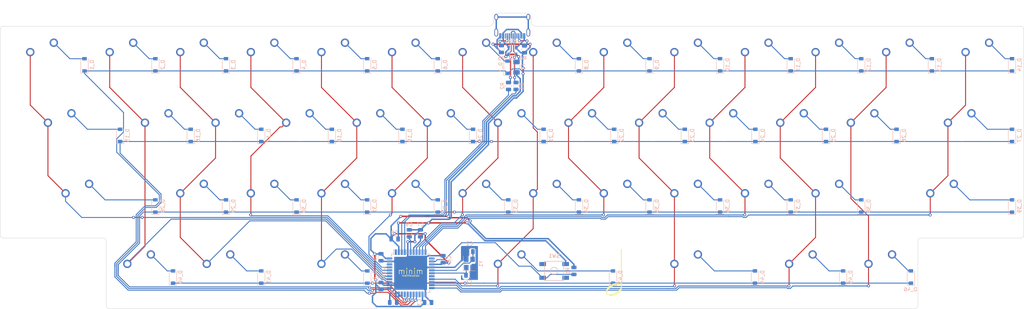
<source format=kicad_pcb>
(kicad_pcb (version 20171130) (host pcbnew "(5.1.4)-1")
  (layers (0 F.Cu signal) (31 B.Cu signal) (34 B.Paste user) (35 F.Paste user) (36 B.SilkS user) (37 F.SilkS user) (38 B.Mask user) (39 F.Mask user) (44 Edge.Cuts user))
  (net 0 "")
  (net 1 col0)
  (net 2 col1)
  (net 3 col2)
  (net 4 col3)
  (net 5 col4)
  (net 6 col5)
  (net 7 col6)
  (net 8 col7)
  (net 9 col8)
  (net 10 col9)
  (net 11 col10)
  (net 12 col11)
  (net 13 col12)
  (net 14 col13)
  (net 15 row0)
  (net 16 row1)
  (net 17 row2)
  (net 18 row3)
  (net 19 "Net-(D_1-Pad2)")
  (net 20 "Net-(D_2-Pad2)")
  (net 21 "Net-(D_3-Pad2)")
  (net 22 "Net-(D_4-Pad2)")
  (net 23 "Net-(D_5-Pad2)")
  (net 24 "Net-(D_6-Pad2)")
  (net 25 "Net-(D_7-Pad2)")
  (net 26 "Net-(D_8-Pad2)")
  (net 27 "Net-(D_9-Pad2)")
  (net 28 "Net-(D_10-Pad2)")
  (net 29 "Net-(D_11-Pad2)")
  (net 30 "Net-(D_12-Pad2)")
  (net 31 "Net-(D_13-Pad2)")
  (net 32 "Net-(D_14-Pad2)")
  (net 33 "Net-(D_15-Pad2)")
  (net 34 "Net-(D_16-Pad2)")
  (net 35 "Net-(D_17-Pad2)")
  (net 36 "Net-(D_18-Pad2)")
  (net 37 "Net-(D_19-Pad2)")
  (net 38 "Net-(D_20-Pad2)")
  (net 39 "Net-(D_21-Pad2)")
  (net 40 "Net-(D_22-Pad2)")
  (net 41 "Net-(D_23-Pad2)")
  (net 42 "Net-(D_24-Pad2)")
  (net 43 "Net-(D_25-Pad2)")
  (net 44 "Net-(D_26-Pad2)")
  (net 45 "Net-(D_27-Pad2)")
  (net 46 "Net-(D_28-Pad2)")
  (net 47 "Net-(D_29-Pad2)")
  (net 48 "Net-(D_30-Pad2)")
  (net 49 "Net-(D_31-Pad2)")
  (net 50 "Net-(D_32-Pad2)")
  (net 51 "Net-(D_33-Pad2)")
  (net 52 "Net-(D_34-Pad2)")
  (net 53 "Net-(D_35-Pad2)")
  (net 54 "Net-(D_36-Pad2)")
  (net 55 "Net-(D_37-Pad2)")
  (net 56 "Net-(D_38-Pad2)")
  (net 57 "Net-(D_39-Pad2)")
  (net 58 "Net-(D_40-Pad2)")
  (net 59 "Net-(D_41-Pad2)")
  (net 60 "Net-(D_42-Pad2)")
  (net 61 "Net-(D_43-Pad2)")
  (net 62 "Net-(D_44-Pad2)")
  (net 63 "Net-(D_45-Pad2)")
  (net 64 GND)
  (net 65 +5V)
  (net 66 VCC)
  (net 67 D-)
  (net 68 D+)
  (net 69 "Net-(R3-Pad2)")
  (net 70 "Net-(R4-Pad2)")
  (net 71 "Net-(U1-Pad42)")
  (net 72 "Net-(U1-Pad32)")
  (net 73 "Net-(U1-Pad31)")
  (net 74 "Net-(U1-Pad30)")
  (net 75 "Net-(U1-Pad12)")
  (net 76 "Net-(R5-Pad2)")
  (net 77 "Net-(R6-Pad2)")
  (net 78 "Net-(USB1-Pad3)")
  (net 79 "Net-(USB1-Pad9)")
  (net 80 "Net-(U1-Pad1)")
  (net 81 "Net-(U1-Pad18)")
  (net 82 "Net-(U1-Pad25)")
  (net 83 "Net-(USB1-Pad13)")
  (net 84 "Net-(C1-Pad1)")
  (net 85 "Net-(C2-Pad1)")
  (net 86 "Net-(C9-Pad1)")
  (net 87 "Net-(D_46-Pad2)")
  (net 88 "Net-(R1-Pad2)")
  (net 89 "Net-(R2-Pad2)")
  (module Project_Parts:icon (layer F.Cu) (at 165.608 66.421)
    (fp_text reference LOGO1 hide)
    (fp_text value LOGO hide)
  )
  (module Diode_SMD:D_SOD-123 (layer B.Cu) (at 22.733 10.414 90)
    (fp_text reference D_1 (at 0 2 90) (layer B.SilkS) (effects (justify mirror)))
    (fp_text value D)
    (pad 2 smd rect (at 1.65 0 90) (size 0.9 1.2) (layers B.Cu B.Paste B.Mask) (net 19 "Net-(D_1-Pad2)"))
    (pad 1 smd rect (at -1.65 0 90) (size 0.9 1.2) (layers B.Cu B.Paste B.Mask) (net 15 row0))
  )
  (module Capacitor_SMD:C_0805_2012Metric (layer B.Cu) (at 113.411 55.88 90)
    (fp_text reference C7 (at 2.413 0 180) (layer B.SilkS) (effects (justify mirror)))
    (fp_text value 0.1uF)
    (pad 1 smd roundrect (at -0.9375 0 90) (size 0.975 1.4) (layers B.Cu B.Paste B.Mask) (net 65 +5V))
    (pad 2 smd roundrect (at 0.9375 0 90) (size 0.975 1.4) (layers B.Cu B.Paste B.Mask) (net 64 GND))
  )
  (module Capacitor_SMD:C_0805_2012Metric (layer B.Cu) (at 119.507 62.865 90)
    (fp_text reference C6 (at 0 1.65 90) (layer B.SilkS) (effects (justify mirror)))
    (fp_text value 0.1uF)
    (pad 1 smd roundrect (at -0.9375 0 90) (size 0.975 1.4) (layers B.Cu B.Paste B.Mask) (net 65 +5V))
    (pad 2 smd roundrect (at 0.9375 0 90) (size 0.975 1.4) (layers B.Cu B.Paste B.Mask) (net 64 GND))
  )
  (module Type-C:HRO-TYPE-C-31-M-12-Assembly (layer B.Cu) (at 138.176 -5.08)
    (fp_text reference USB1 (at 0 9.25) (layer B.SilkS) (effects (justify mirror)))
    (fp_text value HRO-TYPE-C-31-M-12)
    (pad 12 smd rect (at 3.225 7.695) (size 0.6 1.45) (layers B.Cu B.Paste B.Mask) (net 64 GND))
    (pad 1 smd rect (at -3.225 7.695) (size 0.6 1.45) (layers B.Cu B.Paste B.Mask) (net 64 GND))
    (pad 11 smd rect (at 2.45 7.695) (size 0.6 1.45) (layers B.Cu B.Paste B.Mask) (net 66 VCC))
    (pad 2 smd rect (at -2.45 7.695) (size 0.6 1.45) (layers B.Cu B.Paste B.Mask) (net 66 VCC))
    (pad 3 smd rect (at -1.75 7.695) (size 0.3 1.45) (layers B.Cu B.Paste B.Mask) (net 78 "Net-(USB1-Pad3)"))
    (pad 10 smd rect (at 1.75 7.695) (size 0.3 1.45) (layers B.Cu B.Paste B.Mask) (net 77 "Net-(R6-Pad2)"))
    (pad 4 smd rect (at -1.25 7.695) (size 0.3 1.45) (layers B.Cu B.Paste B.Mask) (net 76 "Net-(R5-Pad2)"))
    (pad 9 smd rect (at 1.25 7.695) (size 0.3 1.45) (layers B.Cu B.Paste B.Mask) (net 79 "Net-(USB1-Pad9)"))
    (pad 5 smd rect (at -0.75 7.695) (size 0.3 1.45) (layers B.Cu B.Paste B.Mask) (net 89 "Net-(R2-Pad2)"))
    (pad 8 smd rect (at 0.75 7.695) (size 0.3 1.45) (layers B.Cu B.Paste B.Mask) (net 69 "Net-(R3-Pad2)"))
    (pad 7 smd rect (at 0.25 7.695) (size 0.3 1.45) (layers B.Cu B.Paste B.Mask) (net 89 "Net-(R2-Pad2)"))
    (pad 6 smd rect (at -0.25 7.695) (size 0.3 1.45) (layers B.Cu B.Paste B.Mask) (net 69 "Net-(R3-Pad2)"))
    (pad "" np_thru_hole circle (at 2.89 6.25) (size 0.65 0.65) (drill 0.65) (layers *.Cu *.Mask))
    (pad "" np_thru_hole circle (at -2.89 6.25) (size 0.65 0.65) (drill 0.65) (layers *.Cu *.Mask))
    (pad 13 thru_hole oval (at -4.32 6.78) (size 1 2.1) (drill oval 0.6 1.7) (layers *.Cu *.Mask) (net 83 "Net-(USB1-Pad13)"))
    (pad 13 thru_hole oval (at 4.32 6.78) (size 1 2.1) (drill oval 0.6 1.7) (layers *.Cu *.Mask) (net 83 "Net-(USB1-Pad13)"))
    (pad 13 thru_hole oval (at -4.32 2.6) (size 1 1.6) (drill oval 0.6 1.2) (layers *.Cu *.Mask) (net 83 "Net-(USB1-Pad13)"))
    (pad 13 thru_hole oval (at 4.32 2.6) (size 1 1.6) (drill oval 0.6 1.2) (layers *.Cu *.Mask) (net 83 "Net-(USB1-Pad13)"))
  )
  (module random-keyboard-parts:SOT143B (layer B.Cu) (at 138.176 6.477 180)
    (fp_text reference U2 (at 0 -2.159) (layer B.SilkS) (effects (justify mirror)))
    (fp_text value PRTR5V0U2X)
    (pad 1 smd rect (at -1 0.75 270) (size 1 0.7) (layers B.Cu B.Paste B.Mask) (net 64 GND))
    (pad 4 smd rect (at 1 0.95 270) (size 0.6 0.7) (layers B.Cu B.Paste B.Mask) (net 66 VCC))
    (pad 2 smd rect (at -1 -0.95 270) (size 0.6 0.7) (layers B.Cu B.Paste B.Mask) (net 69 "Net-(R3-Pad2)"))
    (pad 3 smd rect (at 1 -0.95 270) (size 0.6 0.7) (layers B.Cu B.Paste B.Mask) (net 89 "Net-(R2-Pad2)"))
  )
  (module Resistor_SMD:R_0805_2012Metric (layer B.Cu) (at 139.192 16.129 90)
    (fp_text reference R3 (at 0 1.65 90) (layer B.SilkS) (effects (justify mirror)))
    (fp_text value 22)
    (pad 2 smd roundrect (at 0.9375 0 90) (size 0.975 1.4) (layers B.Cu B.Paste B.Mask) (net 69 "Net-(R3-Pad2)"))
    (pad 1 smd roundrect (at -0.9375 0 90) (size 0.975 1.4) (layers B.Cu B.Paste B.Mask) (net 68 D+))
  )
  (module Resistor_SMD:R_0805_2012Metric (layer B.Cu) (at 137.16 16.129 90)
    (fp_text reference R2 (at 0 -1.651 270) (layer B.SilkS) (effects (justify mirror)))
    (fp_text value 22)
    (pad 2 smd roundrect (at 0.9375 0 90) (size 0.975 1.4) (layers B.Cu B.Paste B.Mask) (net 89 "Net-(R2-Pad2)"))
    (pad 1 smd roundrect (at -0.9375 0 90) (size 0.975 1.4) (layers B.Cu B.Paste B.Mask) (net 67 D-))
  )
  (module Resistor_SMD:R_0805_2012Metric (layer B.Cu) (at 141.478 6.223 90)
    (fp_text reference R6 (at -2.413 -0.381 180) (layer B.SilkS) (effects (justify mirror)))
    (fp_text value 5.1k)
    (pad 1 smd roundrect (at -0.9375 0 90) (size 0.975 1.4) (layers B.Cu B.Paste B.Mask) (net 64 GND))
    (pad 2 smd roundrect (at 0.9375 0 90) (size 0.975 1.4) (layers B.Cu B.Paste B.Mask) (net 77 "Net-(R6-Pad2)"))
  )
  (module Resistor_SMD:R_0805_2012Metric (layer B.Cu) (at 135.255 6.1445 90)
    (fp_text reference R5 (at -2.4915 0 180) (layer B.SilkS) (effects (justify mirror)))
    (fp_text value 5.1k)
    (pad 1 smd roundrect (at -0.9375 0 90) (size 0.975 1.4) (layers B.Cu B.Paste B.Mask) (net 64 GND))
    (pad 2 smd roundrect (at 0.9375 0 90) (size 0.975 1.4) (layers B.Cu B.Paste B.Mask) (net 76 "Net-(R5-Pad2)"))
  )
  (module Fuse:Fuse_1206_3216Metric (layer B.Cu) (at 139.319 11.049 90)
    (fp_text reference F1 (at 0 1.82 90) (layer B.SilkS) (effects (justify mirror)))
    (fp_text value 500mA)
    (pad 1 smd roundrect (at -1.4 0 90) (size 1.25 1.75) (layers B.Cu B.Paste B.Mask) (roundrect_rratio 0.2) (net 65 +5V))
    (pad 2 smd roundrect (at 1.4 0 90) (size 1.25 1.75) (layers B.Cu B.Paste B.Mask) (roundrect_rratio 0.2) (net 66 VCC))
  )
  (module Crystal:Crystal_SMD_3225-4Pin_3.2x2.5mm (layer B.Cu) (at 126.619 64.008 90)
    (fp_text reference Y1 (at -0.127 3.048 90) (layer B.SilkS) (effects (justify mirror)))
    (fp_text value 16MHz)
    (pad 4 smd rect (at -1.1 0.85 90) (size 1.4 1.2) (layers B.Cu B.Paste B.Mask) (net 64 GND))
    (pad 3 smd rect (at 1.1 0.85 90) (size 1.4 1.2) (layers B.Cu B.Paste B.Mask) (net 85 "Net-(C2-Pad1)"))
    (pad 2 smd rect (at 1.1 -0.85 90) (size 1.4 1.2) (layers B.Cu B.Paste B.Mask) (net 64 GND))
    (pad 1 smd rect (at -1.1 -0.85 90) (size 1.4 1.2) (layers B.Cu B.Paste B.Mask) (net 84 "Net-(C1-Pad1)"))
  )
  (module Package_QFP:TQFP-44_10x10mm_P0.8mm (layer B.Cu) (at 110.744 66.675 270)
    (fp_text reference U1 (at -0.762 7.366 90) (layer B.SilkS) (effects (justify mirror)))
    (fp_text value ATmega32U4-AU)
    (pad 44 smd rect (at -4 5.7 180) (size 1.5 0.55) (layers B.Cu B.Paste B.Mask) (net 65 +5V))
    (pad 43 smd rect (at -3.2 5.7 180) (size 1.5 0.55) (layers B.Cu B.Paste B.Mask) (net 64 GND))
    (pad 42 smd rect (at -2.4 5.7 180) (size 1.5 0.55) (layers B.Cu B.Paste B.Mask) (net 71 "Net-(U1-Pad42)"))
    (pad 41 smd rect (at -1.6 5.7 180) (size 1.5 0.55) (layers B.Cu B.Paste B.Mask) (net 6 col5))
    (pad 40 smd rect (at -0.8 5.7 180) (size 1.5 0.55) (layers B.Cu B.Paste B.Mask) (net 4 col3))
    (pad 39 smd rect (at 0 5.7 180) (size 1.5 0.55) (layers B.Cu B.Paste B.Mask) (net 1 col0))
    (pad 38 smd rect (at 0.8 5.7 180) (size 1.5 0.55) (layers B.Cu B.Paste B.Mask) (net 2 col1))
    (pad 37 smd rect (at 1.6 5.7 180) (size 1.5 0.55) (layers B.Cu B.Paste B.Mask) (net 3 col2))
    (pad 36 smd rect (at 2.4 5.7 180) (size 1.5 0.55) (layers B.Cu B.Paste B.Mask) (net 5 col4))
    (pad 35 smd rect (at 3.2 5.7 180) (size 1.5 0.55) (layers B.Cu B.Paste B.Mask) (net 64 GND))
    (pad 34 smd rect (at 4 5.7 180) (size 1.5 0.55) (layers B.Cu B.Paste B.Mask) (net 65 +5V))
    (pad 33 smd rect (at 5.7 4 270) (size 1.5 0.55) (layers B.Cu B.Paste B.Mask) (net 70 "Net-(R4-Pad2)"))
    (pad 32 smd rect (at 5.7 3.2 270) (size 1.5 0.55) (layers B.Cu B.Paste B.Mask) (net 72 "Net-(U1-Pad32)"))
    (pad 31 smd rect (at 5.7 2.4 270) (size 1.5 0.55) (layers B.Cu B.Paste B.Mask) (net 73 "Net-(U1-Pad31)"))
    (pad 30 smd rect (at 5.7 1.6 270) (size 1.5 0.55) (layers B.Cu B.Paste B.Mask) (net 74 "Net-(U1-Pad30)"))
    (pad 29 smd rect (at 5.7 0.8 270) (size 1.5 0.55) (layers B.Cu B.Paste B.Mask) (net 18 row3))
    (pad 28 smd rect (at 5.7 0 270) (size 1.5 0.55) (layers B.Cu B.Paste B.Mask) (net 17 row2))
    (pad 27 smd rect (at 5.7 -0.8 270) (size 1.5 0.55) (layers B.Cu B.Paste B.Mask) (net 16 row1))
    (pad 26 smd rect (at 5.7 -1.6 270) (size 1.5 0.55) (layers B.Cu B.Paste B.Mask) (net 15 row0))
    (pad 25 smd rect (at 5.7 -2.4 270) (size 1.5 0.55) (layers B.Cu B.Paste B.Mask) (net 82 "Net-(U1-Pad25)"))
    (pad 24 smd rect (at 5.7 -3.2 270) (size 1.5 0.55) (layers B.Cu B.Paste B.Mask) (net 65 +5V))
    (pad 23 smd rect (at 5.7 -4 270) (size 1.5 0.55) (layers B.Cu B.Paste B.Mask) (net 64 GND))
    (pad 22 smd rect (at 4 -5.7 180) (size 1.5 0.55) (layers B.Cu B.Paste B.Mask) (net 13 col12))
    (pad 21 smd rect (at 3.2 -5.7 180) (size 1.5 0.55) (layers B.Cu B.Paste B.Mask) (net 12 col11))
    (pad 20 smd rect (at 2.4 -5.7 180) (size 1.5 0.55) (layers B.Cu B.Paste B.Mask) (net 10 col9))
    (pad 19 smd rect (at 1.6 -5.7 180) (size 1.5 0.55) (layers B.Cu B.Paste B.Mask) (net 8 col7))
    (pad 18 smd rect (at 0.8 -5.7 180) (size 1.5 0.55) (layers B.Cu B.Paste B.Mask) (net 81 "Net-(U1-Pad18)"))
    (pad 17 smd rect (at 0 -5.7 180) (size 1.5 0.55) (layers B.Cu B.Paste B.Mask) (net 84 "Net-(C1-Pad1)"))
    (pad 16 smd rect (at -0.8 -5.7 180) (size 1.5 0.55) (layers B.Cu B.Paste B.Mask) (net 85 "Net-(C2-Pad1)"))
    (pad 15 smd rect (at -1.6 -5.7 180) (size 1.5 0.55) (layers B.Cu B.Paste B.Mask) (net 64 GND))
    (pad 14 smd rect (at -2.4 -5.7 180) (size 1.5 0.55) (layers B.Cu B.Paste B.Mask) (net 65 +5V))
    (pad 13 smd rect (at -3.2 -5.7 180) (size 1.5 0.55) (layers B.Cu B.Paste B.Mask) (net 88 "Net-(R1-Pad2)"))
    (pad 12 smd rect (at -4 -5.7 180) (size 1.5 0.55) (layers B.Cu B.Paste B.Mask) (net 75 "Net-(U1-Pad12)"))
    (pad 11 smd rect (at -5.7 -4 270) (size 1.5 0.55) (layers B.Cu B.Paste B.Mask) (net 14 col13))
    (pad 10 smd rect (at -5.7 -3.2 270) (size 1.5 0.55) (layers B.Cu B.Paste B.Mask) (net 11 col10))
    (pad 9 smd rect (at -5.7 -2.4 270) (size 1.5 0.55) (layers B.Cu B.Paste B.Mask) (net 9 col8))
    (pad 8 smd rect (at -5.7 -1.6 270) (size 1.5 0.55) (layers B.Cu B.Paste B.Mask) (net 7 col6))
    (pad 7 smd rect (at -5.7 -0.8 270) (size 1.5 0.55) (layers B.Cu B.Paste B.Mask) (net 65 +5V))
    (pad 6 smd rect (at -5.7 0 270) (size 1.5 0.55) (layers B.Cu B.Paste B.Mask) (net 86 "Net-(C9-Pad1)"))
    (pad 5 smd rect (at -5.7 0.8 270) (size 1.5 0.55) (layers B.Cu B.Paste B.Mask) (net 64 GND))
    (pad 4 smd rect (at -5.7 1.6 270) (size 1.5 0.55) (layers B.Cu B.Paste B.Mask) (net 68 D+))
    (pad 3 smd rect (at -5.7 2.4 270) (size 1.5 0.55) (layers B.Cu B.Paste B.Mask) (net 67 D-))
    (pad 2 smd rect (at -5.7 3.2 270) (size 1.5 0.55) (layers B.Cu B.Paste B.Mask) (net 65 +5V))
    (pad 1 smd rect (at -5.7 4 270) (size 1.5 0.55) (layers B.Cu B.Paste B.Mask) (net 80 "Net-(U1-Pad1)"))
  )
  (module random-keyboard-parts:SKQG-1155865 (layer B.Cu) (at 149.479 66.04)
    (fp_text reference SW1 (at 0 -4.064) (layer B.SilkS) (effects (justify mirror)))
    (fp_text value SW_Push)
    (pad 1 smd rect (at 3.1 -1.85) (size 1.8 1.1) (layers B.Cu B.Paste B.Mask) (net 64 GND))
    (pad 2 smd rect (at -3.1 1.85) (size 1.8 1.1) (layers B.Cu B.Paste B.Mask) (net 88 "Net-(R1-Pad2)"))
    (pad 3 smd rect (at 3.1 1.85) (size 1.8 1.1) (layers B.Cu B.Paste B.Mask))
    (pad 4 smd rect (at -3.1 -1.85) (size 1.8 1.1) (layers B.Cu B.Paste B.Mask))
  )
  (module Resistor_SMD:R_0805_2012Metric (layer B.Cu) (at 106.045 74.549)
    (fp_text reference R4 (at 2.413 0 270) (layer B.SilkS) (effects (justify mirror)))
    (fp_text value 10k)
    (pad 1 smd roundrect (at -0.9375 0) (size 0.975 1.4) (layers B.Cu B.Paste B.Mask) (net 64 GND))
    (pad 2 smd roundrect (at 0.9375 0) (size 0.975 1.4) (layers B.Cu B.Paste B.Mask) (net 70 "Net-(R4-Pad2)"))
  )
  (module Resistor_SMD:R_0805_2012Metric (layer B.Cu) (at 154.813 66.04 270)
    (fp_text reference R1 (at 0 1.65 90) (layer B.SilkS) (effects (justify mirror)))
    (fp_text value 10k)
    (pad 2 smd roundrect (at 0.9375 0 270) (size 0.975 1.4) (layers B.Cu B.Paste B.Mask) (net 88 "Net-(R1-Pad2)"))
    (pad 1 smd roundrect (at -0.9375 0 270) (size 0.975 1.4) (layers B.Cu B.Paste B.Mask) (net 65 +5V))
  )
  (module Capacitor_SMD:C_0805_2012Metric (layer B.Cu) (at 106.426 57.404)
    (fp_text reference C8 (at 0 -1.651 180) (layer B.SilkS) (effects (justify mirror)))
    (fp_text value 10uF)
    (pad 1 smd roundrect (at -0.9375 0) (size 0.975 1.4) (layers B.Cu B.Paste B.Mask) (net 65 +5V))
    (pad 2 smd roundrect (at 0.9375 0) (size 0.975 1.4) (layers B.Cu B.Paste B.Mask) (net 64 GND))
  )
  (module Capacitor_SMD:C_0805_2012Metric (layer B.Cu) (at 110.363 55.88 90)
    (fp_text reference C9 (at 2.413 0 180) (layer B.SilkS) (effects (justify mirror)))
    (fp_text value 1uF)
    (pad 1 smd roundrect (at -0.9375 0 90) (size 0.975 1.4) (layers B.Cu B.Paste B.Mask) (net 86 "Net-(C9-Pad1)"))
    (pad 2 smd roundrect (at 0.9375 0 90) (size 0.975 1.4) (layers B.Cu B.Paste B.Mask) (net 64 GND))
  )
  (module Capacitor_SMD:C_0805_2012Metric (layer B.Cu) (at 126.619 60.833 180)
    (fp_text reference C2 (at 0 2.159) (layer B.SilkS) (effects (justify mirror)))
    (fp_text value 22pF)
    (pad 1 smd roundrect (at -0.9375 0 180) (size 0.975 1.4) (layers B.Cu B.Paste B.Mask) (net 85 "Net-(C2-Pad1)"))
    (pad 2 smd roundrect (at 0.9375 0 180) (size 0.975 1.4) (layers B.Cu B.Paste B.Mask) (net 64 GND))
  )
  (module Capacitor_SMD:C_0805_2012Metric (layer B.Cu) (at 126.619 67.183)
    (fp_text reference C1 (at -0.127 2.032) (layer B.SilkS) (effects (justify mirror)))
    (fp_text value 22pF)
    (pad 2 smd roundrect (at 0.9375 0) (size 0.975 1.4) (layers B.Cu B.Paste B.Mask) (net 64 GND))
    (pad 1 smd roundrect (at -0.9375 0) (size 0.975 1.4) (layers B.Cu B.Paste B.Mask) (net 84 "Net-(C1-Pad1)"))
  )
  (module Capacitor_SMD:C_0805_2012Metric (layer B.Cu) (at 102.743 62.357 270)
    (fp_text reference C5 (at 0 1.65 90) (layer B.SilkS) (effects (justify mirror)))
    (fp_text value 0.1uF)
    (pad 2 smd roundrect (at 0.9375 0 270) (size 0.975 1.4) (layers B.Cu B.Paste B.Mask) (net 64 GND))
    (pad 1 smd roundrect (at -0.9375 0 270) (size 0.975 1.4) (layers B.Cu B.Paste B.Mask) (net 65 +5V))
  )
  (module Capacitor_SMD:C_0805_2012Metric (layer B.Cu) (at 102.743 70.104 90)
    (fp_text reference C4 (at 2.413 0 180) (layer B.SilkS) (effects (justify mirror)))
    (fp_text value 0.1uF)
    (pad 2 smd roundrect (at 0.9375 0 90) (size 0.975 1.4) (layers B.Cu B.Paste B.Mask) (net 64 GND))
    (pad 1 smd roundrect (at -0.9375 0 90) (size 0.975 1.4) (layers B.Cu B.Paste B.Mask) (net 65 +5V))
  )
  (module Capacitor_SMD:C_0805_2012Metric (layer B.Cu) (at 115.443 74.549)
    (fp_text reference C3 (at -2.286 0 90) (layer B.SilkS) (effects (justify mirror)))
    (fp_text value 0.1uF)
    (pad 2 smd roundrect (at 0.9375 0) (size 0.975 1.4) (layers B.Cu B.Paste B.Mask) (net 64 GND))
    (pad 1 smd roundrect (at -0.9375 0) (size 0.975 1.4) (layers B.Cu B.Paste B.Mask) (net 65 +5V))
  )
  (module MX_Only:MXOnly-1U-NoLED (layer F.Cu) (at 33.3375 9.525)
    (fp_text reference K_2)
    (fp_text value KEYSW)
    (pad "" np_thru_hole circle (at 5.08 0 48.0996) (size 1.75 1.75) (drill 1.75) (layers *.Cu *.Mask))
    (pad "" np_thru_hole circle (at -5.08 0 48.0996) (size 1.75 1.75) (drill 1.75) (layers *.Cu *.Mask))
    (pad 1 thru_hole circle (at -3.81 -2.54) (size 2.25 2.25) (drill 1.47) (layers *.Cu B.Mask) (net 2 col1))
    (pad "" np_thru_hole circle (at 0 0) (size 3.9878 3.9878) (drill 3.9878) (layers *.Cu *.Mask))
    (pad 2 thru_hole circle (at 2.54 -5.08) (size 2.25 2.25) (drill 1.47) (layers *.Cu B.Mask) (net 20 "Net-(D_2-Pad2)"))
  )
  (module MX_Only:MXOnly-1.25U-NoLED (layer F.Cu) (at 264.31875 9.525)
    (fp_text reference K_14)
    (fp_text value KEYSW)
    (pad "" np_thru_hole circle (at 5.08 0 48.0996) (size 1.75 1.75) (drill 1.75) (layers *.Cu *.Mask))
    (pad "" np_thru_hole circle (at -5.08 0 48.0996) (size 1.75 1.75) (drill 1.75) (layers *.Cu *.Mask))
    (pad 1 thru_hole circle (at -3.81 -2.54) (size 2.25 2.25) (drill 1.47) (layers *.Cu B.Mask) (net 14 col13))
    (pad "" np_thru_hole circle (at 0 0) (size 3.9878 3.9878) (drill 3.9878) (layers *.Cu *.Mask))
    (pad 2 thru_hole circle (at 2.54 -5.08) (size 2.25 2.25) (drill 1.47) (layers *.Cu B.Mask) (net 32 "Net-(D_14-Pad2)"))
  )
  (module MX_Only:MXOnly-1.75U-NoLED (layer F.Cu) (at 16.66875 28.575)
    (fp_text reference K_15)
    (fp_text value KEYSW)
    (pad "" np_thru_hole circle (at 5.08 0 48.0996) (size 1.75 1.75) (drill 1.75) (layers *.Cu *.Mask))
    (pad "" np_thru_hole circle (at -5.08 0 48.0996) (size 1.75 1.75) (drill 1.75) (layers *.Cu *.Mask))
    (pad 1 thru_hole circle (at -3.81 -2.54) (size 2.25 2.25) (drill 1.47) (layers *.Cu B.Mask) (net 1 col0))
    (pad "" np_thru_hole circle (at 0 0) (size 3.9878 3.9878) (drill 3.9878) (layers *.Cu *.Mask))
    (pad 2 thru_hole circle (at 2.54 -5.08) (size 2.25 2.25) (drill 1.47) (layers *.Cu B.Mask) (net 33 "Net-(D_15-Pad2)"))
  )
  (module MX_Only:MXOnly-1U-NoLED (layer F.Cu) (at 42.8625 28.575)
    (fp_text reference K_16)
    (fp_text value KEYSW)
    (pad "" np_thru_hole circle (at 5.08 0 48.0996) (size 1.75 1.75) (drill 1.75) (layers *.Cu *.Mask))
    (pad "" np_thru_hole circle (at -5.08 0 48.0996) (size 1.75 1.75) (drill 1.75) (layers *.Cu *.Mask))
    (pad 1 thru_hole circle (at -3.81 -2.54) (size 2.25 2.25) (drill 1.47) (layers *.Cu B.Mask) (net 2 col1))
    (pad "" np_thru_hole circle (at 0 0) (size 3.9878 3.9878) (drill 3.9878) (layers *.Cu *.Mask))
    (pad 2 thru_hole circle (at 2.54 -5.08) (size 2.25 2.25) (drill 1.47) (layers *.Cu B.Mask) (net 34 "Net-(D_16-Pad2)"))
  )
  (module MX_Only:MXOnly-1.75U-NoLED (layer F.Cu) (at 259.55625 28.575)
    (fp_text reference K_27)
    (fp_text value KEYSW)
    (pad "" np_thru_hole circle (at 5.08 0 48.0996) (size 1.75 1.75) (drill 1.75) (layers *.Cu *.Mask))
    (pad "" np_thru_hole circle (at -5.08 0 48.0996) (size 1.75 1.75) (drill 1.75) (layers *.Cu *.Mask))
    (pad 1 thru_hole circle (at -3.81 -2.54) (size 2.25 2.25) (drill 1.47) (layers *.Cu B.Mask) (net 14 col13))
    (pad "" np_thru_hole circle (at 0 0) (size 3.9878 3.9878) (drill 3.9878) (layers *.Cu *.Mask))
    (pad 2 thru_hole circle (at 2.54 -5.08) (size 2.25 2.25) (drill 1.47) (layers *.Cu B.Mask) (net 45 "Net-(D_27-Pad2)"))
  )
  (module MX_Only:MXOnly-2.25U-ReversedStabilizers-NoLED (layer F.Cu) (at 21.43125 47.625)
    (fp_text reference K_28)
    (fp_text value KEYSW)
    (pad "" np_thru_hole circle (at 11.90625 -8.255) (size 3.9878 3.9878) (drill 3.9878) (layers *.Cu *.Mask))
    (pad "" np_thru_hole circle (at -11.90625 -8.255) (size 3.9878 3.9878) (drill 3.9878) (layers *.Cu *.Mask))
    (pad "" np_thru_hole circle (at 11.90625 6.985) (size 3.048 3.048) (drill 3.048) (layers *.Cu *.Mask))
    (pad "" np_thru_hole circle (at -11.90625 6.985) (size 3.048 3.048) (drill 3.048) (layers *.Cu *.Mask))
    (pad "" np_thru_hole circle (at 5.08 0 48.0996) (size 1.75 1.75) (drill 1.75) (layers *.Cu *.Mask))
    (pad "" np_thru_hole circle (at -5.08 0 48.0996) (size 1.75 1.75) (drill 1.75) (layers *.Cu *.Mask))
    (pad 1 thru_hole circle (at -3.81 -2.54) (size 2.25 2.25) (drill 1.47) (layers *.Cu B.Mask) (net 1 col0))
    (pad "" np_thru_hole circle (at 0 0) (size 3.9878 3.9878) (drill 3.9878) (layers *.Cu *.Mask))
    (pad 2 thru_hole circle (at 2.54 -5.08) (size 2.25 2.25) (drill 1.47) (layers *.Cu B.Mask) (net 46 "Net-(D_28-Pad2)"))
  )
  (module MX_Only:MXOnly-1U-NoLED (layer F.Cu) (at 52.3875 47.625)
    (fp_text reference K_29)
    (fp_text value KEYSW)
    (pad "" np_thru_hole circle (at 5.08 0 48.0996) (size 1.75 1.75) (drill 1.75) (layers *.Cu *.Mask))
    (pad "" np_thru_hole circle (at -5.08 0 48.0996) (size 1.75 1.75) (drill 1.75) (layers *.Cu *.Mask))
    (pad 1 thru_hole circle (at -3.81 -2.54) (size 2.25 2.25) (drill 1.47) (layers *.Cu B.Mask) (net 3 col2))
    (pad "" np_thru_hole circle (at 0 0) (size 3.9878 3.9878) (drill 3.9878) (layers *.Cu *.Mask))
    (pad 2 thru_hole circle (at 2.54 -5.08) (size 2.25 2.25) (drill 1.47) (layers *.Cu B.Mask) (net 47 "Net-(D_29-Pad2)"))
  )
  (module MX_Only:MXOnly-2.25U-ReversedStabilizers-NoLED (layer F.Cu) (at 254.79375 47.625)
    (fp_text reference K_39)
    (fp_text value KEYSW)
    (pad "" np_thru_hole circle (at 11.90625 -8.255) (size 3.9878 3.9878) (drill 3.9878) (layers *.Cu *.Mask))
    (pad "" np_thru_hole circle (at -11.90625 -8.255) (size 3.9878 3.9878) (drill 3.9878) (layers *.Cu *.Mask))
    (pad "" np_thru_hole circle (at 11.90625 6.985) (size 3.048 3.048) (drill 3.048) (layers *.Cu *.Mask))
    (pad "" np_thru_hole circle (at -11.90625 6.985) (size 3.048 3.048) (drill 3.048) (layers *.Cu *.Mask))
    (pad "" np_thru_hole circle (at 5.08 0 48.0996) (size 1.75 1.75) (drill 1.75) (layers *.Cu *.Mask))
    (pad "" np_thru_hole circle (at -5.08 0 48.0996) (size 1.75 1.75) (drill 1.75) (layers *.Cu *.Mask))
    (pad 1 thru_hole circle (at -3.81 -2.54) (size 2.25 2.25) (drill 1.47) (layers *.Cu B.Mask) (net 14 col13))
    (pad "" np_thru_hole circle (at 0 0) (size 3.9878 3.9878) (drill 3.9878) (layers *.Cu *.Mask))
    (pad 2 thru_hole circle (at 2.54 -5.08) (size 2.25 2.25) (drill 1.47) (layers *.Cu B.Mask) (net 57 "Net-(D_39-Pad2)"))
  )
  (module MX_Only:MXOnly-1U-NoLED (layer F.Cu) (at 38.1 66.675)
    (fp_text reference K_40)
    (fp_text value KEYSW)
    (pad "" np_thru_hole circle (at 5.08 0 48.0996) (size 1.75 1.75) (drill 1.75) (layers *.Cu *.Mask))
    (pad "" np_thru_hole circle (at -5.08 0 48.0996) (size 1.75 1.75) (drill 1.75) (layers *.Cu *.Mask))
    (pad 1 thru_hole circle (at -3.81 -2.54) (size 2.25 2.25) (drill 1.47) (layers *.Cu B.Mask) (net 2 col1))
    (pad "" np_thru_hole circle (at 0 0) (size 3.9878 3.9878) (drill 3.9878) (layers *.Cu *.Mask))
    (pad 2 thru_hole circle (at 2.54 -5.08) (size 2.25 2.25) (drill 1.47) (layers *.Cu B.Mask) (net 58 "Net-(D_40-Pad2)"))
  )
  (module MX_Only:MXOnly-1.25U-NoLED (layer F.Cu) (at 59.53125 66.675)
    (fp_text reference K_41)
    (fp_text value KEYSW)
    (pad "" np_thru_hole circle (at 5.08 0 48.0996) (size 1.75 1.75) (drill 1.75) (layers *.Cu *.Mask))
    (pad "" np_thru_hole circle (at -5.08 0 48.0996) (size 1.75 1.75) (drill 1.75) (layers *.Cu *.Mask))
    (pad 1 thru_hole circle (at -3.81 -2.54) (size 2.25 2.25) (drill 1.47) (layers *.Cu B.Mask) (net 3 col2))
    (pad "" np_thru_hole circle (at 0 0) (size 3.9878 3.9878) (drill 3.9878) (layers *.Cu *.Mask))
    (pad 2 thru_hole circle (at 2.54 -5.08) (size 2.25 2.25) (drill 1.47) (layers *.Cu B.Mask) (net 59 "Net-(D_41-Pad2)"))
  )
  (module MX_Only:MXOnly-2U-ReversedStabilizers-NoLED (layer F.Cu) (at 90.4875 66.675)
    (fp_text reference K_42)
    (fp_text value KEYSW)
    (pad "" np_thru_hole circle (at 11.90625 -8.255) (size 3.9878 3.9878) (drill 3.9878) (layers *.Cu *.Mask))
    (pad "" np_thru_hole circle (at -11.90625 -8.255) (size 3.9878 3.9878) (drill 3.9878) (layers *.Cu *.Mask))
    (pad "" np_thru_hole circle (at 11.90625 6.985) (size 3.048 3.048) (drill 3.048) (layers *.Cu *.Mask))
    (pad "" np_thru_hole circle (at -11.90625 6.985) (size 3.048 3.048) (drill 3.048) (layers *.Cu *.Mask))
    (pad "" np_thru_hole circle (at 5.08 0 48.0996) (size 1.75 1.75) (drill 1.75) (layers *.Cu *.Mask))
    (pad "" np_thru_hole circle (at -5.08 0 48.0996) (size 1.75 1.75) (drill 1.75) (layers *.Cu *.Mask))
    (pad 1 thru_hole circle (at -3.81 -2.54) (size 2.25 2.25) (drill 1.47) (layers *.Cu B.Mask) (net 5 col4))
    (pad "" np_thru_hole circle (at 0 0) (size 3.9878 3.9878) (drill 3.9878) (layers *.Cu *.Mask))
    (pad 2 thru_hole circle (at 2.54 -5.08) (size 2.25 2.25) (drill 1.47) (layers *.Cu B.Mask) (net 60 "Net-(D_42-Pad2)"))
  )
  (module "MX_Only:MXOnly-7U-3U-ReversedStabilizers-NoLED - Copy" (layer F.Cu) (at 138.1125 66.675)
    (fp_text reference K_43)
    (fp_text value KEYSW)
    (pad "" np_thru_hole circle (at 19.05 -8.255) (size 3.9878 3.9878) (drill 3.9878) (layers *.Cu *.Mask))
    (pad "" np_thru_hole circle (at -19.05 -8.255) (size 3.9878 3.9878) (drill 3.9878) (layers *.Cu *.Mask))
    (pad "" np_thru_hole circle (at 19.05 6.985) (size 3.048 3.048) (drill 3.048) (layers *.Cu *.Mask))
    (pad "" np_thru_hole circle (at -19.05 6.985) (size 3.048 3.048) (drill 3.048) (layers *.Cu *.Mask))
    (pad "" np_thru_hole circle (at 57.15 -8.255) (size 3.9878 3.9878) (drill 3.9878) (layers *.Cu *.Mask))
    (pad "" np_thru_hole circle (at -57.15 -8.255) (size 3.9878 3.9878) (drill 3.9878) (layers *.Cu *.Mask))
    (pad "" np_thru_hole circle (at 57.15 6.985) (size 3.048 3.048) (drill 3.048) (layers *.Cu *.Mask))
    (pad "" np_thru_hole circle (at -57.15 6.985) (size 3.048 3.048) (drill 3.048) (layers *.Cu *.Mask))
    (pad "" np_thru_hole circle (at 5.08 0 48.0996) (size 1.75 1.75) (drill 1.75) (layers *.Cu *.Mask))
    (pad "" np_thru_hole circle (at -5.08 0 48.0996) (size 1.75 1.75) (drill 1.75) (layers *.Cu *.Mask))
    (pad 1 thru_hole circle (at -3.81 -2.54) (size 2.25 2.25) (drill 1.47) (layers *.Cu B.Mask) (net 8 col7))
    (pad "" np_thru_hole circle (at 0 0) (size 3.9878 3.9878) (drill 3.9878) (layers *.Cu *.Mask))
    (pad 2 thru_hole circle (at 2.54 -5.08) (size 2.25 2.25) (drill 1.47) (layers *.Cu B.Mask) (net 61 "Net-(D_43-Pad2)"))
  )
  (module MX_Only:MXOnly-2U-ReversedStabilizers-NoLED (layer F.Cu) (at 185.7375 66.675)
    (fp_text reference K_44)
    (fp_text value KEYSW)
    (pad "" np_thru_hole circle (at 11.90625 -8.255) (size 3.9878 3.9878) (drill 3.9878) (layers *.Cu *.Mask))
    (pad "" np_thru_hole circle (at -11.90625 -8.255) (size 3.9878 3.9878) (drill 3.9878) (layers *.Cu *.Mask))
    (pad "" np_thru_hole circle (at 11.90625 6.985) (size 3.048 3.048) (drill 3.048) (layers *.Cu *.Mask))
    (pad "" np_thru_hole circle (at -11.90625 6.985) (size 3.048 3.048) (drill 3.048) (layers *.Cu *.Mask))
    (pad "" np_thru_hole circle (at 5.08 0 48.0996) (size 1.75 1.75) (drill 1.75) (layers *.Cu *.Mask))
    (pad "" np_thru_hole circle (at -5.08 0 48.0996) (size 1.75 1.75) (drill 1.75) (layers *.Cu *.Mask))
    (pad 1 thru_hole circle (at -3.81 -2.54) (size 2.25 2.25) (drill 1.47) (layers *.Cu B.Mask) (net 10 col9))
    (pad "" np_thru_hole circle (at 0 0) (size 3.9878 3.9878) (drill 3.9878) (layers *.Cu *.Mask))
    (pad 2 thru_hole circle (at 2.54 -5.08) (size 2.25 2.25) (drill 1.47) (layers *.Cu B.Mask) (net 62 "Net-(D_44-Pad2)"))
  )
  (module MX_Only:MXOnly-1.25U-NoLED (layer F.Cu) (at 216.69375 66.675)
    (fp_text reference K_45)
    (fp_text value KEYSW)
    (pad "" np_thru_hole circle (at 5.08 0 48.0996) (size 1.75 1.75) (drill 1.75) (layers *.Cu *.Mask))
    (pad "" np_thru_hole circle (at -5.08 0 48.0996) (size 1.75 1.75) (drill 1.75) (layers *.Cu *.Mask))
    (pad 1 thru_hole circle (at -3.81 -2.54) (size 2.25 2.25) (drill 1.47) (layers *.Cu B.Mask) (net 12 col11))
    (pad "" np_thru_hole circle (at 0 0) (size 3.9878 3.9878) (drill 3.9878) (layers *.Cu *.Mask))
    (pad 2 thru_hole circle (at 2.54 -5.08) (size 2.25 2.25) (drill 1.47) (layers *.Cu B.Mask) (net 63 "Net-(D_45-Pad2)"))
  )
  (module MX_Only:MXOnly-1U-NoLED (layer F.Cu) (at 238.125 66.675)
    (fp_text reference K_46)
    (fp_text value KEYSW)
    (pad "" np_thru_hole circle (at 5.08 0 48.0996) (size 1.75 1.75) (drill 1.75) (layers *.Cu *.Mask))
    (pad "" np_thru_hole circle (at -5.08 0 48.0996) (size 1.75 1.75) (drill 1.75) (layers *.Cu *.Mask))
    (pad 1 thru_hole circle (at -3.81 -2.54) (size 2.25 2.25) (drill 1.47) (layers *.Cu B.Mask) (net 13 col12))
    (pad "" np_thru_hole circle (at 0 0) (size 3.9878 3.9878) (drill 3.9878) (layers *.Cu *.Mask))
    (pad 2 thru_hole circle (at 2.54 -5.08) (size 2.25 2.25) (drill 1.47) (layers *.Cu B.Mask) (net 87 "Net-(D_46-Pad2)"))
  )
  (module MX_Only:MXOnly-1.25U-NoLED (layer F.Cu) (at 11.90625 9.525)
    (fp_text reference K_1)
    (fp_text value KEYSW)
    (pad "" np_thru_hole circle (at 5.08 0 48.0996) (size 1.75 1.75) (drill 1.75) (layers *.Cu *.Mask))
    (pad "" np_thru_hole circle (at -5.08 0 48.0996) (size 1.75 1.75) (drill 1.75) (layers *.Cu *.Mask))
    (pad 1 thru_hole circle (at -3.81 -2.54) (size 2.25 2.25) (drill 1.47) (layers *.Cu B.Mask) (net 1 col0))
    (pad "" np_thru_hole circle (at 0 0) (size 3.9878 3.9878) (drill 3.9878) (layers *.Cu *.Mask))
    (pad 2 thru_hole circle (at 2.54 -5.08) (size 2.25 2.25) (drill 1.47) (layers *.Cu B.Mask) (net 19 "Net-(D_1-Pad2)"))
  )
  (module MX_Only:MXOnly-1U-NoLED (layer F.Cu) (at 90.4875 47.625)
    (fp_text reference K_31)
    (fp_text value KEYSW)
    (pad "" np_thru_hole circle (at 5.08 0 48.0996) (size 1.75 1.75) (drill 1.75) (layers *.Cu *.Mask))
    (pad "" np_thru_hole circle (at -5.08 0 48.0996) (size 1.75 1.75) (drill 1.75) (layers *.Cu *.Mask))
    (pad 1 thru_hole circle (at -3.81 -2.54) (size 2.25 2.25) (drill 1.47) (layers *.Cu B.Mask) (net 5 col4))
    (pad "" np_thru_hole circle (at 0 0) (size 3.9878 3.9878) (drill 3.9878) (layers *.Cu *.Mask))
    (pad 2 thru_hole circle (at 2.54 -5.08) (size 2.25 2.25) (drill 1.47) (layers *.Cu B.Mask) (net 49 "Net-(D_31-Pad2)"))
  )
  (module MX_Only:MXOnly-1U-NoLED (layer F.Cu) (at 90.4875 9.525)
    (fp_text reference K_5)
    (fp_text value KEYSW)
    (pad "" np_thru_hole circle (at 5.08 0 48.0996) (size 1.75 1.75) (drill 1.75) (layers *.Cu *.Mask))
    (pad "" np_thru_hole circle (at -5.08 0 48.0996) (size 1.75 1.75) (drill 1.75) (layers *.Cu *.Mask))
    (pad 1 thru_hole circle (at -3.81 -2.54) (size 2.25 2.25) (drill 1.47) (layers *.Cu B.Mask) (net 5 col4))
    (pad "" np_thru_hole circle (at 0 0) (size 3.9878 3.9878) (drill 3.9878) (layers *.Cu *.Mask))
    (pad 2 thru_hole circle (at 2.54 -5.08) (size 2.25 2.25) (drill 1.47) (layers *.Cu B.Mask) (net 23 "Net-(D_5-Pad2)"))
  )
  (module MX_Only:MXOnly-1U-NoLED (layer F.Cu) (at 223.8375 47.625)
    (fp_text reference K_38)
    (fp_text value KEYSW)
    (pad "" np_thru_hole circle (at 5.08 0 48.0996) (size 1.75 1.75) (drill 1.75) (layers *.Cu *.Mask))
    (pad "" np_thru_hole circle (at -5.08 0 48.0996) (size 1.75 1.75) (drill 1.75) (layers *.Cu *.Mask))
    (pad 1 thru_hole circle (at -3.81 -2.54) (size 2.25 2.25) (drill 1.47) (layers *.Cu B.Mask) (net 12 col11))
    (pad "" np_thru_hole circle (at 0 0) (size 3.9878 3.9878) (drill 3.9878) (layers *.Cu *.Mask))
    (pad 2 thru_hole circle (at 2.54 -5.08) (size 2.25 2.25) (drill 1.47) (layers *.Cu B.Mask) (net 56 "Net-(D_38-Pad2)"))
  )
  (module MX_Only:MXOnly-1U-NoLED (layer F.Cu) (at 204.7875 47.625)
    (fp_text reference K_37)
    (fp_text value KEYSW)
    (pad "" np_thru_hole circle (at 5.08 0 48.0996) (size 1.75 1.75) (drill 1.75) (layers *.Cu *.Mask))
    (pad "" np_thru_hole circle (at -5.08 0 48.0996) (size 1.75 1.75) (drill 1.75) (layers *.Cu *.Mask))
    (pad 1 thru_hole circle (at -3.81 -2.54) (size 2.25 2.25) (drill 1.47) (layers *.Cu B.Mask) (net 11 col10))
    (pad "" np_thru_hole circle (at 0 0) (size 3.9878 3.9878) (drill 3.9878) (layers *.Cu *.Mask))
    (pad 2 thru_hole circle (at 2.54 -5.08) (size 2.25 2.25) (drill 1.47) (layers *.Cu B.Mask) (net 55 "Net-(D_37-Pad2)"))
  )
  (module MX_Only:MXOnly-1U-NoLED (layer F.Cu) (at 185.7375 47.625)
    (fp_text reference K_36)
    (fp_text value KEYSW)
    (pad "" np_thru_hole circle (at 5.08 0 48.0996) (size 1.75 1.75) (drill 1.75) (layers *.Cu *.Mask))
    (pad "" np_thru_hole circle (at -5.08 0 48.0996) (size 1.75 1.75) (drill 1.75) (layers *.Cu *.Mask))
    (pad 1 thru_hole circle (at -3.81 -2.54) (size 2.25 2.25) (drill 1.47) (layers *.Cu B.Mask) (net 10 col9))
    (pad "" np_thru_hole circle (at 0 0) (size 3.9878 3.9878) (drill 3.9878) (layers *.Cu *.Mask))
    (pad 2 thru_hole circle (at 2.54 -5.08) (size 2.25 2.25) (drill 1.47) (layers *.Cu B.Mask) (net 54 "Net-(D_36-Pad2)"))
  )
  (module MX_Only:MXOnly-1U-NoLED (layer F.Cu) (at 166.6875 47.625)
    (fp_text reference K_35)
    (fp_text value KEYSW)
    (pad "" np_thru_hole circle (at 5.08 0 48.0996) (size 1.75 1.75) (drill 1.75) (layers *.Cu *.Mask))
    (pad "" np_thru_hole circle (at -5.08 0 48.0996) (size 1.75 1.75) (drill 1.75) (layers *.Cu *.Mask))
    (pad 1 thru_hole circle (at -3.81 -2.54) (size 2.25 2.25) (drill 1.47) (layers *.Cu B.Mask) (net 9 col8))
    (pad "" np_thru_hole circle (at 0 0) (size 3.9878 3.9878) (drill 3.9878) (layers *.Cu *.Mask))
    (pad 2 thru_hole circle (at 2.54 -5.08) (size 2.25 2.25) (drill 1.47) (layers *.Cu B.Mask) (net 53 "Net-(D_35-Pad2)"))
  )
  (module MX_Only:MXOnly-1U-NoLED (layer F.Cu) (at 147.6375 47.625)
    (fp_text reference K_34)
    (fp_text value KEYSW)
    (pad "" np_thru_hole circle (at 5.08 0 48.0996) (size 1.75 1.75) (drill 1.75) (layers *.Cu *.Mask))
    (pad "" np_thru_hole circle (at -5.08 0 48.0996) (size 1.75 1.75) (drill 1.75) (layers *.Cu *.Mask))
    (pad 1 thru_hole circle (at -3.81 -2.54) (size 2.25 2.25) (drill 1.47) (layers *.Cu B.Mask) (net 8 col7))
    (pad "" np_thru_hole circle (at 0 0) (size 3.9878 3.9878) (drill 3.9878) (layers *.Cu *.Mask))
    (pad 2 thru_hole circle (at 2.54 -5.08) (size 2.25 2.25) (drill 1.47) (layers *.Cu B.Mask) (net 52 "Net-(D_34-Pad2)"))
  )
  (module MX_Only:MXOnly-1U-NoLED (layer F.Cu) (at 128.5875 47.625)
    (fp_text reference K_33)
    (fp_text value KEYSW)
    (pad "" np_thru_hole circle (at 5.08 0 48.0996) (size 1.75 1.75) (drill 1.75) (layers *.Cu *.Mask))
    (pad "" np_thru_hole circle (at -5.08 0 48.0996) (size 1.75 1.75) (drill 1.75) (layers *.Cu *.Mask))
    (pad 1 thru_hole circle (at -3.81 -2.54) (size 2.25 2.25) (drill 1.47) (layers *.Cu B.Mask) (net 7 col6))
    (pad "" np_thru_hole circle (at 0 0) (size 3.9878 3.9878) (drill 3.9878) (layers *.Cu *.Mask))
    (pad 2 thru_hole circle (at 2.54 -5.08) (size 2.25 2.25) (drill 1.47) (layers *.Cu B.Mask) (net 51 "Net-(D_33-Pad2)"))
  )
  (module MX_Only:MXOnly-1U-NoLED (layer F.Cu) (at 109.5375 47.625)
    (fp_text reference K_32)
    (fp_text value KEYSW)
    (pad "" np_thru_hole circle (at 5.08 0 48.0996) (size 1.75 1.75) (drill 1.75) (layers *.Cu *.Mask))
    (pad "" np_thru_hole circle (at -5.08 0 48.0996) (size 1.75 1.75) (drill 1.75) (layers *.Cu *.Mask))
    (pad 1 thru_hole circle (at -3.81 -2.54) (size 2.25 2.25) (drill 1.47) (layers *.Cu B.Mask) (net 6 col5))
    (pad "" np_thru_hole circle (at 0 0) (size 3.9878 3.9878) (drill 3.9878) (layers *.Cu *.Mask))
    (pad 2 thru_hole circle (at 2.54 -5.08) (size 2.25 2.25) (drill 1.47) (layers *.Cu B.Mask) (net 50 "Net-(D_32-Pad2)"))
  )
  (module MX_Only:MXOnly-1U-NoLED (layer F.Cu) (at 71.4375 47.625)
    (fp_text reference K_30)
    (fp_text value KEYSW)
    (pad "" np_thru_hole circle (at 5.08 0 48.0996) (size 1.75 1.75) (drill 1.75) (layers *.Cu *.Mask))
    (pad "" np_thru_hole circle (at -5.08 0 48.0996) (size 1.75 1.75) (drill 1.75) (layers *.Cu *.Mask))
    (pad 1 thru_hole circle (at -3.81 -2.54) (size 2.25 2.25) (drill 1.47) (layers *.Cu B.Mask) (net 4 col3))
    (pad "" np_thru_hole circle (at 0 0) (size 3.9878 3.9878) (drill 3.9878) (layers *.Cu *.Mask))
    (pad 2 thru_hole circle (at 2.54 -5.08) (size 2.25 2.25) (drill 1.47) (layers *.Cu B.Mask) (net 48 "Net-(D_30-Pad2)"))
  )
  (module MX_Only:MXOnly-1U-NoLED (layer F.Cu) (at 233.3625 28.575)
    (fp_text reference K_26)
    (fp_text value KEYSW)
    (pad "" np_thru_hole circle (at 5.08 0 48.0996) (size 1.75 1.75) (drill 1.75) (layers *.Cu *.Mask))
    (pad "" np_thru_hole circle (at -5.08 0 48.0996) (size 1.75 1.75) (drill 1.75) (layers *.Cu *.Mask))
    (pad 1 thru_hole circle (at -3.81 -2.54) (size 2.25 2.25) (drill 1.47) (layers *.Cu B.Mask) (net 13 col12))
    (pad "" np_thru_hole circle (at 0 0) (size 3.9878 3.9878) (drill 3.9878) (layers *.Cu *.Mask))
    (pad 2 thru_hole circle (at 2.54 -5.08) (size 2.25 2.25) (drill 1.47) (layers *.Cu B.Mask) (net 44 "Net-(D_26-Pad2)"))
  )
  (module MX_Only:MXOnly-1U-NoLED (layer F.Cu) (at 214.3125 28.575)
    (fp_text reference K_25)
    (fp_text value KEYSW)
    (pad "" np_thru_hole circle (at 5.08 0 48.0996) (size 1.75 1.75) (drill 1.75) (layers *.Cu *.Mask))
    (pad "" np_thru_hole circle (at -5.08 0 48.0996) (size 1.75 1.75) (drill 1.75) (layers *.Cu *.Mask))
    (pad 1 thru_hole circle (at -3.81 -2.54) (size 2.25 2.25) (drill 1.47) (layers *.Cu B.Mask) (net 12 col11))
    (pad "" np_thru_hole circle (at 0 0) (size 3.9878 3.9878) (drill 3.9878) (layers *.Cu *.Mask))
    (pad 2 thru_hole circle (at 2.54 -5.08) (size 2.25 2.25) (drill 1.47) (layers *.Cu B.Mask) (net 43 "Net-(D_25-Pad2)"))
  )
  (module MX_Only:MXOnly-1U-NoLED (layer F.Cu) (at 195.2625 28.575)
    (fp_text reference K_24)
    (fp_text value KEYSW)
    (pad "" np_thru_hole circle (at 5.08 0 48.0996) (size 1.75 1.75) (drill 1.75) (layers *.Cu *.Mask))
    (pad "" np_thru_hole circle (at -5.08 0 48.0996) (size 1.75 1.75) (drill 1.75) (layers *.Cu *.Mask))
    (pad 1 thru_hole circle (at -3.81 -2.54) (size 2.25 2.25) (drill 1.47) (layers *.Cu B.Mask) (net 11 col10))
    (pad "" np_thru_hole circle (at 0 0) (size 3.9878 3.9878) (drill 3.9878) (layers *.Cu *.Mask))
    (pad 2 thru_hole circle (at 2.54 -5.08) (size 2.25 2.25) (drill 1.47) (layers *.Cu B.Mask) (net 42 "Net-(D_24-Pad2)"))
  )
  (module MX_Only:MXOnly-1U-NoLED (layer F.Cu) (at 176.2125 28.575)
    (fp_text reference K_23)
    (fp_text value KEYSW)
    (pad "" np_thru_hole circle (at 5.08 0 48.0996) (size 1.75 1.75) (drill 1.75) (layers *.Cu *.Mask))
    (pad "" np_thru_hole circle (at -5.08 0 48.0996) (size 1.75 1.75) (drill 1.75) (layers *.Cu *.Mask))
    (pad 1 thru_hole circle (at -3.81 -2.54) (size 2.25 2.25) (drill 1.47) (layers *.Cu B.Mask) (net 10 col9))
    (pad "" np_thru_hole circle (at 0 0) (size 3.9878 3.9878) (drill 3.9878) (layers *.Cu *.Mask))
    (pad 2 thru_hole circle (at 2.54 -5.08) (size 2.25 2.25) (drill 1.47) (layers *.Cu B.Mask) (net 41 "Net-(D_23-Pad2)"))
  )
  (module MX_Only:MXOnly-1U-NoLED (layer F.Cu) (at 157.1625 28.575)
    (fp_text reference K_22)
    (fp_text value KEYSW)
    (pad "" np_thru_hole circle (at 5.08 0 48.0996) (size 1.75 1.75) (drill 1.75) (layers *.Cu *.Mask))
    (pad "" np_thru_hole circle (at -5.08 0 48.0996) (size 1.75 1.75) (drill 1.75) (layers *.Cu *.Mask))
    (pad 1 thru_hole circle (at -3.81 -2.54) (size 2.25 2.25) (drill 1.47) (layers *.Cu B.Mask) (net 9 col8))
    (pad "" np_thru_hole circle (at 0 0) (size 3.9878 3.9878) (drill 3.9878) (layers *.Cu *.Mask))
    (pad 2 thru_hole circle (at 2.54 -5.08) (size 2.25 2.25) (drill 1.47) (layers *.Cu B.Mask) (net 40 "Net-(D_22-Pad2)"))
  )
  (module MX_Only:MXOnly-1U-NoLED (layer F.Cu) (at 138.1125 28.575)
    (fp_text reference K_21)
    (fp_text value KEYSW)
    (pad "" np_thru_hole circle (at 5.08 0 48.0996) (size 1.75 1.75) (drill 1.75) (layers *.Cu *.Mask))
    (pad "" np_thru_hole circle (at -5.08 0 48.0996) (size 1.75 1.75) (drill 1.75) (layers *.Cu *.Mask))
    (pad 1 thru_hole circle (at -3.81 -2.54) (size 2.25 2.25) (drill 1.47) (layers *.Cu B.Mask) (net 7 col6))
    (pad "" np_thru_hole circle (at 0 0) (size 3.9878 3.9878) (drill 3.9878) (layers *.Cu *.Mask))
    (pad 2 thru_hole circle (at 2.54 -5.08) (size 2.25 2.25) (drill 1.47) (layers *.Cu B.Mask) (net 39 "Net-(D_21-Pad2)"))
  )
  (module MX_Only:MXOnly-1U-NoLED (layer F.Cu) (at 119.0625 28.575)
    (fp_text reference K_20)
    (fp_text value KEYSW)
    (pad "" np_thru_hole circle (at 5.08 0 48.0996) (size 1.75 1.75) (drill 1.75) (layers *.Cu *.Mask))
    (pad "" np_thru_hole circle (at -5.08 0 48.0996) (size 1.75 1.75) (drill 1.75) (layers *.Cu *.Mask))
    (pad 1 thru_hole circle (at -3.81 -2.54) (size 2.25 2.25) (drill 1.47) (layers *.Cu B.Mask) (net 6 col5))
    (pad "" np_thru_hole circle (at 0 0) (size 3.9878 3.9878) (drill 3.9878) (layers *.Cu *.Mask))
    (pad 2 thru_hole circle (at 2.54 -5.08) (size 2.25 2.25) (drill 1.47) (layers *.Cu B.Mask) (net 38 "Net-(D_20-Pad2)"))
  )
  (module MX_Only:MXOnly-1U-NoLED (layer F.Cu) (at 100.0125 28.575)
    (fp_text reference K_19)
    (fp_text value KEYSW)
    (pad "" np_thru_hole circle (at 5.08 0 48.0996) (size 1.75 1.75) (drill 1.75) (layers *.Cu *.Mask))
    (pad "" np_thru_hole circle (at -5.08 0 48.0996) (size 1.75 1.75) (drill 1.75) (layers *.Cu *.Mask))
    (pad 1 thru_hole circle (at -3.81 -2.54) (size 2.25 2.25) (drill 1.47) (layers *.Cu B.Mask) (net 5 col4))
    (pad "" np_thru_hole circle (at 0 0) (size 3.9878 3.9878) (drill 3.9878) (layers *.Cu *.Mask))
    (pad 2 thru_hole circle (at 2.54 -5.08) (size 2.25 2.25) (drill 1.47) (layers *.Cu B.Mask) (net 37 "Net-(D_19-Pad2)"))
  )
  (module MX_Only:MXOnly-1U-NoLED (layer F.Cu) (at 80.9625 28.575)
    (fp_text reference K_18)
    (fp_text value KEYSW)
    (pad "" np_thru_hole circle (at 5.08 0 48.0996) (size 1.75 1.75) (drill 1.75) (layers *.Cu *.Mask))
    (pad "" np_thru_hole circle (at -5.08 0 48.0996) (size 1.75 1.75) (drill 1.75) (layers *.Cu *.Mask))
    (pad 1 thru_hole circle (at -3.81 -2.54) (size 2.25 2.25) (drill 1.47) (layers *.Cu B.Mask) (net 4 col3))
    (pad "" np_thru_hole circle (at 0 0) (size 3.9878 3.9878) (drill 3.9878) (layers *.Cu *.Mask))
    (pad 2 thru_hole circle (at 2.54 -5.08) (size 2.25 2.25) (drill 1.47) (layers *.Cu B.Mask) (net 36 "Net-(D_18-Pad2)"))
  )
  (module MX_Only:MXOnly-1U-NoLED (layer F.Cu) (at 61.9125 28.575)
    (fp_text reference K_17)
    (fp_text value KEYSW)
    (pad "" np_thru_hole circle (at 5.08 0 48.0996) (size 1.75 1.75) (drill 1.75) (layers *.Cu *.Mask))
    (pad "" np_thru_hole circle (at -5.08 0 48.0996) (size 1.75 1.75) (drill 1.75) (layers *.Cu *.Mask))
    (pad 1 thru_hole circle (at -3.81 -2.54) (size 2.25 2.25) (drill 1.47) (layers *.Cu B.Mask) (net 3 col2))
    (pad "" np_thru_hole circle (at 0 0) (size 3.9878 3.9878) (drill 3.9878) (layers *.Cu *.Mask))
    (pad 2 thru_hole circle (at 2.54 -5.08) (size 2.25 2.25) (drill 1.47) (layers *.Cu B.Mask) (net 35 "Net-(D_17-Pad2)"))
  )
  (module MX_Only:MXOnly-1U-NoLED (layer F.Cu) (at 242.8875 9.525)
    (fp_text reference K_13)
    (fp_text value KEYSW)
    (pad "" np_thru_hole circle (at 5.08 0 48.0996) (size 1.75 1.75) (drill 1.75) (layers *.Cu *.Mask))
    (pad "" np_thru_hole circle (at -5.08 0 48.0996) (size 1.75 1.75) (drill 1.75) (layers *.Cu *.Mask))
    (pad 1 thru_hole circle (at -3.81 -2.54) (size 2.25 2.25) (drill 1.47) (layers *.Cu B.Mask) (net 13 col12))
    (pad "" np_thru_hole circle (at 0 0) (size 3.9878 3.9878) (drill 3.9878) (layers *.Cu *.Mask))
    (pad 2 thru_hole circle (at 2.54 -5.08) (size 2.25 2.25) (drill 1.47) (layers *.Cu B.Mask) (net 31 "Net-(D_13-Pad2)"))
  )
  (module MX_Only:MXOnly-1U-NoLED (layer F.Cu) (at 223.8375 9.525)
    (fp_text reference K_12)
    (fp_text value KEYSW)
    (pad "" np_thru_hole circle (at 5.08 0 48.0996) (size 1.75 1.75) (drill 1.75) (layers *.Cu *.Mask))
    (pad "" np_thru_hole circle (at -5.08 0 48.0996) (size 1.75 1.75) (drill 1.75) (layers *.Cu *.Mask))
    (pad 1 thru_hole circle (at -3.81 -2.54) (size 2.25 2.25) (drill 1.47) (layers *.Cu B.Mask) (net 12 col11))
    (pad "" np_thru_hole circle (at 0 0) (size 3.9878 3.9878) (drill 3.9878) (layers *.Cu *.Mask))
    (pad 2 thru_hole circle (at 2.54 -5.08) (size 2.25 2.25) (drill 1.47) (layers *.Cu B.Mask) (net 30 "Net-(D_12-Pad2)"))
  )
  (module MX_Only:MXOnly-1U-NoLED (layer F.Cu) (at 204.7875 9.525)
    (fp_text reference K_11)
    (fp_text value KEYSW)
    (pad "" np_thru_hole circle (at 5.08 0 48.0996) (size 1.75 1.75) (drill 1.75) (layers *.Cu *.Mask))
    (pad "" np_thru_hole circle (at -5.08 0 48.0996) (size 1.75 1.75) (drill 1.75) (layers *.Cu *.Mask))
    (pad 1 thru_hole circle (at -3.81 -2.54) (size 2.25 2.25) (drill 1.47) (layers *.Cu B.Mask) (net 11 col10))
    (pad "" np_thru_hole circle (at 0 0) (size 3.9878 3.9878) (drill 3.9878) (layers *.Cu *.Mask))
    (pad 2 thru_hole circle (at 2.54 -5.08) (size 2.25 2.25) (drill 1.47) (layers *.Cu B.Mask) (net 29 "Net-(D_11-Pad2)"))
  )
  (module MX_Only:MXOnly-1U-NoLED (layer F.Cu) (at 185.7375 9.525)
    (fp_text reference K_10)
    (fp_text value KEYSW)
    (pad "" np_thru_hole circle (at 5.08 0 48.0996) (size 1.75 1.75) (drill 1.75) (layers *.Cu *.Mask))
    (pad "" np_thru_hole circle (at -5.08 0 48.0996) (size 1.75 1.75) (drill 1.75) (layers *.Cu *.Mask))
    (pad 1 thru_hole circle (at -3.81 -2.54) (size 2.25 2.25) (drill 1.47) (layers *.Cu B.Mask) (net 10 col9))
    (pad "" np_thru_hole circle (at 0 0) (size 3.9878 3.9878) (drill 3.9878) (layers *.Cu *.Mask))
    (pad 2 thru_hole circle (at 2.54 -5.08) (size 2.25 2.25) (drill 1.47) (layers *.Cu B.Mask) (net 28 "Net-(D_10-Pad2)"))
  )
  (module MX_Only:MXOnly-1U-NoLED (layer F.Cu) (at 166.6875 9.525)
    (fp_text reference K_9)
    (fp_text value KEYSW)
    (pad "" np_thru_hole circle (at 5.08 0 48.0996) (size 1.75 1.75) (drill 1.75) (layers *.Cu *.Mask))
    (pad "" np_thru_hole circle (at -5.08 0 48.0996) (size 1.75 1.75) (drill 1.75) (layers *.Cu *.Mask))
    (pad 1 thru_hole circle (at -3.81 -2.54) (size 2.25 2.25) (drill 1.47) (layers *.Cu B.Mask) (net 9 col8))
    (pad "" np_thru_hole circle (at 0 0) (size 3.9878 3.9878) (drill 3.9878) (layers *.Cu *.Mask))
    (pad 2 thru_hole circle (at 2.54 -5.08) (size 2.25 2.25) (drill 1.47) (layers *.Cu B.Mask) (net 27 "Net-(D_9-Pad2)"))
  )
  (module MX_Only:MXOnly-1U-NoLED (layer F.Cu) (at 147.6375 9.525)
    (fp_text reference K_8)
    (fp_text value KEYSW)
    (pad "" np_thru_hole circle (at 5.08 0 48.0996) (size 1.75 1.75) (drill 1.75) (layers *.Cu *.Mask))
    (pad "" np_thru_hole circle (at -5.08 0 48.0996) (size 1.75 1.75) (drill 1.75) (layers *.Cu *.Mask))
    (pad 1 thru_hole circle (at -3.81 -2.54) (size 2.25 2.25) (drill 1.47) (layers *.Cu B.Mask) (net 8 col7))
    (pad "" np_thru_hole circle (at 0 0) (size 3.9878 3.9878) (drill 3.9878) (layers *.Cu *.Mask))
    (pad 2 thru_hole circle (at 2.54 -5.08) (size 2.25 2.25) (drill 1.47) (layers *.Cu B.Mask) (net 26 "Net-(D_8-Pad2)"))
  )
  (module MX_Only:MXOnly-1U-NoLED (layer F.Cu) (at 128.5875 9.525)
    (fp_text reference K_7)
    (fp_text value KEYSW)
    (pad "" np_thru_hole circle (at 5.08 0 48.0996) (size 1.75 1.75) (drill 1.75) (layers *.Cu *.Mask))
    (pad "" np_thru_hole circle (at -5.08 0 48.0996) (size 1.75 1.75) (drill 1.75) (layers *.Cu *.Mask))
    (pad 1 thru_hole circle (at -3.81 -2.54) (size 2.25 2.25) (drill 1.47) (layers *.Cu B.Mask) (net 7 col6))
    (pad "" np_thru_hole circle (at 0 0) (size 3.9878 3.9878) (drill 3.9878) (layers *.Cu *.Mask))
    (pad 2 thru_hole circle (at 2.54 -5.08) (size 2.25 2.25) (drill 1.47) (layers *.Cu B.Mask) (net 25 "Net-(D_7-Pad2)"))
  )
  (module MX_Only:MXOnly-1U-NoLED (layer F.Cu) (at 109.5375 9.525)
    (fp_text reference K_6)
    (fp_text value KEYSW)
    (pad "" np_thru_hole circle (at 5.08 0 48.0996) (size 1.75 1.75) (drill 1.75) (layers *.Cu *.Mask))
    (pad "" np_thru_hole circle (at -5.08 0 48.0996) (size 1.75 1.75) (drill 1.75) (layers *.Cu *.Mask))
    (pad 1 thru_hole circle (at -3.81 -2.54) (size 2.25 2.25) (drill 1.47) (layers *.Cu B.Mask) (net 6 col5))
    (pad "" np_thru_hole circle (at 0 0) (size 3.9878 3.9878) (drill 3.9878) (layers *.Cu *.Mask))
    (pad 2 thru_hole circle (at 2.54 -5.08) (size 2.25 2.25) (drill 1.47) (layers *.Cu B.Mask) (net 24 "Net-(D_6-Pad2)"))
  )
  (module MX_Only:MXOnly-1U-NoLED (layer F.Cu) (at 71.4375 9.525)
    (fp_text reference K_4)
    (fp_text value KEYSW)
    (pad "" np_thru_hole circle (at 5.08 0 48.0996) (size 1.75 1.75) (drill 1.75) (layers *.Cu *.Mask))
    (pad "" np_thru_hole circle (at -5.08 0 48.0996) (size 1.75 1.75) (drill 1.75) (layers *.Cu *.Mask))
    (pad 1 thru_hole circle (at -3.81 -2.54) (size 2.25 2.25) (drill 1.47) (layers *.Cu B.Mask) (net 4 col3))
    (pad "" np_thru_hole circle (at 0 0) (size 3.9878 3.9878) (drill 3.9878) (layers *.Cu *.Mask))
    (pad 2 thru_hole circle (at 2.54 -5.08) (size 2.25 2.25) (drill 1.47) (layers *.Cu B.Mask) (net 22 "Net-(D_4-Pad2)"))
  )
  (module MX_Only:MXOnly-1U-NoLED (layer F.Cu) (at 52.3875 9.525)
    (fp_text reference K_3)
    (fp_text value KEYSW)
    (pad "" np_thru_hole circle (at 5.08 0 48.0996) (size 1.75 1.75) (drill 1.75) (layers *.Cu *.Mask))
    (pad "" np_thru_hole circle (at -5.08 0 48.0996) (size 1.75 1.75) (drill 1.75) (layers *.Cu *.Mask))
    (pad 1 thru_hole circle (at -3.81 -2.54) (size 2.25 2.25) (drill 1.47) (layers *.Cu B.Mask) (net 3 col2))
    (pad "" np_thru_hole circle (at 0 0) (size 3.9878 3.9878) (drill 3.9878) (layers *.Cu *.Mask))
    (pad 2 thru_hole circle (at 2.54 -5.08) (size 2.25 2.25) (drill 1.47) (layers *.Cu B.Mask) (net 21 "Net-(D_3-Pad2)"))
  )
  (module Diode_SMD:D_SOD-123 (layer B.Cu) (at 41.8625 10.406 90)
    (fp_text reference D_2 (at 0 2 90) (layer B.SilkS) (effects (justify mirror)))
    (fp_text value D)
    (pad 2 smd rect (at 1.65 0 90) (size 0.9 1.2) (layers B.Cu B.Paste B.Mask) (net 20 "Net-(D_2-Pad2)"))
    (pad 1 smd rect (at -1.65 0 90) (size 0.9 1.2) (layers B.Cu B.Paste B.Mask) (net 15 row0))
  )
  (module Diode_SMD:D_SOD-123 (layer B.Cu) (at 60.9125 10.406 90)
    (fp_text reference D_3 (at 0 2 90) (layer B.SilkS) (effects (justify mirror)))
    (fp_text value D)
    (pad 2 smd rect (at 1.65 0 90) (size 0.9 1.2) (layers B.Cu B.Paste B.Mask) (net 21 "Net-(D_3-Pad2)"))
    (pad 1 smd rect (at -1.65 0 90) (size 0.9 1.2) (layers B.Cu B.Paste B.Mask) (net 15 row0))
  )
  (module Diode_SMD:D_SOD-123 (layer B.Cu) (at 79.9625 10.406 90)
    (fp_text reference D_4 (at 0 2 90) (layer B.SilkS) (effects (justify mirror)))
    (fp_text value D)
    (pad 2 smd rect (at 1.65 0 90) (size 0.9 1.2) (layers B.Cu B.Paste B.Mask) (net 22 "Net-(D_4-Pad2)"))
    (pad 1 smd rect (at -1.65 0 90) (size 0.9 1.2) (layers B.Cu B.Paste B.Mask) (net 15 row0))
  )
  (module Diode_SMD:D_SOD-123 (layer B.Cu) (at 99.0125 10.406 90)
    (fp_text reference D_5 (at 0 2 90) (layer B.SilkS) (effects (justify mirror)))
    (fp_text value D)
    (pad 2 smd rect (at 1.65 0 90) (size 0.9 1.2) (layers B.Cu B.Paste B.Mask) (net 23 "Net-(D_5-Pad2)"))
    (pad 1 smd rect (at -1.65 0 90) (size 0.9 1.2) (layers B.Cu B.Paste B.Mask) (net 15 row0))
  )
  (module Diode_SMD:D_SOD-123 (layer B.Cu) (at 118.0625 10.406 90)
    (fp_text reference D_6 (at 0 2 90) (layer B.SilkS) (effects (justify mirror)))
    (fp_text value D)
    (pad 2 smd rect (at 1.65 0 90) (size 0.9 1.2) (layers B.Cu B.Paste B.Mask) (net 24 "Net-(D_6-Pad2)"))
    (pad 1 smd rect (at -1.65 0 90) (size 0.9 1.2) (layers B.Cu B.Paste B.Mask) (net 15 row0))
  )
  (module Diode_SMD:D_SOD-123 (layer B.Cu) (at 136.906 11.049 90)
    (fp_text reference D_7 (at 0 -1.905 270) (layer B.SilkS) (effects (justify mirror)))
    (fp_text value D)
    (pad 2 smd rect (at 1.65 0 90) (size 0.9 1.2) (layers B.Cu B.Paste B.Mask) (net 25 "Net-(D_7-Pad2)"))
    (pad 1 smd rect (at -1.65 0 90) (size 0.9 1.2) (layers B.Cu B.Paste B.Mask) (net 15 row0))
  )
  (module Diode_SMD:D_SOD-123 (layer B.Cu) (at 156.1625 10.406 90)
    (fp_text reference D_8 (at 0 2 90) (layer B.SilkS) (effects (justify mirror)))
    (fp_text value D)
    (pad 2 smd rect (at 1.65 0 90) (size 0.9 1.2) (layers B.Cu B.Paste B.Mask) (net 26 "Net-(D_8-Pad2)"))
    (pad 1 smd rect (at -1.65 0 90) (size 0.9 1.2) (layers B.Cu B.Paste B.Mask) (net 15 row0))
  )
  (module Diode_SMD:D_SOD-123 (layer B.Cu) (at 175.2125 10.406 90)
    (fp_text reference D_9 (at 0 2 90) (layer B.SilkS) (effects (justify mirror)))
    (fp_text value D)
    (pad 2 smd rect (at 1.65 0 90) (size 0.9 1.2) (layers B.Cu B.Paste B.Mask) (net 27 "Net-(D_9-Pad2)"))
    (pad 1 smd rect (at -1.65 0 90) (size 0.9 1.2) (layers B.Cu B.Paste B.Mask) (net 15 row0))
  )
  (module Diode_SMD:D_SOD-123 (layer B.Cu) (at 194.2625 10.406 90)
    (fp_text reference D_10 (at 0 2 90) (layer B.SilkS) (effects (justify mirror)))
    (fp_text value D)
    (pad 2 smd rect (at 1.65 0 90) (size 0.9 1.2) (layers B.Cu B.Paste B.Mask) (net 28 "Net-(D_10-Pad2)"))
    (pad 1 smd rect (at -1.65 0 90) (size 0.9 1.2) (layers B.Cu B.Paste B.Mask) (net 15 row0))
  )
  (module Diode_SMD:D_SOD-123 (layer B.Cu) (at 213.3125 10.406 90)
    (fp_text reference D_11 (at 0 2 90) (layer B.SilkS) (effects (justify mirror)))
    (fp_text value D)
    (pad 2 smd rect (at 1.65 0 90) (size 0.9 1.2) (layers B.Cu B.Paste B.Mask) (net 29 "Net-(D_11-Pad2)"))
    (pad 1 smd rect (at -1.65 0 90) (size 0.9 1.2) (layers B.Cu B.Paste B.Mask) (net 15 row0))
  )
  (module Diode_SMD:D_SOD-123 (layer B.Cu) (at 232.3625 10.406 90)
    (fp_text reference D_12 (at 0 2 90) (layer B.SilkS) (effects (justify mirror)))
    (fp_text value D)
    (pad 2 smd rect (at 1.65 0 90) (size 0.9 1.2) (layers B.Cu B.Paste B.Mask) (net 30 "Net-(D_12-Pad2)"))
    (pad 1 smd rect (at -1.65 0 90) (size 0.9 1.2) (layers B.Cu B.Paste B.Mask) (net 15 row0))
  )
  (module Diode_SMD:D_SOD-123 (layer B.Cu) (at 251.4125 10.406 90)
    (fp_text reference D_13 (at 0 2 90) (layer B.SilkS) (effects (justify mirror)))
    (fp_text value D)
    (pad 2 smd rect (at 1.65 0 90) (size 0.9 1.2) (layers B.Cu B.Paste B.Mask) (net 31 "Net-(D_13-Pad2)"))
    (pad 1 smd rect (at -1.65 0 90) (size 0.9 1.2) (layers B.Cu B.Paste B.Mask) (net 15 row0))
  )
  (module Diode_SMD:D_SOD-123 (layer B.Cu) (at 273.05 10.406 90)
    (fp_text reference D_14 (at 0 2 90) (layer B.SilkS) (effects (justify mirror)))
    (fp_text value D)
    (pad 2 smd rect (at 1.65 0 90) (size 0.9 1.2) (layers B.Cu B.Paste B.Mask) (net 32 "Net-(D_14-Pad2)"))
    (pad 1 smd rect (at -1.65 0 90) (size 0.9 1.2) (layers B.Cu B.Paste B.Mask) (net 15 row0))
  )
  (module Diode_SMD:D_SOD-123 (layer B.Cu) (at 32.3375 29.456 90)
    (fp_text reference D_15 (at 0 2 90) (layer B.SilkS) (effects (justify mirror)))
    (fp_text value D)
    (pad 2 smd rect (at 1.65 0 90) (size 0.9 1.2) (layers B.Cu B.Paste B.Mask) (net 33 "Net-(D_15-Pad2)"))
    (pad 1 smd rect (at -1.65 0 90) (size 0.9 1.2) (layers B.Cu B.Paste B.Mask) (net 16 row1))
  )
  (module Diode_SMD:D_SOD-123 (layer B.Cu) (at 51.3875 29.456 90)
    (fp_text reference D_16 (at 0 2 90) (layer B.SilkS) (effects (justify mirror)))
    (fp_text value D)
    (pad 2 smd rect (at 1.65 0 90) (size 0.9 1.2) (layers B.Cu B.Paste B.Mask) (net 34 "Net-(D_16-Pad2)"))
    (pad 1 smd rect (at -1.65 0 90) (size 0.9 1.2) (layers B.Cu B.Paste B.Mask) (net 16 row1))
  )
  (module Diode_SMD:D_SOD-123 (layer B.Cu) (at 70.4375 29.456 90)
    (fp_text reference D_17 (at 0 2 90) (layer B.SilkS) (effects (justify mirror)))
    (fp_text value D)
    (pad 2 smd rect (at 1.65 0 90) (size 0.9 1.2) (layers B.Cu B.Paste B.Mask) (net 35 "Net-(D_17-Pad2)"))
    (pad 1 smd rect (at -1.65 0 90) (size 0.9 1.2) (layers B.Cu B.Paste B.Mask) (net 16 row1))
  )
  (module Diode_SMD:D_SOD-123 (layer B.Cu) (at 89.4875 29.456 90)
    (fp_text reference D_18 (at 0 2 90) (layer B.SilkS) (effects (justify mirror)))
    (fp_text value D)
    (pad 2 smd rect (at 1.65 0 90) (size 0.9 1.2) (layers B.Cu B.Paste B.Mask) (net 36 "Net-(D_18-Pad2)"))
    (pad 1 smd rect (at -1.65 0 90) (size 0.9 1.2) (layers B.Cu B.Paste B.Mask) (net 16 row1))
  )
  (module Diode_SMD:D_SOD-123 (layer B.Cu) (at 108.5375 29.456 90)
    (fp_text reference D_19 (at 0 2 90) (layer B.SilkS) (effects (justify mirror)))
    (fp_text value D)
    (pad 2 smd rect (at 1.65 0 90) (size 0.9 1.2) (layers B.Cu B.Paste B.Mask) (net 37 "Net-(D_19-Pad2)"))
    (pad 1 smd rect (at -1.65 0 90) (size 0.9 1.2) (layers B.Cu B.Paste B.Mask) (net 16 row1))
  )
  (module Diode_SMD:D_SOD-123 (layer B.Cu) (at 127.5875 29.456 90)
    (fp_text reference D_20 (at 0 2 90) (layer B.SilkS) (effects (justify mirror)))
    (fp_text value D)
    (pad 2 smd rect (at 1.65 0 90) (size 0.9 1.2) (layers B.Cu B.Paste B.Mask) (net 38 "Net-(D_20-Pad2)"))
    (pad 1 smd rect (at -1.65 0 90) (size 0.9 1.2) (layers B.Cu B.Paste B.Mask) (net 16 row1))
  )
  (module Diode_SMD:D_SOD-123 (layer B.Cu) (at 146.6375 29.456 90)
    (fp_text reference D_21 (at 0 2 90) (layer B.SilkS) (effects (justify mirror)))
    (fp_text value D)
    (pad 2 smd rect (at 1.65 0 90) (size 0.9 1.2) (layers B.Cu B.Paste B.Mask) (net 39 "Net-(D_21-Pad2)"))
    (pad 1 smd rect (at -1.65 0 90) (size 0.9 1.2) (layers B.Cu B.Paste B.Mask) (net 16 row1))
  )
  (module Diode_SMD:D_SOD-123 (layer B.Cu) (at 165.6875 29.456 90)
    (fp_text reference D_22 (at 0 2 90) (layer B.SilkS) (effects (justify mirror)))
    (fp_text value D)
    (pad 2 smd rect (at 1.65 0 90) (size 0.9 1.2) (layers B.Cu B.Paste B.Mask) (net 40 "Net-(D_22-Pad2)"))
    (pad 1 smd rect (at -1.65 0 90) (size 0.9 1.2) (layers B.Cu B.Paste B.Mask) (net 16 row1))
  )
  (module Diode_SMD:D_SOD-123 (layer B.Cu) (at 184.7375 29.456 90)
    (fp_text reference D_23 (at 0 2 90) (layer B.SilkS) (effects (justify mirror)))
    (fp_text value D)
    (pad 2 smd rect (at 1.65 0 90) (size 0.9 1.2) (layers B.Cu B.Paste B.Mask) (net 41 "Net-(D_23-Pad2)"))
    (pad 1 smd rect (at -1.65 0 90) (size 0.9 1.2) (layers B.Cu B.Paste B.Mask) (net 16 row1))
  )
  (module Diode_SMD:D_SOD-123 (layer B.Cu) (at 203.7875 29.456 90)
    (fp_text reference D_24 (at 0 2 90) (layer B.SilkS) (effects (justify mirror)))
    (fp_text value D)
    (pad 2 smd rect (at 1.65 0 90) (size 0.9 1.2) (layers B.Cu B.Paste B.Mask) (net 42 "Net-(D_24-Pad2)"))
    (pad 1 smd rect (at -1.65 0 90) (size 0.9 1.2) (layers B.Cu B.Paste B.Mask) (net 16 row1))
  )
  (module Diode_SMD:D_SOD-123 (layer B.Cu) (at 222.8375 29.456 90)
    (fp_text reference D_25 (at 0 2 90) (layer B.SilkS) (effects (justify mirror)))
    (fp_text value D)
    (pad 2 smd rect (at 1.65 0 90) (size 0.9 1.2) (layers B.Cu B.Paste B.Mask) (net 43 "Net-(D_25-Pad2)"))
    (pad 1 smd rect (at -1.65 0 90) (size 0.9 1.2) (layers B.Cu B.Paste B.Mask) (net 16 row1))
  )
  (module Diode_SMD:D_SOD-123 (layer B.Cu) (at 241.8875 29.456 90)
    (fp_text reference D_26 (at 0 2 90) (layer B.SilkS) (effects (justify mirror)))
    (fp_text value D)
    (pad 2 smd rect (at 1.65 0 90) (size 0.9 1.2) (layers B.Cu B.Paste B.Mask) (net 44 "Net-(D_26-Pad2)"))
    (pad 1 smd rect (at -1.65 0 90) (size 0.9 1.2) (layers B.Cu B.Paste B.Mask) (net 16 row1))
  )
  (module Diode_SMD:D_SOD-123 (layer B.Cu) (at 273.05 29.456 90)
    (fp_text reference D_27 (at 0 2 90) (layer B.SilkS) (effects (justify mirror)))
    (fp_text value D)
    (pad 2 smd rect (at 1.65 0 90) (size 0.9 1.2) (layers B.Cu B.Paste B.Mask) (net 45 "Net-(D_27-Pad2)"))
    (pad 1 smd rect (at -1.65 0 90) (size 0.9 1.2) (layers B.Cu B.Paste B.Mask) (net 16 row1))
  )
  (module Diode_SMD:D_SOD-123 (layer B.Cu) (at 41.8625 48.506 90)
    (fp_text reference D_28 (at 0 2 90) (layer B.SilkS) (effects (justify mirror)))
    (fp_text value D)
    (pad 2 smd rect (at 1.65 0 90) (size 0.9 1.2) (layers B.Cu B.Paste B.Mask) (net 46 "Net-(D_28-Pad2)"))
    (pad 1 smd rect (at -1.65 0 90) (size 0.9 1.2) (layers B.Cu B.Paste B.Mask) (net 17 row2))
  )
  (module Diode_SMD:D_SOD-123 (layer B.Cu) (at 60.9125 48.506 90)
    (fp_text reference D_29 (at 0 2 90) (layer B.SilkS) (effects (justify mirror)))
    (fp_text value D)
    (pad 2 smd rect (at 1.65 0 90) (size 0.9 1.2) (layers B.Cu B.Paste B.Mask) (net 47 "Net-(D_29-Pad2)"))
    (pad 1 smd rect (at -1.65 0 90) (size 0.9 1.2) (layers B.Cu B.Paste B.Mask) (net 17 row2))
  )
  (module Diode_SMD:D_SOD-123 (layer B.Cu) (at 79.9625 48.506 90)
    (fp_text reference D_30 (at 0 2 90) (layer B.SilkS) (effects (justify mirror)))
    (fp_text value D)
    (pad 2 smd rect (at 1.65 0 90) (size 0.9 1.2) (layers B.Cu B.Paste B.Mask) (net 48 "Net-(D_30-Pad2)"))
    (pad 1 smd rect (at -1.65 0 90) (size 0.9 1.2) (layers B.Cu B.Paste B.Mask) (net 17 row2))
  )
  (module Diode_SMD:D_SOD-123 (layer B.Cu) (at 99.0125 48.506 90)
    (fp_text reference D_31 (at 0 2 90) (layer B.SilkS) (effects (justify mirror)))
    (fp_text value D)
    (pad 2 smd rect (at 1.65 0 90) (size 0.9 1.2) (layers B.Cu B.Paste B.Mask) (net 49 "Net-(D_31-Pad2)"))
    (pad 1 smd rect (at -1.65 0 90) (size 0.9 1.2) (layers B.Cu B.Paste B.Mask) (net 17 row2))
  )
  (module Diode_SMD:D_SOD-123 (layer B.Cu) (at 118.0625 48.506 90)
    (fp_text reference D_32 (at 0 2 90) (layer B.SilkS) (effects (justify mirror)))
    (fp_text value D)
    (pad 2 smd rect (at 1.65 0 90) (size 0.9 1.2) (layers B.Cu B.Paste B.Mask) (net 50 "Net-(D_32-Pad2)"))
    (pad 1 smd rect (at -1.65 0 90) (size 0.9 1.2) (layers B.Cu B.Paste B.Mask) (net 17 row2))
  )
  (module Diode_SMD:D_SOD-123 (layer B.Cu) (at 137.1125 48.506 90)
    (fp_text reference D_33 (at 0 2 90) (layer B.SilkS) (effects (justify mirror)))
    (fp_text value D)
    (pad 2 smd rect (at 1.65 0 90) (size 0.9 1.2) (layers B.Cu B.Paste B.Mask) (net 51 "Net-(D_33-Pad2)"))
    (pad 1 smd rect (at -1.65 0 90) (size 0.9 1.2) (layers B.Cu B.Paste B.Mask) (net 17 row2))
  )
  (module Diode_SMD:D_SOD-123 (layer B.Cu) (at 156.1625 48.506 90)
    (fp_text reference D_34 (at 0 2 90) (layer B.SilkS) (effects (justify mirror)))
    (fp_text value D)
    (pad 2 smd rect (at 1.65 0 90) (size 0.9 1.2) (layers B.Cu B.Paste B.Mask) (net 52 "Net-(D_34-Pad2)"))
    (pad 1 smd rect (at -1.65 0 90) (size 0.9 1.2) (layers B.Cu B.Paste B.Mask) (net 17 row2))
  )
  (module Diode_SMD:D_SOD-123 (layer B.Cu) (at 175.2125 48.506 90)
    (fp_text reference D_35 (at 0 2 90) (layer B.SilkS) (effects (justify mirror)))
    (fp_text value D)
    (pad 2 smd rect (at 1.65 0 90) (size 0.9 1.2) (layers B.Cu B.Paste B.Mask) (net 53 "Net-(D_35-Pad2)"))
    (pad 1 smd rect (at -1.65 0 90) (size 0.9 1.2) (layers B.Cu B.Paste B.Mask) (net 17 row2))
  )
  (module Diode_SMD:D_SOD-123 (layer B.Cu) (at 194.2625 48.506 90)
    (fp_text reference D_36 (at 0 2 90) (layer B.SilkS) (effects (justify mirror)))
    (fp_text value D)
    (pad 2 smd rect (at 1.65 0 90) (size 0.9 1.2) (layers B.Cu B.Paste B.Mask) (net 54 "Net-(D_36-Pad2)"))
    (pad 1 smd rect (at -1.65 0 90) (size 0.9 1.2) (layers B.Cu B.Paste B.Mask) (net 17 row2))
  )
  (module Diode_SMD:D_SOD-123 (layer B.Cu) (at 213.3125 48.506 90)
    (fp_text reference D_37 (at 0 2 90) (layer B.SilkS) (effects (justify mirror)))
    (fp_text value D)
    (pad 2 smd rect (at 1.65 0 90) (size 0.9 1.2) (layers B.Cu B.Paste B.Mask) (net 55 "Net-(D_37-Pad2)"))
    (pad 1 smd rect (at -1.65 0 90) (size 0.9 1.2) (layers B.Cu B.Paste B.Mask) (net 17 row2))
  )
  (module Diode_SMD:D_SOD-123 (layer B.Cu) (at 232.3625 48.506 90)
    (fp_text reference D_38 (at 0 2 90) (layer B.SilkS) (effects (justify mirror)))
    (fp_text value D)
    (pad 2 smd rect (at 1.65 0 90) (size 0.9 1.2) (layers B.Cu B.Paste B.Mask) (net 56 "Net-(D_38-Pad2)"))
    (pad 1 smd rect (at -1.65 0 90) (size 0.9 1.2) (layers B.Cu B.Paste B.Mask) (net 17 row2))
  )
  (module Diode_SMD:D_SOD-123 (layer B.Cu) (at 273.05 48.514 90)
    (fp_text reference D_39 (at 0 2 90) (layer B.SilkS) (effects (justify mirror)))
    (fp_text value D)
    (pad 2 smd rect (at 1.65 0 90) (size 0.9 1.2) (layers B.Cu B.Paste B.Mask) (net 57 "Net-(D_39-Pad2)"))
    (pad 1 smd rect (at -1.65 0 90) (size 0.9 1.2) (layers B.Cu B.Paste B.Mask) (net 17 row2))
  )
  (module Diode_SMD:D_SOD-123 (layer B.Cu) (at 46.625 67.683 90)
    (fp_text reference D_40 (at 0 2 90) (layer B.SilkS) (effects (justify mirror)))
    (fp_text value D)
    (pad 1 smd rect (at -1.65 0 90) (size 0.9 1.2) (layers B.Cu B.Paste B.Mask) (net 18 row3))
    (pad 2 smd rect (at 1.65 0 90) (size 0.9 1.2) (layers B.Cu B.Paste B.Mask) (net 58 "Net-(D_40-Pad2)"))
  )
  (module Diode_SMD:D_SOD-123 (layer B.Cu) (at 70.4375 67.683 90)
    (fp_text reference D_41 (at 0 2 90) (layer B.SilkS) (effects (justify mirror)))
    (fp_text value D)
    (pad 1 smd rect (at -1.65 0 90) (size 0.9 1.2) (layers B.Cu B.Paste B.Mask) (net 18 row3))
    (pad 2 smd rect (at 1.65 0 90) (size 0.9 1.2) (layers B.Cu B.Paste B.Mask) (net 59 "Net-(D_41-Pad2)"))
  )
  (module Diode_SMD:D_SOD-123 (layer B.Cu) (at 99.06 67.691 90)
    (fp_text reference D_42 (at 0 2 90) (layer B.SilkS) (effects (justify mirror)))
    (fp_text value D)
    (pad 1 smd rect (at -1.65 0 90) (size 0.9 1.2) (layers B.Cu B.Paste B.Mask) (net 18 row3))
    (pad 2 smd rect (at 1.65 0 90) (size 0.9 1.2) (layers B.Cu B.Paste B.Mask) (net 60 "Net-(D_42-Pad2)"))
  )
  (module Diode_SMD:D_SOD-123 (layer B.Cu) (at 165.354 67.691 90)
    (fp_text reference D_43 (at 0 2 90) (layer B.SilkS) (effects (justify mirror)))
    (fp_text value D)
    (pad 2 smd rect (at 1.65 0 90) (size 0.9 1.2) (layers B.Cu B.Paste B.Mask) (net 61 "Net-(D_43-Pad2)"))
    (pad 1 smd rect (at -1.65 0 90) (size 0.9 1.2) (layers B.Cu B.Paste B.Mask) (net 18 row3))
  )
  (module Diode_SMD:D_SOD-123 (layer B.Cu) (at 203.6605 67.683 90)
    (fp_text reference D_44 (at 0 2 90) (layer B.SilkS) (effects (justify mirror)))
    (fp_text value D)
    (pad 2 smd rect (at 1.65 0 90) (size 0.9 1.2) (layers B.Cu B.Paste B.Mask) (net 62 "Net-(D_44-Pad2)"))
    (pad 1 smd rect (at -1.65 0 90) (size 0.9 1.2) (layers B.Cu B.Paste B.Mask) (net 18 row3))
  )
  (module Diode_SMD:D_SOD-123 (layer B.Cu) (at 227.473 67.683 90)
    (fp_text reference D_45 (at 0 2 90) (layer B.SilkS) (effects (justify mirror)))
    (fp_text value D)
    (pad 1 smd rect (at -1.65 0 90) (size 0.9 1.2) (layers B.Cu B.Paste B.Mask) (net 18 row3))
    (pad 2 smd rect (at 1.65 0 90) (size 0.9 1.2) (layers B.Cu B.Paste B.Mask) (net 63 "Net-(D_45-Pad2)"))
  )
  (module Diode_SMD:D_SOD-123 (layer B.Cu) (at 245.745 67.683 90)
    (fp_text reference D_46 (at -3.31 -0.127 180) (layer B.SilkS) (effects (justify mirror)))
    (fp_text value D)
    (pad 2 smd rect (at 1.65 0 90) (size 0.9 1.2) (layers B.Cu B.Paste B.Mask) (net 87 "Net-(D_46-Pad2)"))
    (pad 1 smd rect (at -1.65 0 90) (size 0.9 1.2) (layers B.Cu B.Paste B.Mask) (net 18 row3))
  )
  (gr_text matthewdias (at 110.744 67.31) (layer F.SilkS) (effects (font (size 0.508 0.508) (thickness 0.0762))))
  (gr_text minim (at 110.744 66.167) (layer F.SilkS) (effects (font (size 1.524 1.524))))
  (gr_line (start 144.526 0) (end 275.43125 0) (layer Edge.Cuts) (width 0.1))
  (gr_line (start 0.79375 0) (end 131.826 0) (layer Edge.Cuts) (width 0.1))
  (gr_line (start 134.366 -3.556) (end 141.986 -3.556) (layer Edge.Cuts) (width 0.1))
  (gr_line (start 143.256 -1.27) (end 143.256 -2.286) (layer Edge.Cuts) (width 0.1))
  (gr_arc (start 141.986 -2.286) (end 141.986 -3.556) (angle 90) (layer Edge.Cuts) (width 0.1))
  (gr_arc (start 144.526 -1.27) (end 144.526 0) (angle 90) (layer Edge.Cuts) (width 0.1))
  (gr_line (start 133.096 -2.286) (end 133.096 -1.27) (layer Edge.Cuts) (width 0.1))
  (gr_arc (start 134.366 -2.286) (end 134.366 -3.556) (angle -90) (layer Edge.Cuts) (width 0.1))
  (gr_arc (start 131.826 -1.27) (end 131.826 0) (angle -90) (layer Edge.Cuts) (width 0.1))
  (gr_line (start 276.225 56.35625) (end 276.225 0.79375) (layer Edge.Cuts) (width 0.1))
  (gr_line (start 248.44375 57.15) (end 275.43125 57.15) (layer Edge.Cuts) (width 0.1))
  (gr_line (start 247.65 75.40625) (end 247.65 57.94375) (layer Edge.Cuts) (width 0.1))
  (gr_line (start 29.36875 76.2) (end 246.85625 76.2) (layer Edge.Cuts) (width 0.1))
  (gr_line (start 28.575 57.94375) (end 28.575 75.40625) (layer Edge.Cuts) (width 0.1))
  (gr_line (start 0.79375 57.15) (end 27.78125 57.15) (layer Edge.Cuts) (width 0.1))
  (gr_line (start 0 0.79375) (end 0 56.35625) (layer Edge.Cuts) (width 0.1))
  (gr_arc (start 275.43125 0.79375) (end 276.225 0.79375) (angle -90) (layer Edge.Cuts) (width 0.1))
  (gr_arc (start 275.43125 56.35625) (end 275.43125 57.15) (angle -90) (layer Edge.Cuts) (width 0.1))
  (gr_arc (start 248.44375 57.94375) (end 248.44375 57.15) (angle -90) (layer Edge.Cuts) (width 0.1))
  (gr_arc (start 246.85625 75.40625) (end 246.85625 76.2) (angle -90) (layer Edge.Cuts) (width 0.1))
  (gr_arc (start 29.36875 75.40625) (end 28.575 75.40625) (angle -90) (layer Edge.Cuts) (width 0.1))
  (gr_arc (start 27.78125 57.94375) (end 28.575 57.94375) (angle -90) (layer Edge.Cuts) (width 0.1))
  (gr_arc (start 0.79375 56.35625) (end 0 56.35625) (angle -90) (layer Edge.Cuts) (width 0.1))
  (gr_arc (start 0.79375 0.79375) (end 0.79375 0) (angle -90) (layer Edge.Cuts) (width 0.1))
  (segment (start 103.272198 66.675) (end 88.207199 51.610001) (width 0.254) (layer B.Cu) (net 1))
  (segment (start 105.044 66.675) (end 103.272198 66.675) (width 0.254) (layer B.Cu) (net 1))
  (segment (start 67.215039 51.610001) (end 88.207199 51.610001) (width 0.254) (layer B.Cu) (net 1))
  (via (at 38.325499 51.587336) (size 0.8) (drill 0.4) (layers F.Cu B.Cu) (net 1))
  (segment (start 67.215039 51.610001) (end 38.348164 51.610001) (width 0.254) (layer B.Cu) (net 1))
  (segment (start 38.348164 51.610001) (end 38.325499 51.587336) (width 0.254) (layer B.Cu) (net 1))
  (segment (start 38.325499 51.587336) (end 36.065143 51.587336) (width 0.254) (layer F.Cu) (net 1))
  (via (at 35.963479 51.587336) (size 0.8) (drill 0.4) (layers F.Cu B.Cu) (net 1))
  (segment (start 36.065143 51.587336) (end 35.963479 51.587336) (width 0.254) (layer F.Cu) (net 1))
  (segment (start 35.725164 51.587336) (end 35.963479 51.587336) (width 0.254) (layer B.Cu) (net 1))
  (segment (start 35.702499 51.610001) (end 35.725164 51.587336) (width 0.254) (layer B.Cu) (net 1))
  (segment (start 21.981317 51.610001) (end 35.702499 51.610001) (width 0.254) (layer B.Cu) (net 1))
  (segment (start 17.62125 45.085) (end 17.62125 47.249934) (width 0.254) (layer B.Cu) (net 1))
  (segment (start 17.62125 47.249934) (end 21.981317 51.610001) (width 0.254) (layer B.Cu) (net 1))
  (segment (start 8.09625 21.2725) (end 12.85875 26.035) (width 0.254) (layer F.Cu) (net 1))
  (segment (start 8.09625 6.985) (end 8.09625 21.2725) (width 0.254) (layer F.Cu) (net 1))
  (segment (start 12.85875 40.3225) (end 17.62125 45.085) (width 0.254) (layer F.Cu) (net 1))
  (segment (start 12.85875 26.035) (end 12.85875 40.3225) (width 0.254) (layer F.Cu) (net 1))
  (segment (start 103.98298 67.41798) (end 103.373112 67.41798) (width 0.254) (layer B.Cu) (net 2))
  (segment (start 105.044 67.475) (end 104.04 67.475) (width 0.254) (layer B.Cu) (net 2))
  (segment (start 103.373112 67.41798) (end 88.019143 52.064011) (width 0.254) (layer B.Cu) (net 2))
  (segment (start 104.04 67.475) (end 103.98298 67.41798) (width 0.254) (layer B.Cu) (net 2))
  (segment (start 88.019143 52.064011) (end 46.106989 52.064011) (width 0.254) (layer B.Cu) (net 2))
  (segment (start 46.106989 52.064011) (end 34.29 63.881) (width 0.254) (layer B.Cu) (net 2))
  (segment (start 34.29 63.881) (end 34.29 64.135) (width 0.254) (layer B.Cu) (net 2))
  (segment (start 29.5275 16.51) (end 39.0525 26.035) (width 0.254) (layer F.Cu) (net 2))
  (segment (start 29.5275 6.985) (end 29.5275 16.51) (width 0.254) (layer F.Cu) (net 2))
  (segment (start 39.0525 59.3725) (end 34.29 64.135) (width 0.254) (layer F.Cu) (net 2))
  (segment (start 39.0525 26.035) (end 39.0525 59.3725) (width 0.254) (layer F.Cu) (net 2))
  (segment (start 58.1025 26.035) (end 58.034501 26.102999) (width 0.254) (layer F.Cu) (net 3))
  (segment (start 87.831087 52.518021) (end 67.338229 52.518021) (width 0.254) (layer B.Cu) (net 3))
  (segment (start 104.163124 68.275) (end 103.760115 67.87199) (width 0.254) (layer B.Cu) (net 3))
  (segment (start 103.760115 67.87199) (end 103.185056 67.87199) (width 0.254) (layer B.Cu) (net 3))
  (segment (start 105.044 68.275) (end 104.163124 68.275) (width 0.254) (layer B.Cu) (net 3))
  (segment (start 103.185056 67.87199) (end 87.831087 52.518021) (width 0.254) (layer B.Cu) (net 3))
  (segment (start 67.338229 52.518021) (end 55.72125 64.135) (width 0.254) (layer B.Cu) (net 3))
  (segment (start 48.5775 16.51) (end 58.1025 26.035) (width 0.254) (layer F.Cu) (net 3))
  (segment (start 48.5775 6.985) (end 48.5775 16.51) (width 0.254) (layer F.Cu) (net 3))
  (segment (start 58.1025 35.56) (end 48.5775 45.085) (width 0.254) (layer F.Cu) (net 3))
  (segment (start 58.1025 26.035) (end 58.1025 35.56) (width 0.254) (layer F.Cu) (net 3))
  (segment (start 48.5775 56.99125) (end 55.72125 64.135) (width 0.254) (layer F.Cu) (net 3))
  (segment (start 48.5775 45.085) (end 48.5775 56.99125) (width 0.254) (layer F.Cu) (net 3))
  (via (at 67.564 50.883) (size 0.8) (drill 0.4) (layers F.Cu B.Cu) (net 4))
  (segment (start 67.6275 45.085) (end 67.6275 50.8195) (width 0.254) (layer F.Cu) (net 4))
  (segment (start 67.6275 50.8195) (end 67.564 50.883) (width 0.254) (layer F.Cu) (net 4))
  (segment (start 67.818 51.137) (end 67.564 50.883) (width 0.254) (layer B.Cu) (net 4))
  (segment (start 67.818 51.155991) (end 67.818 51.137) (width 0.254) (layer B.Cu) (net 4))
  (segment (start 88.395256 51.155991) (end 67.818 51.155991) (width 0.254) (layer B.Cu) (net 4))
  (segment (start 103.114264 65.875) (end 88.395256 51.155991) (width 0.254) (layer B.Cu) (net 4))
  (segment (start 105.044 65.875) (end 103.114264 65.875) (width 0.254) (layer B.Cu) (net 4))
  (segment (start 67.6275 16.51) (end 77.1525 26.035) (width 0.254) (layer F.Cu) (net 4))
  (segment (start 67.6275 6.985) (end 67.6275 16.51) (width 0.254) (layer F.Cu) (net 4))
  (segment (start 67.6275 43.49401) (end 67.6275 45.085) (width 0.254) (layer F.Cu) (net 4))
  (segment (start 67.6275 35.051038) (end 67.6275 43.49401) (width 0.254) (layer F.Cu) (net 4))
  (segment (start 75.518539 27.159999) (end 67.6275 35.051038) (width 0.254) (layer F.Cu) (net 4))
  (segment (start 76.027501 27.159999) (end 75.518539 27.159999) (width 0.254) (layer F.Cu) (net 4))
  (segment (start 77.1525 26.035) (end 76.027501 27.159999) (width 0.254) (layer F.Cu) (net 4))
  (segment (start 103.572058 68.326) (end 102.997 68.326) (width 0.254) (layer B.Cu) (net 5))
  (segment (start 104.123059 68.877001) (end 103.572058 68.326) (width 0.254) (layer B.Cu) (net 5))
  (segment (start 104.889 69.075) (end 104.691001 68.877001) (width 0.254) (layer B.Cu) (net 5))
  (segment (start 104.691001 68.877001) (end 104.123059 68.877001) (width 0.254) (layer B.Cu) (net 5))
  (segment (start 105.044 69.075) (end 104.889 69.075) (width 0.254) (layer B.Cu) (net 5))
  (segment (start 102.997 68.326) (end 94.813999 60.142999) (width 0.254) (layer B.Cu) (net 5))
  (segment (start 86.6775 16.51) (end 96.2025 26.035) (width 0.254) (layer F.Cu) (net 5))
  (segment (start 86.6775 6.985) (end 86.6775 16.51) (width 0.254) (layer F.Cu) (net 5))
  (segment (start 96.2025 35.56) (end 86.6775 45.085) (width 0.254) (layer F.Cu) (net 5))
  (segment (start 96.2025 26.035) (end 96.2025 35.56) (width 0.254) (layer F.Cu) (net 5))
  (segment (start 86.6775 46.67599) (end 86.6775 64.135) (width 0.254) (layer F.Cu) (net 5))
  (segment (start 86.6775 45.085) (end 86.6775 46.67599) (width 0.254) (layer F.Cu) (net 5))
  (segment (start 90.669501 60.142999) (end 91.368001 60.142999) (width 0.254) (layer B.Cu) (net 5))
  (segment (start 86.6775 64.135) (end 90.669501 60.142999) (width 0.254) (layer B.Cu) (net 5))
  (segment (start 94.813999 60.142999) (end 91.368001 60.142999) (width 0.254) (layer B.Cu) (net 5))
  (via (at 105.287737 50.910913) (size 0.8) (drill 0.4) (layers F.Cu B.Cu) (net 6))
  (segment (start 105.7275 50.47115) (end 105.287737 50.910913) (width 0.254) (layer F.Cu) (net 6))
  (segment (start 105.7275 49.9745) (end 105.7275 50.47115) (width 0.254) (layer F.Cu) (net 6))
  (segment (start 105.7275 45.085) (end 105.7275 49.9745) (width 0.254) (layer F.Cu) (net 6))
  (segment (start 105.7275 16.51) (end 115.2525 26.035) (width 0.254) (layer F.Cu) (net 6))
  (segment (start 105.7275 6.985) (end 105.7275 16.51) (width 0.254) (layer F.Cu) (net 6))
  (segment (start 115.2525 35.56) (end 105.7275 45.085) (width 0.254) (layer F.Cu) (net 6))
  (segment (start 115.2525 26.035) (end 115.2525 35.56) (width 0.254) (layer F.Cu) (net 6))
  (segment (start 102.956331 65.075) (end 105.044 65.075) (width 0.254) (layer B.Cu) (net 6))
  (segment (start 99.491839 61.610508) (end 102.956331 65.075) (width 0.254) (layer B.Cu) (net 6))
  (segment (start 99.491839 56.706811) (end 99.491839 61.610508) (width 0.254) (layer B.Cu) (net 6))
  (segment (start 105.287737 50.910913) (end 99.491839 56.706811) (width 0.254) (layer B.Cu) (net 6))
  (via (at 124.714 50.883) (size 0.8) (drill 0.4) (layers F.Cu B.Cu) (net 7))
  (segment (start 124.7775 45.085) (end 124.7775 50.8195) (width 0.254) (layer F.Cu) (net 7))
  (segment (start 124.7775 50.8195) (end 124.714 50.883) (width 0.254) (layer F.Cu) (net 7))
  (segment (start 124.314001 51.282999) (end 124.714 50.883) (width 0.254) (layer B.Cu) (net 7))
  (segment (start 124.057 51.54) (end 124.314001 51.282999) (width 0.254) (layer B.Cu) (net 7))
  (segment (start 123.937566 51.659434) (end 124.057 51.54) (width 0.254) (layer B.Cu) (net 7))
  (segment (start 118.981375 53.13999) (end 113.13101 58.990355) (width 0.254) (layer B.Cu) (net 7))
  (segment (start 122.45701 53.13999) (end 118.981375 53.13999) (width 0.254) (layer B.Cu) (net 7))
  (segment (start 124.057 51.54) (end 122.45701 53.13999) (width 0.254) (layer B.Cu) (net 7))
  (segment (start 112.344 59.971) (end 112.344 60.975) (width 0.254) (layer B.Cu) (net 7))
  (segment (start 112.344 59.7654) (end 112.344 59.971) (width 0.254) (layer B.Cu) (net 7))
  (segment (start 113.119045 58.990355) (end 112.344 59.7654) (width 0.254) (layer B.Cu) (net 7))
  (segment (start 113.13101 58.990355) (end 113.119045 58.990355) (width 0.254) (layer B.Cu) (net 7))
  (segment (start 124.7775 16.51) (end 134.3025 26.035) (width 0.254) (layer F.Cu) (net 7))
  (segment (start 124.7775 6.985) (end 124.7775 16.51) (width 0.254) (layer F.Cu) (net 7))
  (segment (start 134.3025 35.56) (end 124.7775 45.085) (width 0.254) (layer F.Cu) (net 7))
  (segment (start 134.3025 26.035) (end 134.3025 35.56) (width 0.254) (layer F.Cu) (net 7))
  (segment (start 143.8275 45.085) (end 143.759501 45.152999) (width 0.254) (layer F.Cu) (net 8))
  (via (at 134.239 70.068) (size 0.8) (drill 0.4) (layers F.Cu B.Cu) (net 8))
  (segment (start 134.3025 64.135) (end 134.3025 70.0045) (width 0.254) (layer F.Cu) (net 8))
  (segment (start 134.3025 70.0045) (end 134.239 70.068) (width 0.254) (layer F.Cu) (net 8))
  (segment (start 134.239 70.068) (end 124.551 70.068) (width 0.254) (layer B.Cu) (net 8))
  (segment (start 122.758 68.275) (end 116.444 68.275) (width 0.254) (layer B.Cu) (net 8))
  (segment (start 124.551 70.068) (end 122.758 68.275) (width 0.254) (layer B.Cu) (net 8))
  (segment (start 144.952499 43.960001) (end 143.8275 45.085) (width 0.254) (layer F.Cu) (net 8))
  (segment (start 144.952499 28.556037) (end 144.952499 43.960001) (width 0.254) (layer F.Cu) (net 8))
  (segment (start 143.8275 27.431038) (end 144.952499 28.556037) (width 0.254) (layer F.Cu) (net 8))
  (segment (start 143.8275 6.985) (end 143.8275 27.431038) (width 0.254) (layer F.Cu) (net 8))
  (segment (start 143.8275 54.61) (end 134.3025 64.135) (width 0.254) (layer F.Cu) (net 8))
  (segment (start 143.8275 45.085) (end 143.8275 54.61) (width 0.254) (layer F.Cu) (net 8))
  (via (at 162.814 50.883) (size 0.8) (drill 0.4) (layers F.Cu B.Cu) (net 9))
  (segment (start 162.8775 45.085) (end 162.8775 50.8195) (width 0.254) (layer F.Cu) (net 9))
  (segment (start 162.8775 50.8195) (end 162.814 50.883) (width 0.254) (layer F.Cu) (net 9))
  (segment (start 113.144 59.619432) (end 113.144 60.975) (width 0.254) (layer B.Cu) (net 9))
  (segment (start 162.248315 50.883) (end 162.198314 50.933001) (width 0.254) (layer B.Cu) (net 9))
  (segment (start 162.814 50.883) (end 162.248315 50.883) (width 0.254) (layer B.Cu) (net 9))
  (segment (start 162.198314 50.933001) (end 125.739961 50.933001) (width 0.254) (layer B.Cu) (net 9))
  (segment (start 125.739961 50.933001) (end 123.078962 53.594) (width 0.254) (layer B.Cu) (net 9))
  (segment (start 123.078962 53.594) (end 119.169432 53.594) (width 0.254) (layer B.Cu) (net 9))
  (segment (start 119.169432 53.594) (end 113.144 59.619432) (width 0.254) (layer B.Cu) (net 9))
  (segment (start 162.8775 16.51) (end 153.3525 26.035) (width 0.254) (layer F.Cu) (net 9))
  (segment (start 162.8775 6.985) (end 162.8775 16.51) (width 0.254) (layer F.Cu) (net 9))
  (segment (start 153.3525 35.56) (end 162.8775 45.085) (width 0.254) (layer F.Cu) (net 9))
  (segment (start 153.3525 26.035) (end 153.3525 35.56) (width 0.254) (layer F.Cu) (net 9))
  (via (at 181.991 70.06) (size 0.8) (drill 0.4) (layers F.Cu B.Cu) (net 10))
  (segment (start 181.9275 64.135) (end 181.9275 69.9965) (width 0.254) (layer F.Cu) (net 10))
  (segment (start 181.9275 69.9965) (end 181.991 70.06) (width 0.254) (layer F.Cu) (net 10))
  (segment (start 135.151962 70.231) (end 181.82 70.231) (width 0.254) (layer B.Cu) (net 10))
  (segment (start 181.82 70.231) (end 181.991 70.06) (width 0.254) (layer B.Cu) (net 10))
  (segment (start 134.587961 70.795001) (end 135.151962 70.231) (width 0.254) (layer B.Cu) (net 10))
  (segment (start 124.635935 70.795001) (end 134.587961 70.795001) (width 0.254) (layer B.Cu) (net 10))
  (segment (start 122.915934 69.075) (end 116.444 69.075) (width 0.254) (layer B.Cu) (net 10))
  (segment (start 124.635935 70.795001) (end 122.915934 69.075) (width 0.254) (layer B.Cu) (net 10))
  (segment (start 181.9275 16.51) (end 172.4025 26.035) (width 0.254) (layer F.Cu) (net 10))
  (segment (start 181.9275 6.985) (end 181.9275 16.51) (width 0.254) (layer F.Cu) (net 10))
  (segment (start 172.4025 35.56) (end 181.9275 45.085) (width 0.254) (layer F.Cu) (net 10))
  (segment (start 172.4025 26.035) (end 172.4025 35.56) (width 0.254) (layer F.Cu) (net 10))
  (segment (start 181.9275 46.67599) (end 181.9275 64.135) (width 0.254) (layer F.Cu) (net 10))
  (segment (start 181.9275 45.085) (end 181.9275 46.67599) (width 0.254) (layer F.Cu) (net 10))
  (via (at 200.914 50.883) (size 0.8) (drill 0.4) (layers F.Cu B.Cu) (net 11))
  (segment (start 200.9775 45.085) (end 200.9775 50.8195) (width 0.254) (layer F.Cu) (net 11))
  (segment (start 200.9775 50.8195) (end 200.914 50.883) (width 0.254) (layer F.Cu) (net 11))
  (segment (start 113.944 59.461499) (end 113.944 60.975) (width 0.254) (layer B.Cu) (net 11))
  (segment (start 123.267018 54.04801) (end 119.357489 54.04801) (width 0.254) (layer B.Cu) (net 11))
  (segment (start 125.928017 51.387011) (end 123.267018 54.04801) (width 0.254) (layer B.Cu) (net 11))
  (segment (start 162.131011 51.387011) (end 125.928017 51.387011) (width 0.254) (layer B.Cu) (net 11))
  (segment (start 162.354001 51.610001) (end 162.131011 51.387011) (width 0.254) (layer B.Cu) (net 11))
  (segment (start 200.87 50.927) (end 196.469 50.927) (width 0.254) (layer B.Cu) (net 11))
  (segment (start 200.914 50.883) (end 200.87 50.927) (width 0.254) (layer B.Cu) (net 11))
  (segment (start 196.469 50.927) (end 196.462999 50.933001) (width 0.254) (layer B.Cu) (net 11))
  (segment (start 196.462999 50.933001) (end 163.839961 50.933001) (width 0.254) (layer B.Cu) (net 11))
  (segment (start 119.357489 54.04801) (end 113.944 59.461499) (width 0.254) (layer B.Cu) (net 11))
  (segment (start 163.839961 50.933001) (end 163.162961 51.610001) (width 0.254) (layer B.Cu) (net 11))
  (segment (start 163.162961 51.610001) (end 162.354001 51.610001) (width 0.254) (layer B.Cu) (net 11))
  (segment (start 200.9775 16.51) (end 191.4525 26.035) (width 0.254) (layer F.Cu) (net 11))
  (segment (start 200.9775 6.985) (end 200.9775 16.51) (width 0.254) (layer F.Cu) (net 11))
  (segment (start 191.4525 35.56) (end 200.9775 45.085) (width 0.254) (layer F.Cu) (net 11))
  (segment (start 191.4525 26.035) (end 191.4525 35.56) (width 0.254) (layer F.Cu) (net 11))
  (via (at 212.852 70.06) (size 0.8) (drill 0.4) (layers F.Cu B.Cu) (net 12))
  (segment (start 212.88375 64.135) (end 212.88375 70.02825) (width 0.254) (layer F.Cu) (net 12))
  (segment (start 212.88375 70.02825) (end 212.852 70.06) (width 0.254) (layer F.Cu) (net 12))
  (segment (start 180.642001 70.787001) (end 180.261001 70.787001) (width 0.254) (layer B.Cu) (net 12))
  (segment (start 181.434999 70.787001) (end 180.642001 70.787001) (width 0.254) (layer B.Cu) (net 12))
  (segment (start 182.339961 70.787001) (end 181.434999 70.787001) (width 0.254) (layer B.Cu) (net 12))
  (segment (start 183.016961 70.110001) (end 182.339961 70.787001) (width 0.254) (layer B.Cu) (net 12))
  (segment (start 212.852 70.06) (end 212.801999 70.110001) (width 0.254) (layer B.Cu) (net 12))
  (segment (start 212.801999 70.110001) (end 183.016961 70.110001) (width 0.254) (layer B.Cu) (net 12))
  (segment (start 134.776017 71.249011) (end 135.238028 70.787001) (width 0.254) (layer B.Cu) (net 12))
  (segment (start 124.447878 71.249011) (end 134.776017 71.249011) (width 0.254) (layer B.Cu) (net 12))
  (segment (start 135.238028 70.787001) (end 180.642001 70.787001) (width 0.254) (layer B.Cu) (net 12))
  (segment (start 123.073867 69.875) (end 116.444 69.875) (width 0.254) (layer B.Cu) (net 12))
  (segment (start 124.447878 71.249011) (end 123.073867 69.875) (width 0.254) (layer B.Cu) (net 12))
  (segment (start 220.0275 16.51) (end 210.5025 26.035) (width 0.254) (layer F.Cu) (net 12))
  (segment (start 220.0275 6.985) (end 220.0275 16.51) (width 0.254) (layer F.Cu) (net 12))
  (segment (start 210.5025 35.56) (end 220.0275 45.085) (width 0.254) (layer F.Cu) (net 12))
  (segment (start 210.5025 26.035) (end 210.5025 35.56) (width 0.254) (layer F.Cu) (net 12))
  (segment (start 220.0275 56.99125) (end 212.88375 64.135) (width 0.254) (layer F.Cu) (net 12))
  (segment (start 220.0275 45.085) (end 220.0275 56.99125) (width 0.254) (layer F.Cu) (net 12))
  (via (at 234.315 70.06) (size 0.8) (drill 0.4) (layers F.Cu B.Cu) (net 13))
  (segment (start 234.315 64.135) (end 234.315 70.06) (width 0.254) (layer F.Cu) (net 13))
  (segment (start 213.877961 70.110001) (end 234.315 70.110001) (width 0.254) (layer B.Cu) (net 13))
  (segment (start 213.200961 70.787001) (end 213.877961 70.110001) (width 0.254) (layer B.Cu) (net 13))
  (segment (start 212.503039 70.787001) (end 213.200961 70.787001) (width 0.254) (layer B.Cu) (net 13))
  (segment (start 212.280049 70.564011) (end 212.503039 70.787001) (width 0.254) (layer B.Cu) (net 13))
  (segment (start 183.205018 70.564011) (end 212.280049 70.564011) (width 0.254) (layer B.Cu) (net 13))
  (segment (start 124.259821 71.703021) (end 134.964074 71.703021) (width 0.254) (layer B.Cu) (net 13))
  (segment (start 134.964074 71.703021) (end 135.426084 71.241011) (width 0.254) (layer B.Cu) (net 13))
  (segment (start 135.426084 71.241011) (end 182.528018 71.241011) (width 0.254) (layer B.Cu) (net 13))
  (segment (start 182.528018 71.241011) (end 183.205018 70.564011) (width 0.254) (layer B.Cu) (net 13))
  (segment (start 123.2318 70.675) (end 116.444 70.675) (width 0.254) (layer B.Cu) (net 13))
  (segment (start 124.259821 71.703021) (end 123.2318 70.675) (width 0.254) (layer B.Cu) (net 13))
  (segment (start 239.0775 16.51) (end 229.5525 26.035) (width 0.254) (layer F.Cu) (net 13))
  (segment (start 239.0775 6.985) (end 239.0775 16.51) (width 0.254) (layer F.Cu) (net 13))
  (segment (start 229.5525 27.62599) (end 229.5525 26.035) (width 0.254) (layer F.Cu) (net 13))
  (segment (start 229.5525 46.481038) (end 229.5525 27.62599) (width 0.254) (layer F.Cu) (net 13))
  (segment (start 234.315 51.243538) (end 229.5525 46.481038) (width 0.254) (layer F.Cu) (net 13))
  (segment (start 234.315 64.135) (end 234.315 51.243538) (width 0.254) (layer F.Cu) (net 13))
  (segment (start 250.98375 45.085) (end 250.98375 50.85125) (width 0.254) (layer F.Cu) (net 14))
  (via (at 250.952 50.927) (size 0.8) (drill 0.4) (layers F.Cu B.Cu) (net 14))
  (segment (start 250.98375 50.85125) (end 250.98375 50.89525) (width 0.254) (layer F.Cu) (net 14))
  (segment (start 250.98375 50.89525) (end 250.952 50.927) (width 0.254) (layer F.Cu) (net 14))
  (segment (start 250.342315 50.927) (end 250.952 50.927) (width 0.254) (layer B.Cu) (net 14))
  (segment (start 161.942954 51.841021) (end 162.165944 52.064011) (width 0.254) (layer B.Cu) (net 14))
  (segment (start 250.336314 50.933001) (end 250.342315 50.927) (width 0.254) (layer B.Cu) (net 14))
  (segment (start 200.35201 51.38101) (end 200.565039 51.594039) (width 0.254) (layer B.Cu) (net 14))
  (segment (start 126.116073 51.841021) (end 161.942954 51.841021) (width 0.254) (layer B.Cu) (net 14))
  (segment (start 200.565039 51.594039) (end 200.565039 51.610001) (width 0.254) (layer B.Cu) (net 14))
  (segment (start 200.565039 51.610001) (end 201.262961 51.610001) (width 0.254) (layer B.Cu) (net 14))
  (segment (start 123.455075 54.50202) (end 126.116073 51.841021) (width 0.254) (layer B.Cu) (net 14))
  (segment (start 114.744 60.975) (end 114.744 59.303566) (width 0.254) (layer B.Cu) (net 14))
  (segment (start 196.651056 51.387011) (end 196.657057 51.38101) (width 0.254) (layer B.Cu) (net 14))
  (segment (start 119.545546 54.50202) (end 123.455075 54.50202) (width 0.254) (layer B.Cu) (net 14))
  (segment (start 196.657057 51.38101) (end 200.35201 51.38101) (width 0.254) (layer B.Cu) (net 14))
  (segment (start 201.262961 51.610001) (end 201.939961 50.933001) (width 0.254) (layer B.Cu) (net 14))
  (segment (start 162.165944 52.064011) (end 163.351018 52.064011) (width 0.254) (layer B.Cu) (net 14))
  (segment (start 201.939961 50.933001) (end 250.336314 50.933001) (width 0.254) (layer B.Cu) (net 14))
  (segment (start 114.744 59.303566) (end 119.545546 54.50202) (width 0.254) (layer B.Cu) (net 14))
  (segment (start 163.351018 52.064011) (end 164.028017 51.387011) (width 0.254) (layer B.Cu) (net 14))
  (segment (start 164.028017 51.387011) (end 196.651056 51.387011) (width 0.254) (layer B.Cu) (net 14))
  (segment (start 260.50875 21.2725) (end 255.74625 26.035) (width 0.254) (layer F.Cu) (net 14))
  (segment (start 260.50875 6.985) (end 260.50875 21.2725) (width 0.254) (layer F.Cu) (net 14))
  (segment (start 255.74625 40.3225) (end 250.98375 45.085) (width 0.254) (layer F.Cu) (net 14))
  (segment (start 255.74625 26.035) (end 255.74625 40.3225) (width 0.254) (layer F.Cu) (net 14))
  (segment (start 251.4125 12.056) (end 232.3625 12.056) (width 0.254) (layer B.Cu) (net 15))
  (segment (start 232.3625 12.056) (end 213.3125 12.056) (width 0.254) (layer B.Cu) (net 15))
  (segment (start 212.4585 12.056) (end 194.2625 12.056) (width 0.254) (layer B.Cu) (net 15))
  (segment (start 213.3125 12.056) (end 212.4585 12.056) (width 0.254) (layer B.Cu) (net 15))
  (segment (start 193.4085 12.056) (end 175.2125 12.056) (width 0.254) (layer B.Cu) (net 15))
  (segment (start 194.2625 12.056) (end 193.4085 12.056) (width 0.254) (layer B.Cu) (net 15))
  (segment (start 175.2125 12.056) (end 156.1625 12.056) (width 0.254) (layer B.Cu) (net 15))
  (segment (start 118.0625 12.056) (end 99.0125 12.056) (width 0.254) (layer B.Cu) (net 15))
  (segment (start 98.1585 12.056) (end 79.9625 12.056) (width 0.254) (layer B.Cu) (net 15))
  (segment (start 99.0125 12.056) (end 98.1585 12.056) (width 0.254) (layer B.Cu) (net 15))
  (segment (start 79.9625 12.056) (end 60.9125 12.056) (width 0.254) (layer B.Cu) (net 15))
  (segment (start 60.9125 12.056) (end 41.8625 12.056) (width 0.254) (layer B.Cu) (net 15))
  (segment (start 22.741 12.056) (end 22.733 12.064) (width 0.254) (layer B.Cu) (net 15))
  (segment (start 41.8625 12.056) (end 22.741 12.056) (width 0.254) (layer B.Cu) (net 15))
  (segment (start 118.0705 12.064) (end 118.0625 12.056) (width 0.254) (layer B.Cu) (net 15))
  (segment (start 137.056 12.699) (end 136.906 12.699) (width 0.254) (layer B.Cu) (net 15))
  (segment (start 138.25801 11.49699) (end 137.056 12.699) (width 0.254) (layer B.Cu) (net 15))
  (segment (start 140.183008 11.49699) (end 138.25801 11.49699) (width 0.254) (layer B.Cu) (net 15))
  (segment (start 140.742018 12.056) (end 140.183008 11.49699) (width 0.254) (layer B.Cu) (net 15))
  (segment (start 156.1625 12.056) (end 140.742018 12.056) (width 0.254) (layer B.Cu) (net 15))
  (segment (start 136.263 12.056) (end 136.906 12.699) (width 0.254) (layer B.Cu) (net 15))
  (segment (start 118.0625 12.056) (end 136.263 12.056) (width 0.254) (layer B.Cu) (net 15))
  (segment (start 34.531927 71.250023) (end 30.909979 67.628075) (width 0.254) (layer B.Cu) (net 15))
  (segment (start 42.926 47.431102) (end 41.916112 48.44099) (width 0.254) (layer B.Cu) (net 15))
  (segment (start 42.926 45.491816) (end 42.926 47.431102) (width 0.254) (layer B.Cu) (net 15))
  (segment (start 33.264501 23.299501) (end 33.264501 28.540397) (width 0.254) (layer B.Cu) (net 15))
  (segment (start 22.733 12.064) (end 22.733 12.768) (width 0.254) (layer B.Cu) (net 15))
  (segment (start 22.733 12.768) (end 33.264501 23.299501) (width 0.254) (layer B.Cu) (net 15))
  (segment (start 33.264501 28.540397) (end 31.410499 30.394399) (width 0.254) (layer B.Cu) (net 15))
  (segment (start 31.410499 30.394399) (end 31.410499 33.976315) (width 0.254) (layer B.Cu) (net 15))
  (segment (start 31.410499 33.976315) (end 42.926 45.491816) (width 0.254) (layer B.Cu) (net 15))
  (segment (start 34.531927 71.250023) (end 98.174023 71.250023) (width 0.254) (layer B.Cu) (net 15))
  (via (at 99.626298 72.066) (size 0.8) (drill 0.4) (layers F.Cu B.Cu) (net 15))
  (segment (start 98.174023 71.250023) (end 98.99 72.066) (width 0.254) (layer B.Cu) (net 15))
  (segment (start 98.99 72.066) (end 99.626298 72.066) (width 0.254) (layer B.Cu) (net 15))
  (via (at 112.151089 73.919233) (size 0.8) (drill 0.4) (layers F.Cu B.Cu) (net 15))
  (segment (start 112.344 72.375) (end 112.344 73.726322) (width 0.254) (layer B.Cu) (net 15))
  (segment (start 112.344 73.726322) (end 112.151089 73.919233) (width 0.254) (layer B.Cu) (net 15))
  (segment (start 101.280018 72.066) (end 99.626298 72.066) (width 0.254) (layer F.Cu) (net 15))
  (segment (start 111.864135 74.206187) (end 111.864135 74.275095) (width 0.254) (layer F.Cu) (net 15))
  (segment (start 101.537019 71.808999) (end 101.280018 72.066) (width 0.254) (layer F.Cu) (net 15))
  (segment (start 111.864135 74.275095) (end 110.590209 75.549021) (width 0.254) (layer F.Cu) (net 15))
  (segment (start 112.151089 73.919233) (end 111.864135 74.206187) (width 0.254) (layer F.Cu) (net 15))
  (segment (start 110.590209 75.549021) (end 108.367925 75.549021) (width 0.254) (layer F.Cu) (net 15))
  (segment (start 108.367925 75.549021) (end 104.627903 71.808999) (width 0.254) (layer F.Cu) (net 15))
  (segment (start 104.627903 71.808999) (end 101.537019 71.808999) (width 0.254) (layer F.Cu) (net 15))
  (segment (start 251.4125 12.056) (end 273.05 12.056) (width 0.254) (layer B.Cu) (net 15))
  (segment (start 39.086414 48.44099) (end 36.690479 50.836925) (width 0.254) (layer B.Cu) (net 15))
  (segment (start 41.916112 48.44099) (end 39.086414 48.44099) (width 0.254) (layer B.Cu) (net 15))
  (segment (start 36.690479 50.836925) (end 36.690479 58.151427) (width 0.254) (layer B.Cu) (net 15))
  (segment (start 36.690479 58.151427) (end 30.909979 63.931927) (width 0.254) (layer B.Cu) (net 15))
  (segment (start 30.909979 63.931927) (end 30.909979 64.721021) (width 0.254) (layer B.Cu) (net 15))
  (segment (start 30.909979 67.628075) (end 30.909979 64.721021) (width 0.254) (layer B.Cu) (net 15))
  (segment (start 30.909979 64.721021) (end 30.909979 64.340021) (width 0.254) (layer B.Cu) (net 15))
  (segment (start 32.3375 31.106) (end 51.3875 31.106) (width 0.254) (layer B.Cu) (net 16))
  (segment (start 51.3875 31.106) (end 70.4375 31.106) (width 0.254) (layer B.Cu) (net 16))
  (segment (start 70.4375 31.106) (end 89.4875 31.106) (width 0.254) (layer B.Cu) (net 16))
  (segment (start 90.3415 31.106) (end 108.5375 31.106) (width 0.254) (layer B.Cu) (net 16))
  (segment (start 89.4875 31.106) (end 90.3415 31.106) (width 0.254) (layer B.Cu) (net 16))
  (segment (start 109.3915 31.106) (end 127.5875 31.106) (width 0.254) (layer B.Cu) (net 16))
  (segment (start 108.5375 31.106) (end 109.3915 31.106) (width 0.254) (layer B.Cu) (net 16))
  (segment (start 127.5875 31.106) (end 128.4415 31.106) (width 0.254) (layer B.Cu) (net 16))
  (segment (start 165.6875 31.106) (end 184.7375 31.106) (width 0.254) (layer B.Cu) (net 16))
  (segment (start 185.5915 31.106) (end 203.7875 31.106) (width 0.254) (layer B.Cu) (net 16))
  (segment (start 184.7375 31.106) (end 185.5915 31.106) (width 0.254) (layer B.Cu) (net 16))
  (segment (start 203.7875 31.106) (end 222.8375 31.106) (width 0.254) (layer B.Cu) (net 16))
  (segment (start 223.6915 31.106) (end 241.8875 31.106) (width 0.254) (layer B.Cu) (net 16))
  (segment (start 222.8375 31.106) (end 223.6915 31.106) (width 0.254) (layer B.Cu) (net 16))
  (segment (start 241.8875 31.106) (end 242.7415 31.106) (width 0.254) (layer B.Cu) (net 16))
  (segment (start 43.380009 45.303759) (end 43.380009 46.301009) (width 0.254) (layer B.Cu) (net 16))
  (segment (start 32.3375 34.26125) (end 43.380009 45.303759) (width 0.254) (layer B.Cu) (net 16))
  (segment (start 32.3375 31.106) (end 32.3375 34.26125) (width 0.254) (layer B.Cu) (net 16))
  (segment (start 43.380009 46.092841) (end 43.380009 46.301009) (width 0.254) (layer B.Cu) (net 16))
  (via (at 129.257933 31.086933) (size 0.8) (drill 0.4) (layers F.Cu B.Cu) (net 16))
  (segment (start 128.4415 31.106) (end 129.238866 31.106) (width 0.254) (layer B.Cu) (net 16))
  (segment (start 129.238866 31.106) (end 129.257933 31.086933) (width 0.254) (layer B.Cu) (net 16))
  (via (at 132.557499 31.115) (size 0.8) (drill 0.4) (layers F.Cu B.Cu) (net 16))
  (segment (start 129.257933 31.086933) (end 132.529432 31.086933) (width 0.254) (layer F.Cu) (net 16))
  (segment (start 132.529432 31.086933) (end 132.557499 31.115) (width 0.254) (layer F.Cu) (net 16))
  (segment (start 147.302 31.115) (end 147.311 31.106) (width 0.254) (layer B.Cu) (net 16))
  (segment (start 132.557499 31.115) (end 147.302 31.115) (width 0.254) (layer B.Cu) (net 16))
  (segment (start 146.6375 31.106) (end 147.311 31.106) (width 0.254) (layer B.Cu) (net 16))
  (segment (start 147.311 31.106) (end 165.6875 31.106) (width 0.254) (layer B.Cu) (net 16))
  (via (at 111.137134 73.926134) (size 0.8) (drill 0.4) (layers F.Cu B.Cu) (net 16))
  (segment (start 109.968257 75.095011) (end 111.137134 73.926134) (width 0.254) (layer F.Cu) (net 16))
  (segment (start 108.555982 75.095011) (end 109.968257 75.095011) (width 0.254) (layer F.Cu) (net 16))
  (segment (start 111.544 73.519268) (end 111.544 72.375) (width 0.254) (layer B.Cu) (net 16))
  (segment (start 111.137134 73.926134) (end 111.544 73.519268) (width 0.254) (layer B.Cu) (net 16))
  (via (at 100.402108 71.339) (size 0.8) (drill 0.4) (layers F.Cu B.Cu) (net 16))
  (segment (start 105.072975 71.612003) (end 105.312985 71.852015) (width 0.254) (layer F.Cu) (net 16))
  (segment (start 105.312985 71.852015) (end 108.555982 75.095011) (width 0.254) (layer F.Cu) (net 16))
  (segment (start 104.52698 71.06601) (end 105.312985 71.852015) (width 0.254) (layer F.Cu) (net 16))
  (segment (start 100.63799 71.06601) (end 104.52698 71.06601) (width 0.254) (layer F.Cu) (net 16))
  (segment (start 100.402108 71.301892) (end 100.63799 71.06601) (width 0.254) (layer F.Cu) (net 16))
  (segment (start 100.402108 71.339) (end 100.402108 71.301892) (width 0.254) (layer F.Cu) (net 16))
  (segment (start 242.7415 31.106) (end 273.05 31.106) (width 0.254) (layer B.Cu) (net 16))
  (segment (start 98.806 70.796013) (end 99.348989 71.339) (width 0.254) (layer B.Cu) (net 16))
  (segment (start 34.719984 70.796013) (end 98.806 70.796013) (width 0.254) (layer B.Cu) (net 16))
  (segment (start 31.363989 67.440018) (end 34.719984 70.796013) (width 0.254) (layer B.Cu) (net 16))
  (segment (start 31.36399 64.119982) (end 31.363989 67.440018) (width 0.254) (layer B.Cu) (net 16))
  (segment (start 99.348989 71.339) (end 100.402108 71.339) (width 0.254) (layer B.Cu) (net 16))
  (segment (start 43.38001 47.619159) (end 42.104169 48.895) (width 0.254) (layer B.Cu) (net 16))
  (segment (start 43.380009 46.301009) (end 43.38001 47.619159) (width 0.254) (layer B.Cu) (net 16))
  (segment (start 39.274471 48.895) (end 37.144489 51.024982) (width 0.254) (layer B.Cu) (net 16))
  (segment (start 42.104169 48.895) (end 39.274471 48.895) (width 0.254) (layer B.Cu) (net 16))
  (segment (start 37.144489 51.024982) (end 37.144489 58.339483) (width 0.254) (layer B.Cu) (net 16))
  (segment (start 37.144489 58.339483) (end 31.36399 64.119982) (width 0.254) (layer B.Cu) (net 16))
  (segment (start 232.3625 50.156) (end 213.3125 50.156) (width 0.254) (layer B.Cu) (net 17))
  (segment (start 213.3125 50.156) (end 194.2625 50.156) (width 0.254) (layer B.Cu) (net 17))
  (segment (start 194.2625 50.156) (end 175.2125 50.156) (width 0.254) (layer B.Cu) (net 17))
  (segment (start 175.2125 50.156) (end 156.1625 50.156) (width 0.254) (layer B.Cu) (net 17))
  (segment (start 156.1625 50.156) (end 137.1125 50.156) (width 0.254) (layer B.Cu) (net 17))
  (segment (start 118.0625 50.156) (end 99.0125 50.156) (width 0.254) (layer B.Cu) (net 17))
  (segment (start 98.1585 50.156) (end 79.9625 50.156) (width 0.254) (layer B.Cu) (net 17))
  (segment (start 99.0125 50.156) (end 98.1585 50.156) (width 0.254) (layer B.Cu) (net 17))
  (segment (start 79.1085 50.156) (end 60.9125 50.156) (width 0.254) (layer B.Cu) (net 17))
  (segment (start 79.9625 50.156) (end 79.1085 50.156) (width 0.254) (layer B.Cu) (net 17))
  (segment (start 60.9125 50.156) (end 41.8625 50.156) (width 0.254) (layer B.Cu) (net 17))
  (segment (start 34.908041 70.342003) (end 31.817999 67.251961) (width 0.254) (layer B.Cu) (net 17))
  (via (at 119.253 50.165) (size 0.8) (drill 0.4) (layers F.Cu B.Cu) (net 17))
  (segment (start 118.0625 50.156) (end 119.244 50.156) (width 0.254) (layer B.Cu) (net 17))
  (segment (start 119.244 50.156) (end 119.253 50.165) (width 0.254) (layer B.Cu) (net 17))
  (via (at 122.555 50.165) (size 0.8) (drill 0.4) (layers F.Cu B.Cu) (net 17))
  (segment (start 119.253 50.165) (end 122.555 50.165) (width 0.254) (layer F.Cu) (net 17))
  (segment (start 136.2585 50.156) (end 137.1125 50.156) (width 0.254) (layer B.Cu) (net 17))
  (segment (start 124.365038 50.156) (end 136.2585 50.156) (width 0.254) (layer B.Cu) (net 17))
  (segment (start 124.356038 50.165) (end 124.365038 50.156) (width 0.254) (layer B.Cu) (net 17))
  (segment (start 122.555 50.165) (end 124.356038 50.165) (width 0.254) (layer B.Cu) (net 17))
  (via (at 99.695 70.612) (size 0.8) (drill 0.4) (layers F.Cu B.Cu) (net 17))
  (segment (start 34.908041 70.342003) (end 99.425003 70.342003) (width 0.254) (layer B.Cu) (net 17))
  (segment (start 99.425003 70.342003) (end 99.695 70.612) (width 0.254) (layer B.Cu) (net 17))
  (via (at 110.115067 73.920067) (size 0.8) (drill 0.4) (layers F.Cu B.Cu) (net 17))
  (segment (start 109.394133 74.641001) (end 110.115067 73.920067) (width 0.254) (layer F.Cu) (net 17))
  (segment (start 108.744039 74.641001) (end 109.394133 74.641001) (width 0.254) (layer F.Cu) (net 17))
  (segment (start 99.695 70.612) (end 104.715038 70.612) (width 0.254) (layer F.Cu) (net 17))
  (segment (start 104.715038 70.612) (end 108.744039 74.641001) (width 0.254) (layer F.Cu) (net 17))
  (segment (start 110.744 73.291134) (end 110.744 72.375) (width 0.254) (layer B.Cu) (net 17))
  (segment (start 110.115067 73.920067) (end 110.744 73.291134) (width 0.254) (layer B.Cu) (net 17))
  (segment (start 273.042 50.156) (end 273.05 50.164) (width 0.254) (layer B.Cu) (net 17))
  (segment (start 232.3625 50.156) (end 273.042 50.156) (width 0.254) (layer B.Cu) (net 17))
  (segment (start 31.817999 67.251961) (end 31.817999 65.599999) (width 0.254) (layer B.Cu) (net 17))
  (segment (start 41.8625 50.156) (end 38.655538 50.156) (width 0.254) (layer B.Cu) (net 17))
  (segment (start 31.817999 65.599999) (end 31.817999 64.308039) (width 0.254) (layer B.Cu) (net 17))
  (segment (start 38.655538 50.156) (end 37.598499 51.213039) (width 0.254) (layer B.Cu) (net 17))
  (segment (start 37.598499 58.527539) (end 37.598499 55.124499) (width 0.254) (layer B.Cu) (net 17))
  (segment (start 31.817999 64.308039) (end 37.598499 58.527539) (width 0.254) (layer B.Cu) (net 17))
  (segment (start 31.817999 67.251961) (end 31.817999 64.308039) (width 0.254) (layer B.Cu) (net 17))
  (segment (start 37.598499 51.213039) (end 37.598499 55.124499) (width 0.254) (layer B.Cu) (net 17))
  (segment (start 227.473 69.333) (end 203.6605 69.333) (width 0.254) (layer B.Cu) (net 18))
  (segment (start 203.6605 69.333) (end 165.362 69.333) (width 0.254) (layer B.Cu) (net 18))
  (segment (start 70.4455 69.341) (end 70.4375 69.333) (width 0.254) (layer B.Cu) (net 18))
  (segment (start 99.06 69.341) (end 70.4455 69.341) (width 0.254) (layer B.Cu) (net 18))
  (segment (start 70.4375 69.333) (end 46.625 69.333) (width 0.254) (layer B.Cu) (net 18))
  (segment (start 165.354 69.341) (end 130.557 69.341) (width 0.254) (layer B.Cu) (net 18))
  (segment (start 130.557 69.341) (end 130.556 69.342) (width 0.254) (layer B.Cu) (net 18))
  (segment (start 125.417819 69.341) (end 130.557 69.341) (width 0.254) (layer B.Cu) (net 18))
  (via (at 125.417819 69.341) (size 0.8) (drill 0.4) (layers F.Cu B.Cu) (net 18))
  (segment (start 107.949 69.341) (end 108.457 69.341) (width 0.254) (layer F.Cu) (net 18))
  (segment (start 125.417819 69.341) (end 107.949 69.341) (width 0.254) (layer F.Cu) (net 18))
  (segment (start 106.681 69.341) (end 107.187 69.341) (width 0.254) (layer F.Cu) (net 18))
  (segment (start 107.949 69.341) (end 106.681 69.341) (width 0.254) (layer F.Cu) (net 18))
  (via (at 109.093 73.914) (size 0.8) (drill 0.4) (layers F.Cu B.Cu) (net 18))
  (segment (start 109.944 73.063) (end 109.944 72.375) (width 0.254) (layer B.Cu) (net 18))
  (segment (start 109.093 73.914) (end 109.944 73.063) (width 0.254) (layer B.Cu) (net 18))
  (segment (start 104.52 69.341) (end 103.25 69.341) (width 0.254) (layer F.Cu) (net 18))
  (segment (start 109.093 73.914) (end 104.52 69.341) (width 0.254) (layer F.Cu) (net 18))
  (segment (start 106.681 69.341) (end 103.25 69.341) (width 0.254) (layer F.Cu) (net 18))
  (via (at 100.457 69.342) (size 0.8) (drill 0.4) (layers F.Cu B.Cu) (net 18))
  (segment (start 103.25 69.341) (end 100.458 69.341) (width 0.254) (layer F.Cu) (net 18))
  (segment (start 100.458 69.341) (end 100.457 69.342) (width 0.254) (layer F.Cu) (net 18))
  (segment (start 99.061 69.342) (end 99.06 69.341) (width 0.254) (layer B.Cu) (net 18))
  (segment (start 100.457 69.342) (end 99.061 69.342) (width 0.254) (layer B.Cu) (net 18))
  (segment (start 245.745 69.333) (end 227.473 69.333) (width 0.254) (layer B.Cu) (net 18))
  (segment (start 18.76525 8.764) (end 14.44625 4.445) (width 0.254) (layer B.Cu) (net 19))
  (segment (start 22.733 8.764) (end 18.76525 8.764) (width 0.254) (layer B.Cu) (net 19))
  (segment (start 40.1885 8.756) (end 35.8775 4.445) (width 0.254) (layer B.Cu) (net 20))
  (segment (start 41.8625 8.756) (end 40.1885 8.756) (width 0.254) (layer B.Cu) (net 20))
  (segment (start 59.2385 8.756) (end 54.9275 4.445) (width 0.254) (layer B.Cu) (net 21))
  (segment (start 60.9125 8.756) (end 59.2385 8.756) (width 0.254) (layer B.Cu) (net 21))
  (segment (start 78.2885 8.756) (end 73.9775 4.445) (width 0.254) (layer B.Cu) (net 22))
  (segment (start 79.9625 8.756) (end 78.2885 8.756) (width 0.254) (layer B.Cu) (net 22))
  (segment (start 97.3385 8.756) (end 93.0275 4.445) (width 0.254) (layer B.Cu) (net 23))
  (segment (start 99.0125 8.756) (end 97.3385 8.756) (width 0.254) (layer B.Cu) (net 23))
  (segment (start 116.3885 8.756) (end 112.0775 4.445) (width 0.254) (layer B.Cu) (net 24))
  (segment (start 118.0625 8.756) (end 116.3885 8.756) (width 0.254) (layer B.Cu) (net 24))
  (segment (start 132.252499 5.569999) (end 131.1275 4.445) (width 0.254) (layer B.Cu) (net 25))
  (segment (start 132.252499 5.599499) (end 132.252499 5.569999) (width 0.254) (layer B.Cu) (net 25))
  (segment (start 136.052 9.399) (end 132.252499 5.599499) (width 0.254) (layer B.Cu) (net 25))
  (segment (start 136.906 9.399) (end 136.052 9.399) (width 0.254) (layer B.Cu) (net 25))
  (segment (start 154.4885 8.756) (end 150.1775 4.445) (width 0.254) (layer B.Cu) (net 26))
  (segment (start 156.1625 8.756) (end 154.4885 8.756) (width 0.254) (layer B.Cu) (net 26))
  (segment (start 173.5385 8.756) (end 169.2275 4.445) (width 0.254) (layer B.Cu) (net 27))
  (segment (start 175.2125 8.756) (end 173.5385 8.756) (width 0.254) (layer B.Cu) (net 27))
  (segment (start 192.5885 8.756) (end 188.2775 4.445) (width 0.254) (layer B.Cu) (net 28))
  (segment (start 194.2625 8.756) (end 192.5885 8.756) (width 0.254) (layer B.Cu) (net 28))
  (segment (start 211.6385 8.756) (end 207.3275 4.445) (width 0.254) (layer B.Cu) (net 29))
  (segment (start 213.3125 8.756) (end 211.6385 8.756) (width 0.254) (layer B.Cu) (net 29))
  (segment (start 230.6885 8.756) (end 226.3775 4.445) (width 0.254) (layer B.Cu) (net 30))
  (segment (start 232.3625 8.756) (end 230.6885 8.756) (width 0.254) (layer B.Cu) (net 30))
  (segment (start 249.7385 8.756) (end 245.4275 4.445) (width 0.254) (layer B.Cu) (net 31))
  (segment (start 251.4125 8.756) (end 249.7385 8.756) (width 0.254) (layer B.Cu) (net 31))
  (segment (start 271.16975 8.756) (end 266.85875 4.445) (width 0.254) (layer B.Cu) (net 32))
  (segment (start 273.05 8.756) (end 271.16975 8.756) (width 0.254) (layer B.Cu) (net 32))
  (segment (start 23.51975 27.806) (end 19.20875 23.495) (width 0.254) (layer B.Cu) (net 33))
  (segment (start 32.3375 27.806) (end 23.51975 27.806) (width 0.254) (layer B.Cu) (net 33))
  (segment (start 49.7135 27.806) (end 45.4025 23.495) (width 0.254) (layer B.Cu) (net 34))
  (segment (start 51.3875 27.806) (end 49.7135 27.806) (width 0.254) (layer B.Cu) (net 34))
  (segment (start 68.7635 27.806) (end 64.4525 23.495) (width 0.254) (layer B.Cu) (net 35))
  (segment (start 70.4375 27.806) (end 68.7635 27.806) (width 0.254) (layer B.Cu) (net 35))
  (segment (start 87.8135 27.806) (end 83.5025 23.495) (width 0.254) (layer B.Cu) (net 36))
  (segment (start 89.4875 27.806) (end 87.8135 27.806) (width 0.254) (layer B.Cu) (net 36))
  (segment (start 106.8635 27.806) (end 102.5525 23.495) (width 0.254) (layer B.Cu) (net 37))
  (segment (start 108.5375 27.806) (end 106.8635 27.806) (width 0.254) (layer B.Cu) (net 37))
  (segment (start 125.9135 27.806) (end 121.6025 23.495) (width 0.254) (layer B.Cu) (net 38))
  (segment (start 127.5875 27.806) (end 125.9135 27.806) (width 0.254) (layer B.Cu) (net 38))
  (segment (start 144.9635 27.806) (end 140.6525 23.495) (width 0.254) (layer B.Cu) (net 39))
  (segment (start 146.6375 27.806) (end 144.9635 27.806) (width 0.254) (layer B.Cu) (net 39))
  (segment (start 164.0135 27.806) (end 159.7025 23.495) (width 0.254) (layer B.Cu) (net 40))
  (segment (start 165.6875 27.806) (end 164.0135 27.806) (width 0.254) (layer B.Cu) (net 40))
  (segment (start 183.0635 27.806) (end 178.7525 23.495) (width 0.254) (layer B.Cu) (net 41))
  (segment (start 184.7375 27.806) (end 183.0635 27.806) (width 0.254) (layer B.Cu) (net 41))
  (segment (start 202.1135 27.806) (end 197.8025 23.495) (width 0.254) (layer B.Cu) (net 42))
  (segment (start 203.7875 27.806) (end 202.1135 27.806) (width 0.254) (layer B.Cu) (net 42))
  (segment (start 221.1635 27.806) (end 216.8525 23.495) (width 0.254) (layer B.Cu) (net 43))
  (segment (start 222.8375 27.806) (end 221.1635 27.806) (width 0.254) (layer B.Cu) (net 43))
  (segment (start 240.2135 27.806) (end 235.9025 23.495) (width 0.254) (layer B.Cu) (net 44))
  (segment (start 241.8875 27.806) (end 240.2135 27.806) (width 0.254) (layer B.Cu) (net 44))
  (segment (start 266.40725 27.806) (end 262.09625 23.495) (width 0.254) (layer B.Cu) (net 45))
  (segment (start 273.05 27.806) (end 266.40725 27.806) (width 0.254) (layer B.Cu) (net 45))
  (segment (start 28.28225 46.856) (end 23.97125 42.545) (width 0.254) (layer B.Cu) (net 46))
  (segment (start 41.8625 46.856) (end 28.28225 46.856) (width 0.254) (layer B.Cu) (net 46))
  (segment (start 59.2385 46.856) (end 54.9275 42.545) (width 0.254) (layer B.Cu) (net 47))
  (segment (start 60.9125 46.856) (end 59.2385 46.856) (width 0.254) (layer B.Cu) (net 47))
  (segment (start 78.2885 46.856) (end 73.9775 42.545) (width 0.254) (layer B.Cu) (net 48))
  (segment (start 79.9625 46.856) (end 78.2885 46.856) (width 0.254) (layer B.Cu) (net 48))
  (segment (start 97.3385 46.856) (end 93.0275 42.545) (width 0.254) (layer B.Cu) (net 49))
  (segment (start 99.0125 46.856) (end 97.3385 46.856) (width 0.254) (layer B.Cu) (net 49))
  (segment (start 116.3885 46.856) (end 112.0775 42.545) (width 0.254) (layer B.Cu) (net 50))
  (segment (start 118.0625 46.856) (end 116.3885 46.856) (width 0.254) (layer B.Cu) (net 50))
  (segment (start 135.4385 46.856) (end 131.1275 42.545) (width 0.254) (layer B.Cu) (net 51))
  (segment (start 137.1125 46.856) (end 135.4385 46.856) (width 0.254) (layer B.Cu) (net 51))
  (segment (start 154.4885 46.856) (end 150.1775 42.545) (width 0.254) (layer B.Cu) (net 52))
  (segment (start 156.1625 46.856) (end 154.4885 46.856) (width 0.254) (layer B.Cu) (net 52))
  (segment (start 173.5385 46.856) (end 169.2275 42.545) (width 0.254) (layer B.Cu) (net 53))
  (segment (start 175.2125 46.856) (end 173.5385 46.856) (width 0.254) (layer B.Cu) (net 53))
  (segment (start 192.5885 46.856) (end 188.2775 42.545) (width 0.254) (layer B.Cu) (net 54))
  (segment (start 194.2625 46.856) (end 192.5885 46.856) (width 0.254) (layer B.Cu) (net 54))
  (segment (start 211.6385 46.856) (end 207.3275 42.545) (width 0.254) (layer B.Cu) (net 55))
  (segment (start 213.3125 46.856) (end 211.6385 46.856) (width 0.254) (layer B.Cu) (net 55))
  (segment (start 230.6885 46.856) (end 226.3775 42.545) (width 0.254) (layer B.Cu) (net 56))
  (segment (start 232.3625 46.856) (end 230.6885 46.856) (width 0.254) (layer B.Cu) (net 56))
  (segment (start 261.65275 46.864) (end 257.33375 42.545) (width 0.254) (layer B.Cu) (net 57))
  (segment (start 273.05 46.864) (end 261.65275 46.864) (width 0.254) (layer B.Cu) (net 57))
  (segment (start 45.078 66.033) (end 40.64 61.595) (width 0.254) (layer B.Cu) (net 58))
  (segment (start 46.625 66.033) (end 45.078 66.033) (width 0.254) (layer B.Cu) (net 58))
  (segment (start 66.50925 66.033) (end 62.07125 61.595) (width 0.254) (layer B.Cu) (net 59))
  (segment (start 70.4375 66.033) (end 66.50925 66.033) (width 0.254) (layer B.Cu) (net 59))
  (segment (start 97.4735 66.041) (end 93.0275 61.595) (width 0.254) (layer B.Cu) (net 60))
  (segment (start 99.06 66.041) (end 97.4735 66.041) (width 0.254) (layer B.Cu) (net 60))
  (segment (start 165.354 66.041) (end 145.0985 66.041) (width 0.254) (layer B.Cu) (net 61))
  (segment (start 143.373491 64.315991) (end 140.6525 61.595) (width 0.254) (layer B.Cu) (net 61))
  (segment (start 145.0985 66.041) (end 143.373491 64.315991) (width 0.254) (layer B.Cu) (net 61))
  (segment (start 192.7155 66.033) (end 188.2775 61.595) (width 0.254) (layer B.Cu) (net 62))
  (segment (start 203.6605 66.033) (end 192.7155 66.033) (width 0.254) (layer B.Cu) (net 62))
  (segment (start 223.67175 66.033) (end 219.23375 61.595) (width 0.254) (layer B.Cu) (net 63))
  (segment (start 227.473 66.033) (end 223.67175 66.033) (width 0.254) (layer B.Cu) (net 63))
  (segment (start 139.395 5.727) (end 139.176 5.727) (width 0.381) (layer B.Cu) (net 64))
  (segment (start 141.401 3.721) (end 139.395 5.727) (width 0.381) (layer B.Cu) (net 64))
  (segment (start 141.401 2.615) (end 141.401 3.721) (width 0.381) (layer B.Cu) (net 64))
  (segment (start 134.698763 6.525763) (end 135.255 7.082) (width 0.381) (layer B.Cu) (net 64))
  (segment (start 134.083499 3.684559) (end 134.083499 5.910499) (width 0.381) (layer B.Cu) (net 64))
  (segment (start 134.951 2.817058) (end 134.083499 3.684559) (width 0.381) (layer B.Cu) (net 64))
  (segment (start 134.951 2.615) (end 134.951 2.817058) (width 0.381) (layer B.Cu) (net 64))
  (segment (start 139.176 5.877) (end 140.462 7.163) (width 0.381) (layer B.Cu) (net 64))
  (segment (start 139.176 5.727) (end 139.176 5.877) (width 0.381) (layer B.Cu) (net 64))
  (segment (start 140.4645 7.1605) (end 141.478 7.1605) (width 0.381) (layer B.Cu) (net 64))
  (segment (start 140.462 7.163) (end 140.4645 7.1605) (width 0.381) (layer B.Cu) (net 64))
  (via (at 141.097 11.303) (size 0.8) (drill 0.4) (layers F.Cu B.Cu) (net 64))
  (segment (start 140.921763 11.127763) (end 141.097 11.303) (width 0.381) (layer B.Cu) (net 64))
  (segment (start 141.478 7.1605) (end 140.921763 7.716737) (width 0.381) (layer B.Cu) (net 64))
  (segment (start 140.921763 7.716737) (end 140.921763 11.127763) (width 0.381) (layer B.Cu) (net 64))
  (via (at 141.097 12.783) (size 0.8) (drill 0.4) (layers F.Cu B.Cu) (net 64))
  (segment (start 141.097 11.303) (end 141.097 12.783) (width 0.381) (layer F.Cu) (net 64))
  (segment (start 125.6815 62.8205) (end 125.769 62.908) (width 0.381) (layer B.Cu) (net 64))
  (segment (start 125.6815 60.833) (end 125.6815 62.8205) (width 0.381) (layer B.Cu) (net 64))
  (segment (start 127.5565 65.1955) (end 127.469 65.108) (width 0.381) (layer B.Cu) (net 64))
  (segment (start 127.5565 67.183) (end 127.5565 65.1955) (width 0.381) (layer B.Cu) (net 64))
  (segment (start 126.77201 59.74249) (end 126.237737 60.276763) (width 0.381) (layer B.Cu) (net 64))
  (segment (start 128.06297 59.74249) (end 126.77201 59.74249) (width 0.381) (layer B.Cu) (net 64))
  (segment (start 128.459501 60.139021) (end 128.06297 59.74249) (width 0.381) (layer B.Cu) (net 64))
  (segment (start 128.459501 64.017499) (end 128.459501 60.139021) (width 0.381) (layer B.Cu) (net 64))
  (segment (start 127.469 65.008) (end 128.459501 64.017499) (width 0.381) (layer B.Cu) (net 64))
  (segment (start 126.237737 60.276763) (end 125.6815 60.833) (width 0.381) (layer B.Cu) (net 64))
  (segment (start 127.469 65.108) (end 127.469 65.008) (width 0.381) (layer B.Cu) (net 64))
  (segment (start 103.4515 69.875) (end 105.044 69.875) (width 0.381) (layer B.Cu) (net 64))
  (segment (start 102.743 69.1665) (end 103.4515 69.875) (width 0.381) (layer B.Cu) (net 64))
  (segment (start 117.575 65.075) (end 116.444 65.075) (width 0.381) (layer B.Cu) (net 64))
  (segment (start 122.621 65.075) (end 117.575 65.075) (width 0.381) (layer B.Cu) (net 64))
  (segment (start 124.788 62.908) (end 122.621 65.075) (width 0.381) (layer B.Cu) (net 64))
  (segment (start 125.769 62.908) (end 124.788 62.908) (width 0.381) (layer B.Cu) (net 64))
  (segment (start 131.766999 31.936001) (end 129.4765 34.2265) (width 0.381) (layer B.Cu) (net 64))
  (segment (start 131.766999 26.177559) (end 131.766999 31.936001) (width 0.381) (layer B.Cu) (net 64))
  (segment (start 129.921 33.782) (end 129.4765 34.2265) (width 0.381) (layer B.Cu) (net 64))
  (segment (start 141.097 12.783) (end 141.097 17.585672) (width 0.381) (layer B.Cu) (net 64))
  (segment (start 139.319 19.363672) (end 138.580886 19.363672) (width 0.381) (layer B.Cu) (net 64))
  (segment (start 141.097 17.585672) (end 139.319 19.363672) (width 0.381) (layer B.Cu) (net 64))
  (segment (start 138.580886 19.363672) (end 131.766999 26.177559) (width 0.381) (layer B.Cu) (net 64))
  (segment (start 147.22249 57.90249) (end 133.564359 57.90249) (width 0.381) (layer B.Cu) (net 64))
  (segment (start 152.579 64.19) (end 152.579 63.259) (width 0.381) (layer B.Cu) (net 64))
  (segment (start 152.579 63.259) (end 147.22249 57.90249) (width 0.381) (layer B.Cu) (net 64))
  (via (at 125.941614 53.043616) (size 0.8) (drill 0.4) (layers F.Cu B.Cu) (net 64))
  (segment (start 133.564359 57.90249) (end 130.800488 57.90249) (width 0.381) (layer B.Cu) (net 64))
  (segment (start 125.909002 53.076228) (end 125.941614 53.043616) (width 0.381) (layer F.Cu) (net 64))
  (segment (start 115.560228 53.076228) (end 125.909002 53.076228) (width 0.381) (layer F.Cu) (net 64))
  (segment (start 121.670583 42.032417) (end 122.174 41.529) (width 0.381) (layer B.Cu) (net 64))
  (segment (start 121.670583 51.176417) (end 121.670583 42.032417) (width 0.381) (layer B.Cu) (net 64))
  (segment (start 129.4765 34.2265) (end 122.174 41.529) (width 0.381) (layer B.Cu) (net 64))
  (segment (start 121.670583 51.176417) (end 121.670583 50.90464) (width 0.381) (layer B.Cu) (net 64))
  (segment (start 121.670583 51.176417) (end 121.670583 51.663522) (width 0.381) (layer B.Cu) (net 64))
  (via (at 115.560228 53.076228) (size 0.8) (drill 0.4) (layers F.Cu B.Cu) (net 64))
  (segment (start 115.960227 52.676229) (end 115.560228 53.076228) (width 0.381) (layer B.Cu) (net 64))
  (segment (start 116.535871 52.100585) (end 115.960227 52.676229) (width 0.381) (layer B.Cu) (net 64))
  (segment (start 121.23352 52.100585) (end 116.535871 52.100585) (width 0.381) (layer B.Cu) (net 64))
  (segment (start 121.670583 51.663522) (end 121.23352 52.100585) (width 0.381) (layer B.Cu) (net 64))
  (via (at 142.97277 4.859441) (size 0.8) (drill 0.4) (layers F.Cu B.Cu) (net 64))
  (segment (start 141.478 7.1605) (end 142.97277 5.66573) (width 0.381) (layer B.Cu) (net 64))
  (segment (start 142.97277 5.66573) (end 142.97277 4.859441) (width 0.381) (layer B.Cu) (net 64))
  (segment (start 134.083499 5.910499) (end 134.4445 6.2715) (width 0.381) (layer B.Cu) (net 64))
  (segment (start 134.4445 6.2715) (end 134.698763 6.525763) (width 0.381) (layer B.Cu) (net 64))
  (via (at 132.969 4.826) (size 0.8) (drill 0.4) (layers F.Cu B.Cu) (net 64))
  (segment (start 134.083499 5.910499) (end 134.053499 5.910499) (width 0.381) (layer B.Cu) (net 64))
  (segment (start 134.053499 5.910499) (end 132.969 4.826) (width 0.381) (layer B.Cu) (net 64))
  (segment (start 133.002441 4.859441) (end 132.969 4.826) (width 0.381) (layer F.Cu) (net 64))
  (segment (start 142.97277 4.859441) (end 133.002441 4.859441) (width 0.381) (layer F.Cu) (net 64))
  (segment (start 102.9235 63.475) (end 102.743 63.2945) (width 0.381) (layer B.Cu) (net 64))
  (segment (start 105.044 63.475) (end 102.9235 63.475) (width 0.381) (layer B.Cu) (net 64))
  (segment (start 114.744 72.9125) (end 116.3805 74.549) (width 0.381) (layer B.Cu) (net 64))
  (segment (start 114.744 72.375) (end 114.744 72.9125) (width 0.381) (layer B.Cu) (net 64))
  (segment (start 106.175 63.475) (end 105.044 63.475) (width 0.381) (layer B.Cu) (net 64))
  (segment (start 108.575 63.475) (end 106.175 63.475) (width 0.381) (layer B.Cu) (net 64))
  (segment (start 109.944 62.106) (end 108.575 63.475) (width 0.381) (layer B.Cu) (net 64))
  (segment (start 109.944 60.975) (end 109.944 62.106) (width 0.381) (layer B.Cu) (net 64))
  (segment (start 108.575 67.475) (end 108.575 63.475) (width 0.381) (layer B.Cu) (net 64))
  (segment (start 106.175 69.875) (end 108.575 67.475) (width 0.381) (layer B.Cu) (net 64))
  (segment (start 105.044 69.875) (end 106.175 69.875) (width 0.381) (layer B.Cu) (net 64))
  (segment (start 114.744 71.244) (end 114.744 72.375) (width 0.381) (layer B.Cu) (net 64))
  (segment (start 113.375 69.875) (end 114.744 71.244) (width 0.381) (layer B.Cu) (net 64))
  (segment (start 115.313 65.075) (end 116.444 65.075) (width 0.381) (layer B.Cu) (net 64))
  (segment (start 113.375 67.013) (end 115.313 65.075) (width 0.381) (layer B.Cu) (net 64))
  (segment (start 113.375 69.875) (end 113.375 67.013) (width 0.381) (layer B.Cu) (net 64))
  (segment (start 115.560228 53.076228) (end 112.204208 53.076228) (width 0.381) (layer F.Cu) (net 64))
  (segment (start 115.531272 53.076228) (end 115.560228 53.076228) (width 0.381) (layer B.Cu) (net 64))
  (segment (start 107.571902 69.875) (end 108.737 69.875) (width 0.381) (layer B.Cu) (net 64))
  (segment (start 105.1075 72.339402) (end 107.571902 69.875) (width 0.381) (layer B.Cu) (net 64))
  (segment (start 105.1075 74.549) (end 105.1075 72.339402) (width 0.381) (layer B.Cu) (net 64))
  (segment (start 106.175 69.875) (end 108.737 69.875) (width 0.381) (layer B.Cu) (net 64))
  (segment (start 108.737 69.875) (end 113.375 69.875) (width 0.381) (layer B.Cu) (net 64))
  (via (at 107.442 53.086) (size 0.8) (drill 0.4) (layers F.Cu B.Cu) (net 64))
  (segment (start 112.204208 53.076228) (end 107.451772 53.076228) (width 0.381) (layer F.Cu) (net 64))
  (segment (start 107.451772 53.076228) (end 107.442 53.086) (width 0.381) (layer F.Cu) (net 64))
  (segment (start 107.442 57.3255) (end 107.3635 57.404) (width 0.381) (layer B.Cu) (net 64))
  (segment (start 107.442 53.086) (end 107.442 57.3255) (width 0.381) (layer B.Cu) (net 64))
  (segment (start 109.953501 62.115501) (end 109.944 62.106) (width 0.381) (layer B.Cu) (net 64))
  (segment (start 115.331401 62.115501) (end 109.953501 62.115501) (width 0.381) (layer B.Cu) (net 64))
  (segment (start 115.519402 61.9275) (end 115.331401 62.115501) (width 0.381) (layer B.Cu) (net 64))
  (segment (start 119.507 61.9275) (end 115.519402 61.9275) (width 0.381) (layer B.Cu) (net 64))
  (segment (start 130.800488 57.90249) (end 125.941614 53.043616) (width 0.381) (layer B.Cu) (net 64))
  (segment (start 115.277272 53.076228) (end 113.411 54.9425) (width 0.381) (layer B.Cu) (net 64))
  (segment (start 115.560228 53.076228) (end 115.277272 53.076228) (width 0.381) (layer B.Cu) (net 64))
  (segment (start 113.411 54.9425) (end 110.363 54.9425) (width 0.381) (layer B.Cu) (net 64))
  (via (at 111.887 58.166) (size 0.8) (drill 0.4) (layers F.Cu B.Cu) (net 64))
  (segment (start 113.411 54.9425) (end 111.887 56.4665) (width 0.381) (layer B.Cu) (net 64))
  (segment (start 111.887 56.4665) (end 111.887 58.166) (width 0.381) (layer B.Cu) (net 64))
  (via (at 109.982 58.166) (size 0.8) (drill 0.4) (layers F.Cu B.Cu) (net 64))
  (segment (start 111.887 58.166) (end 109.982 58.166) (width 0.381) (layer F.Cu) (net 64))
  (segment (start 109.982 60.937) (end 109.944 60.975) (width 0.381) (layer B.Cu) (net 64))
  (segment (start 109.982 58.166) (end 109.982 60.937) (width 0.381) (layer B.Cu) (net 64))
  (segment (start 104.6775 71.0415) (end 105.044 70.675) (width 0.381) (layer B.Cu) (net 65))
  (segment (start 102.743 71.0415) (end 104.6775 71.0415) (width 0.381) (layer B.Cu) (net 65))
  (segment (start 147.863382 57.32148) (end 133.805021 57.32148) (width 0.381) (layer B.Cu) (net 65))
  (segment (start 154.813 65.1025) (end 154.813 64.271098) (width 0.381) (layer B.Cu) (net 65))
  (segment (start 154.813 64.271098) (end 147.863382 57.32148) (width 0.381) (layer B.Cu) (net 65))
  (segment (start 133.805021 57.32148) (end 131.04115 57.32148) (width 0.381) (layer B.Cu) (net 65))
  (via (at 126.821279 52.568021) (size 0.8) (drill 0.4) (layers F.Cu B.Cu) (net 65))
  (segment (start 131.04115 57.32148) (end 126.821279 53.101609) (width 0.381) (layer B.Cu) (net 65))
  (segment (start 126.821279 53.101609) (end 126.821279 52.568021) (width 0.381) (layer B.Cu) (net 65))
  (segment (start 121.089573 41.657363) (end 121.089573 51.100594) (width 0.381) (layer B.Cu) (net 65))
  (segment (start 131.185989 25.936897) (end 131.185989 31.560947) (width 0.381) (layer B.Cu) (net 65))
  (segment (start 138.340223 18.782663) (end 131.185989 25.936897) (width 0.381) (layer B.Cu) (net 65))
  (segment (start 139.319 12.449) (end 139.319 13.174) (width 0.381) (layer B.Cu) (net 65))
  (segment (start 139.319 13.174) (end 140.335 14.19) (width 0.381) (layer B.Cu) (net 65))
  (segment (start 131.185989 31.560947) (end 121.089573 41.657363) (width 0.381) (layer B.Cu) (net 65))
  (segment (start 140.335 14.19) (end 140.335 17.526) (width 0.381) (layer B.Cu) (net 65))
  (segment (start 140.335 17.526) (end 139.078338 18.782662) (width 0.381) (layer B.Cu) (net 65))
  (segment (start 139.078338 18.782662) (end 138.340223 18.782663) (width 0.381) (layer B.Cu) (net 65))
  (segment (start 126.821279 52.568021) (end 125.926759 51.673501) (width 0.381) (layer F.Cu) (net 65))
  (segment (start 125.926759 51.673501) (end 121.2435 51.673501) (width 0.381) (layer F.Cu) (net 65))
  (segment (start 121.089573 51.100594) (end 120.880083 51.310084) (width 0.381) (layer B.Cu) (net 65))
  (segment (start 121.2435 51.673501) (end 120.880083 51.310084) (width 0.381) (layer F.Cu) (net 65))
  (via (at 120.880083 51.310084) (size 0.8) (drill 0.4) (layers F.Cu B.Cu) (net 65))
  (segment (start 103.9985 62.675) (end 102.743 61.4195) (width 0.381) (layer B.Cu) (net 65))
  (segment (start 105.044 62.675) (end 103.9985 62.675) (width 0.381) (layer B.Cu) (net 65))
  (via (at 101.092 61.468) (size 0.8) (drill 0.4) (layers F.Cu B.Cu) (net 65))
  (segment (start 101.092 61.468) (end 101.092 68.199) (width 0.381) (layer F.Cu) (net 65))
  (via (at 101.346 68.453) (size 0.8) (drill 0.4) (layers F.Cu B.Cu) (net 65))
  (segment (start 101.092 68.199) (end 101.346 68.453) (width 0.381) (layer F.Cu) (net 65))
  (segment (start 101.346 69.6445) (end 102.743 71.0415) (width 0.381) (layer B.Cu) (net 65))
  (segment (start 101.346 68.453) (end 101.346 69.6445) (width 0.381) (layer B.Cu) (net 65))
  (segment (start 102.6945 61.468) (end 102.743 61.4195) (width 0.381) (layer B.Cu) (net 65))
  (segment (start 101.092 61.468) (end 102.6945 61.468) (width 0.381) (layer B.Cu) (net 65))
  (segment (start 113.944 73.9875) (end 113.944 72.375) (width 0.381) (layer B.Cu) (net 65))
  (segment (start 114.5055 74.549) (end 113.944 73.9875) (width 0.381) (layer B.Cu) (net 65))
  (segment (start 113.41499 75.63951) (end 113.949263 75.105237) (width 0.381) (layer B.Cu) (net 65))
  (segment (start 100.457 74.524962) (end 101.571548 75.63951) (width 0.381) (layer B.Cu) (net 65))
  (segment (start 100.457 72.795038) (end 100.457 74.524962) (width 0.381) (layer B.Cu) (net 65))
  (segment (start 101.346 71.906038) (end 100.457 72.795038) (width 0.381) (layer B.Cu) (net 65))
  (segment (start 113.949263 75.105237) (end 114.5055 74.549) (width 0.381) (layer B.Cu) (net 65))
  (segment (start 101.346 69.6445) (end 101.346 71.906038) (width 0.381) (layer B.Cu) (net 65))
  (segment (start 101.571548 75.63951) (end 113.41499 75.63951) (width 0.381) (layer B.Cu) (net 65))
  (segment (start 115.692832 51.308) (end 115.694916 51.310084) (width 0.381) (layer F.Cu) (net 65))
  (segment (start 112.903 51.308) (end 115.692832 51.308) (width 0.381) (layer F.Cu) (net 65))
  (segment (start 120.880083 51.310084) (end 115.694916 51.310084) (width 0.381) (layer F.Cu) (net 65))
  (segment (start 115.694916 51.310084) (end 114.683084 51.310084) (width 0.381) (layer F.Cu) (net 65))
  (segment (start 107.544 59.4595) (end 107.544 60.975) (width 0.381) (layer B.Cu) (net 65))
  (segment (start 105.4885 57.404) (end 107.544 59.4595) (width 0.381) (layer B.Cu) (net 65))
  (segment (start 112.903 51.308) (end 108.839 51.308) (width 0.381) (layer F.Cu) (net 65))
  (via (at 108.077 51.308) (size 0.8) (drill 0.4) (layers F.Cu B.Cu) (net 65))
  (segment (start 108.839 51.308) (end 108.077 51.308) (width 0.381) (layer F.Cu) (net 65))
  (segment (start 105.4885 53.869558) (end 105.4885 55.2935) (width 0.381) (layer B.Cu) (net 65))
  (segment (start 107.650059 51.707999) (end 105.4885 53.869558) (width 0.381) (layer B.Cu) (net 65))
  (segment (start 107.677001 51.707999) (end 107.650059 51.707999) (width 0.381) (layer B.Cu) (net 65))
  (segment (start 108.077 51.308) (end 107.677001 51.707999) (width 0.381) (layer B.Cu) (net 65))
  (segment (start 105.4885 54.6585) (end 105.4885 55.2935) (width 0.381) (layer B.Cu) (net 65))
  (segment (start 105.4885 55.2935) (end 105.4885 57.404) (width 0.381) (layer B.Cu) (net 65))
  (via (at 106.426 56.007) (size 0.8) (drill 0.4) (layers F.Cu B.Cu) (net 65))
  (segment (start 105.4885 57.404) (end 105.4885 56.9445) (width 0.381) (layer B.Cu) (net 65))
  (segment (start 105.4885 56.9445) (end 106.426 56.007) (width 0.381) (layer B.Cu) (net 65))
  (via (at 114.681 56.007) (size 0.8) (drill 0.4) (layers F.Cu B.Cu) (net 65))
  (segment (start 106.426 56.007) (end 114.681 56.007) (width 0.381) (layer F.Cu) (net 65))
  (segment (start 114.681 56.007) (end 114.4755 56.007) (width 0.381) (layer B.Cu) (net 65))
  (segment (start 119.0345 64.275) (end 116.444 64.275) (width 0.381) (layer B.Cu) (net 65))
  (segment (start 119.507 63.8025) (end 119.0345 64.275) (width 0.381) (layer B.Cu) (net 65))
  (via (at 121.031 63.881) (size 0.8) (drill 0.4) (layers F.Cu B.Cu) (net 65))
  (segment (start 120.994586 63.881) (end 121.031 63.881) (width 0.381) (layer F.Cu) (net 65))
  (segment (start 114.681 56.007) (end 114.681 57.567414) (width 0.381) (layer F.Cu) (net 65))
  (segment (start 114.681 57.567414) (end 120.994586 63.881) (width 0.381) (layer F.Cu) (net 65))
  (segment (start 119.5855 63.881) (end 119.507 63.8025) (width 0.381) (layer B.Cu) (net 65))
  (segment (start 121.031 63.881) (end 119.5855 63.881) (width 0.381) (layer B.Cu) (net 65))
  (segment (start 114.2215 56.007) (end 113.411 56.8175) (width 0.381) (layer B.Cu) (net 65))
  (segment (start 114.681 56.007) (end 114.2215 56.007) (width 0.381) (layer B.Cu) (net 65))
  (segment (start 111.544 59.833532) (end 111.544 60.975) (width 0.381) (layer B.Cu) (net 65))
  (segment (start 113.411 56.8175) (end 113.411 57.966532) (width 0.381) (layer B.Cu) (net 65))
  (segment (start 113.411 57.966532) (end 111.544 59.833532) (width 0.381) (layer B.Cu) (net 65))
  (segment (start 100.692001 61.068001) (end 101.092 61.468) (width 0.381) (layer B.Cu) (net 65))
  (segment (start 100.009349 60.385349) (end 100.692001 61.068001) (width 0.381) (layer B.Cu) (net 65))
  (segment (start 100.009349 57.275487) (end 100.009349 60.385349) (width 0.381) (layer B.Cu) (net 65))
  (segment (start 101.249237 56.035599) (end 100.009349 57.275487) (width 0.381) (layer B.Cu) (net 65))
  (segment (start 104.120099 56.035599) (end 101.249237 56.035599) (width 0.381) (layer B.Cu) (net 65))
  (segment (start 105.4885 57.404) (end 104.120099 56.035599) (width 0.381) (layer B.Cu) (net 65))
  (segment (start 135.726 4.077) (end 137.176 5.527) (width 0.381) (layer B.Cu) (net 66))
  (segment (start 135.726 2.615) (end 135.726 4.077) (width 0.381) (layer B.Cu) (net 66))
  (segment (start 135.726 2.615) (end 135.726 1.815) (width 0.381) (layer B.Cu) (net 66))
  (segment (start 140.626 1.788942) (end 140.626 2.615) (width 0.381) (layer B.Cu) (net 66))
  (segment (start 139.716548 0.87949) (end 140.626 1.788942) (width 0.381) (layer B.Cu) (net 66))
  (segment (start 136.66151 0.87949) (end 139.716548 0.87949) (width 0.381) (layer B.Cu) (net 66))
  (segment (start 135.726 1.815) (end 136.66151 0.87949) (width 0.381) (layer B.Cu) (net 66))
  (via (at 136.465808 8.206857) (size 0.8) (drill 0.4) (layers F.Cu B.Cu) (net 66))
  (segment (start 136.435499 8.176548) (end 136.465808 8.206857) (width 0.381) (layer B.Cu) (net 66))
  (segment (start 136.435499 6.948501) (end 136.435499 8.176548) (width 0.381) (layer B.Cu) (net 66))
  (segment (start 137.176 5.527) (end 137.176 6.208) (width 0.381) (layer B.Cu) (net 66))
  (segment (start 137.176 6.208) (end 136.435499 6.948501) (width 0.381) (layer B.Cu) (net 66))
  (via (at 139.886192 8.206857) (size 0.8) (drill 0.4) (layers F.Cu B.Cu) (net 66))
  (segment (start 139.260917 7.581582) (end 139.886192 8.206857) (width 0.381) (layer F.Cu) (net 66))
  (segment (start 136.465808 8.206857) (end 137.091083 7.581582) (width 0.381) (layer F.Cu) (net 66))
  (segment (start 137.091083 7.581582) (end 139.260917 7.581582) (width 0.381) (layer F.Cu) (net 66))
  (segment (start 139.886192 9.081808) (end 139.319 9.649) (width 0.381) (layer B.Cu) (net 66))
  (segment (start 139.886192 8.206857) (end 139.886192 9.081808) (width 0.381) (layer B.Cu) (net 66))
  (segment (start 130.214469 31.158531) (end 128.756 32.617) (width 0.254) (layer B.Cu) (net 67))
  (segment (start 130.214469 25.534481) (end 130.214469 31.158531) (width 0.254) (layer B.Cu) (net 67))
  (segment (start 137.16 18.588952) (end 130.214469 25.534481) (width 0.254) (layer B.Cu) (net 67))
  (segment (start 137.16 17.0665) (end 137.16 18.588952) (width 0.254) (layer B.Cu) (net 67))
  (segment (start 129.54 31.833) (end 128.756 32.617) (width 0.254) (layer B.Cu) (net 67))
  (segment (start 120.247 41.126) (end 128.756 32.617) (width 0.254) (layer B.Cu) (net 67))
  (segment (start 119.980001 41.392999) (end 120.247 41.126) (width 0.254) (layer B.Cu) (net 67))
  (segment (start 119.980001 50.513961) (end 119.980001 41.392999) (width 0.254) (layer B.Cu) (net 67))
  (segment (start 119.560961 50.933001) (end 119.980001 50.513961) (width 0.254) (layer B.Cu) (net 67))
  (segment (start 116.033255 50.933001) (end 116.592001 50.933001) (width 0.254) (layer B.Cu) (net 67))
  (segment (start 116.592001 50.933001) (end 119.560961 50.933001) (width 0.254) (layer B.Cu) (net 67))
  (segment (start 108.344 52.972) (end 108.344 60.975) (width 0.254) (layer B.Cu) (net 67))
  (segment (start 108.331 52.959) (end 108.344 52.972) (width 0.254) (layer B.Cu) (net 67))
  (segment (start 116.592001 50.933001) (end 110.356999 50.933001) (width 0.254) (layer B.Cu) (net 67))
  (segment (start 110.356999 50.933001) (end 108.331 52.959) (width 0.254) (layer B.Cu) (net 67))
  (segment (start 129.077034 32.938033) (end 129.077033 32.938033) (width 0.254) (layer B.Cu) (net 68))
  (segment (start 129.455065 32.560001) (end 129.077033 32.938033) (width 0.254) (layer B.Cu) (net 68))
  (segment (start 130.668479 31.346588) (end 129.077034 32.938033) (width 0.254) (layer B.Cu) (net 68))
  (segment (start 139.192 17.0665) (end 139.192 17.907) (width 0.254) (layer B.Cu) (net 68))
  (segment (start 139.192 17.907) (end 138.833846 18.265154) (width 0.254) (layer B.Cu) (net 68))
  (segment (start 138.833846 18.265154) (end 138.125863 18.265155) (width 0.254) (layer B.Cu) (net 68))
  (segment (start 130.668479 25.722538) (end 130.668479 31.346588) (width 0.254) (layer B.Cu) (net 68))
  (segment (start 138.125863 18.265155) (end 130.668479 25.722538) (width 0.254) (layer B.Cu) (net 68))
  (segment (start 120.434011 41.581055) (end 120.568033 41.447033) (width 0.254) (layer B.Cu) (net 68))
  (segment (start 129.077033 32.938033) (end 120.568033 41.447033) (width 0.254) (layer B.Cu) (net 68))
  (segment (start 119.749018 51.387011) (end 120.434011 50.702018) (width 0.254) (layer B.Cu) (net 68))
  (segment (start 120.434011 50.702018) (end 120.434011 41.581055) (width 0.254) (layer B.Cu) (net 68))
  (segment (start 116.221311 51.387011) (end 116.887989 51.387011) (width 0.254) (layer B.Cu) (net 68))
  (segment (start 116.887989 51.387011) (end 119.749018 51.387011) (width 0.254) (layer B.Cu) (net 68))
  (segment (start 109.144 52.788066) (end 109.144 60.975) (width 0.254) (layer B.Cu) (net 68))
  (segment (start 116.887989 51.387011) (end 110.545055 51.387011) (width 0.254) (layer B.Cu) (net 68))
  (segment (start 110.545055 51.387011) (end 109.144 52.788066) (width 0.254) (layer B.Cu) (net 68))
  (segment (start 137.926 1.636) (end 138.165 1.397) (width 0.254) (layer B.Cu) (net 69))
  (segment (start 137.926 2.615) (end 137.926 1.636) (width 0.254) (layer B.Cu) (net 69))
  (segment (start 138.926 1.636) (end 138.926 2.615) (width 0.254) (layer B.Cu) (net 69))
  (segment (start 138.687 1.397) (end 138.926 1.636) (width 0.254) (layer B.Cu) (net 69))
  (segment (start 138.165 1.397) (end 138.687 1.397) (width 0.254) (layer B.Cu) (net 69))
  (segment (start 139.126 7.427) (end 139.176 7.427) (width 0.254) (layer B.Cu) (net 69))
  (segment (start 138.498999 6.799999) (end 139.126 7.427) (width 0.254) (layer B.Cu) (net 69))
  (segment (start 138.498999 4.965399) (end 138.498999 6.799999) (width 0.254) (layer B.Cu) (net 69))
  (segment (start 138.926 4.538398) (end 138.498999 4.965399) (width 0.254) (layer B.Cu) (net 69))
  (segment (start 138.926 2.615) (end 138.926 4.538398) (width 0.254) (layer B.Cu) (net 69))
  (segment (start 139.176 7.427) (end 139.131 7.427) (width 0.254) (layer B.Cu) (net 69))
  (via (at 138.811 8.382) (size 0.8) (drill 0.4) (layers F.Cu B.Cu) (net 69))
  (segment (start 139.176 7.427) (end 139.176 8.017) (width 0.254) (layer B.Cu) (net 69))
  (segment (start 139.176 8.017) (end 138.811 8.382) (width 0.254) (layer B.Cu) (net 69))
  (via (at 138.811 13.843) (size 0.8) (drill 0.4) (layers F.Cu B.Cu) (net 69))
  (segment (start 138.811 8.382) (end 138.811 13.843) (width 0.254) (layer F.Cu) (net 69))
  (segment (start 138.811 14.8105) (end 139.192 15.1915) (width 0.254) (layer B.Cu) (net 69))
  (segment (start 138.811 13.843) (end 138.811 14.8105) (width 0.254) (layer B.Cu) (net 69))
  (segment (start 106.744 74.3105) (end 106.9825 74.549) (width 0.254) (layer B.Cu) (net 70))
  (segment (start 106.744 72.375) (end 106.744 74.3105) (width 0.254) (layer B.Cu) (net 70))
  (via (at 136.699 3.928411) (size 0.8) (drill 0.4) (layers F.Cu B.Cu) (net 76))
  (via (at 134.874 4.064) (size 0.8) (drill 0.4) (layers F.Cu B.Cu) (net 76))
  (segment (start 136.699 3.928411) (end 135.009589 3.928411) (width 0.254) (layer F.Cu) (net 76))
  (segment (start 135.009589 3.928411) (end 134.874 4.064) (width 0.254) (layer F.Cu) (net 76))
  (segment (start 134.874 4.826) (end 135.255 5.207) (width 0.254) (layer B.Cu) (net 76))
  (segment (start 134.874 4.064) (end 134.874 4.826) (width 0.254) (layer B.Cu) (net 76))
  (segment (start 136.926 3.701411) (end 136.699 3.928411) (width 0.254) (layer B.Cu) (net 76))
  (segment (start 136.926 2.615) (end 136.926 3.701411) (width 0.254) (layer B.Cu) (net 76))
  (via (at 140.105894 3.89817) (size 0.8) (drill 0.4) (layers F.Cu B.Cu) (net 77))
  (segment (start 139.926 2.615) (end 139.926 3.718276) (width 0.254) (layer B.Cu) (net 77))
  (segment (start 139.926 3.718276) (end 140.105894 3.89817) (width 0.254) (layer B.Cu) (net 77))
  (via (at 142.142566 3.994809) (size 0.8) (drill 0.4) (layers F.Cu B.Cu) (net 77))
  (segment (start 140.105894 3.89817) (end 142.045927 3.89817) (width 0.254) (layer F.Cu) (net 77))
  (segment (start 142.045927 3.89817) (end 142.142566 3.994809) (width 0.254) (layer F.Cu) (net 77))
  (segment (start 142.142566 4.620934) (end 141.478 5.2855) (width 0.254) (layer B.Cu) (net 77))
  (segment (start 142.142566 3.994809) (end 142.142566 4.620934) (width 0.254) (layer B.Cu) (net 77))
  (segment (start 133.856 -1.299) (end 133.856 1.7) (width 0.381) (layer B.Cu) (net 83))
  (segment (start 133.856 -2.48) (end 133.856 -1.299) (width 0.381) (layer B.Cu) (net 83))
  (segment (start 142.496 -2.48) (end 142.496 1.7) (width 0.381) (layer B.Cu) (net 83))
  (segment (start 134.737 -2.48) (end 142.496 -2.48) (width 0.381) (layer B.Cu) (net 83))
  (segment (start 133.856 -2.48) (end 134.737 -2.48) (width 0.381) (layer B.Cu) (net 83))
  (segment (start 125.769 67.0955) (end 125.6815 67.183) (width 0.254) (layer B.Cu) (net 84))
  (segment (start 125.769 65.108) (end 125.769 67.0955) (width 0.254) (layer B.Cu) (net 84))
  (segment (start 116.492237 66.626763) (end 116.444 66.675) (width 0.254) (layer B.Cu) (net 84))
  (segment (start 125.125263 66.626763) (end 116.492237 66.626763) (width 0.254) (layer B.Cu) (net 84))
  (segment (start 125.6815 67.183) (end 125.125263 66.626763) (width 0.254) (layer B.Cu) (net 84))
  (segment (start 127.5565 62.8205) (end 127.469 62.908) (width 0.254) (layer B.Cu) (net 85))
  (segment (start 127.5565 60.833) (end 127.5565 62.8205) (width 0.254) (layer B.Cu) (net 85))
  (segment (start 127.469 63.096602) (end 126.630601 63.935001) (width 0.254) (layer B.Cu) (net 85))
  (segment (start 127.469 62.908) (end 127.469 63.096602) (width 0.254) (layer B.Cu) (net 85))
  (segment (start 123.037398 65.875) (end 116.444 65.875) (width 0.254) (layer B.Cu) (net 85))
  (segment (start 124.977397 63.935001) (end 125.421999 63.935001) (width 0.254) (layer B.Cu) (net 85))
  (segment (start 123.037398 65.875) (end 124.977397 63.935001) (width 0.254) (layer B.Cu) (net 85))
  (segment (start 126.630601 63.935001) (end 125.421999 63.935001) (width 0.254) (layer B.Cu) (net 85))
  (segment (start 125.421999 63.935001) (end 125.053397 63.935001) (width 0.254) (layer B.Cu) (net 85))
  (segment (start 110.744 59.971) (end 110.744 60.975) (width 0.254) (layer B.Cu) (net 86))
  (segment (start 110.744 57.786) (end 110.744 59.971) (width 0.254) (layer B.Cu) (net 86))
  (segment (start 110.363 57.405) (end 110.744 57.786) (width 0.254) (layer B.Cu) (net 86))
  (segment (start 110.363 56.8175) (end 110.363 57.405) (width 0.254) (layer B.Cu) (net 86))
  (segment (start 241.789999 62.719999) (end 240.665 61.595) (width 0.254) (layer B.Cu) (net 87))
  (segment (start 245.103 66.033) (end 241.789999 62.719999) (width 0.254) (layer B.Cu) (net 87))
  (segment (start 245.745 66.033) (end 245.103 66.033) (width 0.254) (layer B.Cu) (net 87))
  (segment (start 154.013 66.9775) (end 154.813 66.9775) (width 0.254) (layer B.Cu) (net 88))
  (segment (start 148.4455 66.9775) (end 154.013 66.9775) (width 0.254) (layer B.Cu) (net 88))
  (segment (start 147.533 67.89) (end 148.4455 66.9775) (width 0.254) (layer B.Cu) (net 88))
  (segment (start 146.379 67.89) (end 147.533 67.89) (width 0.254) (layer B.Cu) (net 88))
  (segment (start 146.305434 67.89) (end 145.506717 67.091283) (width 0.254) (layer B.Cu) (net 88))
  (segment (start 146.379 67.89) (end 146.305434 67.89) (width 0.254) (layer B.Cu) (net 88))
  (segment (start 145.506717 67.091283) (end 145.598434 67.183) (width 0.254) (layer B.Cu) (net 88))
  (segment (start 117.448 63.475) (end 116.444 63.475) (width 0.254) (layer B.Cu) (net 88))
  (segment (start 117.93501 62.98799) (end 117.448 63.475) (width 0.254) (layer B.Cu) (net 88))
  (segment (start 145.506717 67.091283) (end 143.185434 64.77) (width 0.254) (layer B.Cu) (net 88))
  (segment (start 133.604 58.42) (end 124.521678 58.42) (width 0.254) (layer B.Cu) (net 88))
  (segment (start 139.954 64.77) (end 133.604 58.42) (width 0.254) (layer B.Cu) (net 88))
  (segment (start 124.521678 58.42) (end 119.953688 62.98799) (width 0.254) (layer B.Cu) (net 88))
  (segment (start 143.185434 64.77) (end 139.954 64.77) (width 0.254) (layer B.Cu) (net 88))
  (segment (start 119.953688 62.98799) (end 117.93501 62.98799) (width 0.254) (layer B.Cu) (net 88))
  (segment (start 137.922 6.731) (end 137.226 7.427) (width 0.254) (layer B.Cu) (net 89))
  (segment (start 137.922 4.900332) (end 137.922 6.731) (width 0.254) (layer B.Cu) (net 89))
  (segment (start 138.426 4.396332) (end 137.922 4.900332) (width 0.254) (layer B.Cu) (net 89))
  (segment (start 138.426 2.615) (end 138.426 4.396332) (width 0.254) (layer B.Cu) (net 89))
  (segment (start 137.426 4.404332) (end 137.922 4.900332) (width 0.254) (layer B.Cu) (net 89))
  (segment (start 137.426 2.615) (end 137.426 4.404332) (width 0.254) (layer B.Cu) (net 89))
  (segment (start 137.176 7.427) (end 137.226 7.427) (width 0.254) (layer B.Cu) (net 89))
  (via (at 137.670833 8.372083) (size 0.8) (drill 0.4) (layers F.Cu B.Cu) (net 89))
  (segment (start 137.176 7.427) (end 137.176 7.87725) (width 0.254) (layer B.Cu) (net 89))
  (segment (start 137.176 7.87725) (end 137.670833 8.372083) (width 0.254) (layer B.Cu) (net 89))
  (via (at 137.668 13.843) (size 0.8) (drill 0.4) (layers F.Cu B.Cu) (net 89))
  (segment (start 137.670833 8.372083) (end 137.670833 13.840167) (width 0.254) (layer F.Cu) (net 89))
  (segment (start 137.670833 13.840167) (end 137.668 13.843) (width 0.254) (layer F.Cu) (net 89))
  (segment (start 137.668 14.6835) (end 137.16 15.1915) (width 0.254) (layer B.Cu) (net 89))
  (segment (start 137.668 13.843) (end 137.668 14.6835) (width 0.254) (layer B.Cu) (net 89))
  (zone (net 64) (net_name GND) (layer B.Cu) (connect_pads yes (clearance 0.508)) (min_thickness 0.0254) (fill yes (arc_segments 32) (thermal_gap 0.508) (thermal_bridge_width 0.508))
    (polygon (pts (xy 124.333 59.309) (xy 128.905 59.309) (xy 128.905 68.453) (xy 124.333 68.453)))
  )
  (zone (net 64) (net_name GND) (layer B.Cu) (connect_pads (clearance 0.508)) (min_thickness 0.254) (fill yes (arc_segments 32) (thermal_gap 0.508) (thermal_bridge_width 0.508))
    (polygon (pts (xy 106.045 61.976) (xy 115.443 61.976) (xy 115.443 71.374) (xy 106.045 71.374)))
  )
)
</source>
